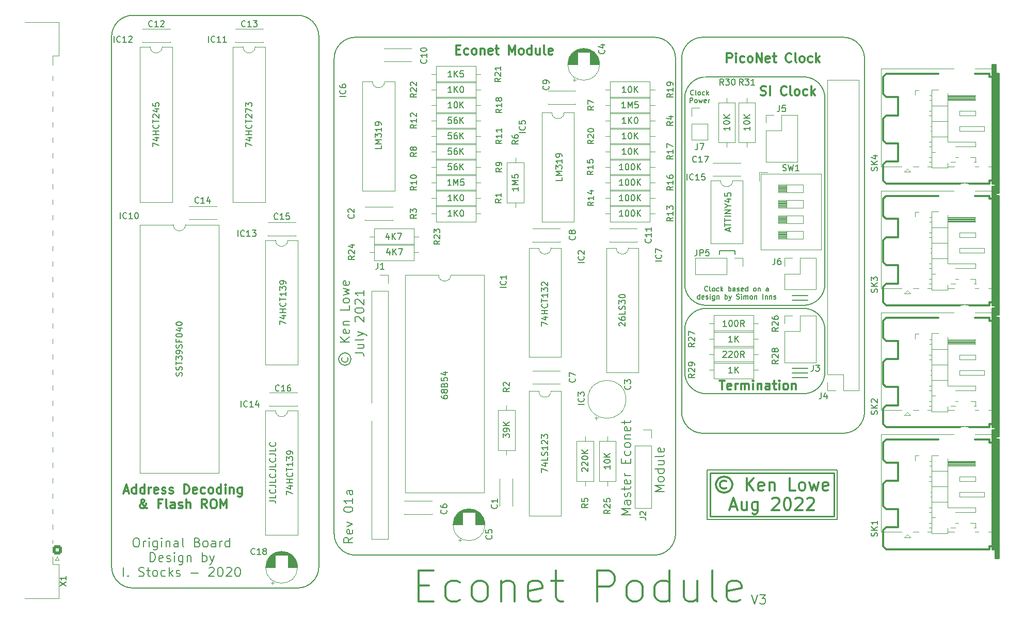
<source format=gbr>
G04 #@! TF.GenerationSoftware,KiCad,Pcbnew,7.0.7-146-g6b43bb8fe3*
G04 #@! TF.CreationDate,2023-10-07T12:16:15+01:00*
G04 #@! TF.ProjectId,podule_econet,706f6475-6c65-45f6-9563-6f6e65742e6b,03*
G04 #@! TF.SameCoordinates,Original*
G04 #@! TF.FileFunction,Legend,Top*
G04 #@! TF.FilePolarity,Positive*
%FSLAX46Y46*%
G04 Gerber Fmt 4.6, Leading zero omitted, Abs format (unit mm)*
G04 Created by KiCad (PCBNEW 7.0.7-146-g6b43bb8fe3) date 2023-10-07 12:16:15*
%MOMM*%
%LPD*%
G01*
G04 APERTURE LIST*
G04 Aperture macros list*
%AMRoundRect*
0 Rectangle with rounded corners*
0 $1 Rounding radius*
0 $2 $3 $4 $5 $6 $7 $8 $9 X,Y pos of 4 corners*
0 Add a 4 corners polygon primitive as box body*
4,1,4,$2,$3,$4,$5,$6,$7,$8,$9,$2,$3,0*
0 Add four circle primitives for the rounded corners*
1,1,$1+$1,$2,$3*
1,1,$1+$1,$4,$5*
1,1,$1+$1,$6,$7*
1,1,$1+$1,$8,$9*
0 Add four rect primitives between the rounded corners*
20,1,$1+$1,$2,$3,$4,$5,0*
20,1,$1+$1,$4,$5,$6,$7,0*
20,1,$1+$1,$6,$7,$8,$9,0*
20,1,$1+$1,$8,$9,$2,$3,0*%
G04 Aperture macros list end*
%ADD10C,0.200000*%
%ADD11C,0.150000*%
%ADD12C,0.250000*%
%ADD13C,0.300000*%
%ADD14C,0.120000*%
%ADD15C,0.304800*%
%ADD16R,1.600000X1.600000*%
%ADD17O,1.600000X1.600000*%
%ADD18C,1.600000*%
%ADD19R,1.700000X1.700000*%
%ADD20O,1.700000X1.700000*%
%ADD21C,2.850000*%
%ADD22RoundRect,0.249999X0.525001X-0.525001X0.525001X0.525001X-0.525001X0.525001X-0.525001X-0.525001X0*%
%ADD23C,1.550000*%
%ADD24C,6.000000*%
%ADD25C,3.250000*%
%ADD26C,2.500000*%
%ADD27C,3.000000*%
%ADD28R,1.500000X1.500000*%
%ADD29C,1.500000*%
%ADD30C,2.700000*%
%ADD31C,4.000000*%
G04 APERTURE END LIST*
D10*
X174103000Y-59025000D02*
G75*
G03*
X170603000Y-55525000I-3500000J0D01*
G01*
X198603000Y-103525000D02*
X198603000Y-110525000D01*
X193268500Y-98666000D02*
X195808500Y-98666000D01*
X175603000Y-110525000D02*
G75*
G03*
X179103000Y-114025000I3500000J0D01*
G01*
X179103000Y-100025000D02*
G75*
G03*
X175603000Y-103525000I0J-3500000D01*
G01*
X175603000Y-96025000D02*
G75*
G03*
X179103000Y-99525000I3500000J0D01*
G01*
D11*
X179298500Y-126538000D02*
X179298500Y-134666000D01*
D10*
X193273500Y-109891000D02*
X195813500Y-109891000D01*
D11*
X179298500Y-134666000D02*
X200634500Y-134666000D01*
D10*
X174103000Y-59025000D02*
X174103000Y-137025000D01*
D12*
X179806500Y-134158000D02*
X200126500Y-134158000D01*
D10*
X170603000Y-140525000D02*
G75*
G03*
X174103000Y-137025000I0J3500000D01*
G01*
X121603000Y-55525000D02*
X170603000Y-55525000D01*
X195103000Y-99525000D02*
G75*
G03*
X198603000Y-96025000I0J3500000D01*
G01*
X198603000Y-65525000D02*
G75*
G03*
X195103000Y-62025000I-3500000J0D01*
G01*
D12*
X200126500Y-127046000D02*
X179806500Y-127046000D01*
D10*
X195103000Y-114025000D02*
G75*
G03*
X198603000Y-110525000I0J3500000D01*
G01*
X195103000Y-114025000D02*
X179103000Y-114025000D01*
X198603000Y-103525000D02*
G75*
G03*
X195103000Y-100025000I-3500000J0D01*
G01*
D12*
X179806500Y-127046000D02*
X179806500Y-134158000D01*
D10*
X193273500Y-111415000D02*
X195813500Y-111415000D01*
X195103000Y-99525000D02*
X179103000Y-99525000D01*
D11*
X200634500Y-134666000D02*
X200634500Y-126538000D01*
D12*
X200126500Y-134158000D02*
X200126500Y-127046000D01*
D11*
X200634500Y-126538000D02*
X179298500Y-126538000D01*
D10*
X193273500Y-110653000D02*
X195813500Y-110653000D01*
X115590000Y-55420000D02*
X115590000Y-142420000D01*
X195103000Y-100025000D02*
X179103000Y-100025000D01*
X183875500Y-90543000D02*
X183875500Y-91178000D01*
X195103000Y-62025000D02*
X179103000Y-62025000D01*
X198603000Y-96025000D02*
X198603000Y-65525000D01*
X179103000Y-62025000D02*
G75*
G03*
X175603000Y-65525000I0J-3500000D01*
G01*
X181335500Y-91178000D02*
X181335500Y-90543000D01*
X118103000Y-59025000D02*
X118103000Y-137025000D01*
X175603000Y-103525000D02*
X175603000Y-110525000D01*
X181335500Y-90543000D02*
X183875500Y-90543000D01*
X112090000Y-145920000D02*
X85090000Y-145920000D01*
X193268500Y-97904000D02*
X195808500Y-97904000D01*
X81590000Y-142420000D02*
X81590000Y-55420000D01*
X81590000Y-142420000D02*
G75*
G03*
X85090000Y-145920000I3500000J0D01*
G01*
X118103000Y-137025000D02*
G75*
G03*
X121603000Y-140525000I3500000J0D01*
G01*
X85090000Y-51920000D02*
X112090000Y-51920000D01*
X112090000Y-145920000D02*
G75*
G03*
X115590000Y-142420000I0J3500000D01*
G01*
X115590000Y-55420000D02*
G75*
G03*
X112090000Y-51920000I-3500000J0D01*
G01*
X85090000Y-51920000D02*
G75*
G03*
X81590000Y-55420000I0J-3500000D01*
G01*
X175603000Y-65525000D02*
X175603000Y-96025000D01*
X170603000Y-140525000D02*
X121603000Y-140525000D01*
X121603000Y-55525000D02*
G75*
G03*
X118103000Y-59025000I0J-3500000D01*
G01*
D11*
X107511319Y-131619048D02*
X108225604Y-131619048D01*
X108225604Y-131619048D02*
X108368461Y-131666667D01*
X108368461Y-131666667D02*
X108463700Y-131761905D01*
X108463700Y-131761905D02*
X108511319Y-131904762D01*
X108511319Y-131904762D02*
X108511319Y-132000000D01*
X108511319Y-130666667D02*
X108511319Y-131142857D01*
X108511319Y-131142857D02*
X107511319Y-131142857D01*
X108416080Y-129761905D02*
X108463700Y-129809524D01*
X108463700Y-129809524D02*
X108511319Y-129952381D01*
X108511319Y-129952381D02*
X108511319Y-130047619D01*
X108511319Y-130047619D02*
X108463700Y-130190476D01*
X108463700Y-130190476D02*
X108368461Y-130285714D01*
X108368461Y-130285714D02*
X108273223Y-130333333D01*
X108273223Y-130333333D02*
X108082747Y-130380952D01*
X108082747Y-130380952D02*
X107939890Y-130380952D01*
X107939890Y-130380952D02*
X107749414Y-130333333D01*
X107749414Y-130333333D02*
X107654176Y-130285714D01*
X107654176Y-130285714D02*
X107558938Y-130190476D01*
X107558938Y-130190476D02*
X107511319Y-130047619D01*
X107511319Y-130047619D02*
X107511319Y-129952381D01*
X107511319Y-129952381D02*
X107558938Y-129809524D01*
X107558938Y-129809524D02*
X107606557Y-129761905D01*
X107511319Y-129047619D02*
X108225604Y-129047619D01*
X108225604Y-129047619D02*
X108368461Y-129095238D01*
X108368461Y-129095238D02*
X108463700Y-129190476D01*
X108463700Y-129190476D02*
X108511319Y-129333333D01*
X108511319Y-129333333D02*
X108511319Y-129428571D01*
X108511319Y-128095238D02*
X108511319Y-128571428D01*
X108511319Y-128571428D02*
X107511319Y-128571428D01*
X108416080Y-127190476D02*
X108463700Y-127238095D01*
X108463700Y-127238095D02*
X108511319Y-127380952D01*
X108511319Y-127380952D02*
X108511319Y-127476190D01*
X108511319Y-127476190D02*
X108463700Y-127619047D01*
X108463700Y-127619047D02*
X108368461Y-127714285D01*
X108368461Y-127714285D02*
X108273223Y-127761904D01*
X108273223Y-127761904D02*
X108082747Y-127809523D01*
X108082747Y-127809523D02*
X107939890Y-127809523D01*
X107939890Y-127809523D02*
X107749414Y-127761904D01*
X107749414Y-127761904D02*
X107654176Y-127714285D01*
X107654176Y-127714285D02*
X107558938Y-127619047D01*
X107558938Y-127619047D02*
X107511319Y-127476190D01*
X107511319Y-127476190D02*
X107511319Y-127380952D01*
X107511319Y-127380952D02*
X107558938Y-127238095D01*
X107558938Y-127238095D02*
X107606557Y-127190476D01*
X107511319Y-126476190D02*
X108225604Y-126476190D01*
X108225604Y-126476190D02*
X108368461Y-126523809D01*
X108368461Y-126523809D02*
X108463700Y-126619047D01*
X108463700Y-126619047D02*
X108511319Y-126761904D01*
X108511319Y-126761904D02*
X108511319Y-126857142D01*
X108511319Y-125523809D02*
X108511319Y-125999999D01*
X108511319Y-125999999D02*
X107511319Y-125999999D01*
X108416080Y-124619047D02*
X108463700Y-124666666D01*
X108463700Y-124666666D02*
X108511319Y-124809523D01*
X108511319Y-124809523D02*
X108511319Y-124904761D01*
X108511319Y-124904761D02*
X108463700Y-125047618D01*
X108463700Y-125047618D02*
X108368461Y-125142856D01*
X108368461Y-125142856D02*
X108273223Y-125190475D01*
X108273223Y-125190475D02*
X108082747Y-125238094D01*
X108082747Y-125238094D02*
X107939890Y-125238094D01*
X107939890Y-125238094D02*
X107749414Y-125190475D01*
X107749414Y-125190475D02*
X107654176Y-125142856D01*
X107654176Y-125142856D02*
X107558938Y-125047618D01*
X107558938Y-125047618D02*
X107511319Y-124904761D01*
X107511319Y-124904761D02*
X107511319Y-124809523D01*
X107511319Y-124809523D02*
X107558938Y-124666666D01*
X107558938Y-124666666D02*
X107606557Y-124619047D01*
X107511319Y-123904761D02*
X108225604Y-123904761D01*
X108225604Y-123904761D02*
X108368461Y-123952380D01*
X108368461Y-123952380D02*
X108463700Y-124047618D01*
X108463700Y-124047618D02*
X108511319Y-124190475D01*
X108511319Y-124190475D02*
X108511319Y-124285713D01*
X108511319Y-122952380D02*
X108511319Y-123428570D01*
X108511319Y-123428570D02*
X107511319Y-123428570D01*
X108416080Y-122047618D02*
X108463700Y-122095237D01*
X108463700Y-122095237D02*
X108511319Y-122238094D01*
X108511319Y-122238094D02*
X108511319Y-122333332D01*
X108511319Y-122333332D02*
X108463700Y-122476189D01*
X108463700Y-122476189D02*
X108368461Y-122571427D01*
X108368461Y-122571427D02*
X108273223Y-122619046D01*
X108273223Y-122619046D02*
X108082747Y-122666665D01*
X108082747Y-122666665D02*
X107939890Y-122666665D01*
X107939890Y-122666665D02*
X107749414Y-122619046D01*
X107749414Y-122619046D02*
X107654176Y-122571427D01*
X107654176Y-122571427D02*
X107558938Y-122476189D01*
X107558938Y-122476189D02*
X107511319Y-122333332D01*
X107511319Y-122333332D02*
X107511319Y-122238094D01*
X107511319Y-122238094D02*
X107558938Y-122095237D01*
X107558938Y-122095237D02*
X107606557Y-122047618D01*
D13*
X182527071Y-59642328D02*
X182527071Y-58142328D01*
X182527071Y-58142328D02*
X183098500Y-58142328D01*
X183098500Y-58142328D02*
X183241357Y-58213757D01*
X183241357Y-58213757D02*
X183312786Y-58285185D01*
X183312786Y-58285185D02*
X183384214Y-58428042D01*
X183384214Y-58428042D02*
X183384214Y-58642328D01*
X183384214Y-58642328D02*
X183312786Y-58785185D01*
X183312786Y-58785185D02*
X183241357Y-58856614D01*
X183241357Y-58856614D02*
X183098500Y-58928042D01*
X183098500Y-58928042D02*
X182527071Y-58928042D01*
X184027071Y-59642328D02*
X184027071Y-58642328D01*
X184027071Y-58142328D02*
X183955643Y-58213757D01*
X183955643Y-58213757D02*
X184027071Y-58285185D01*
X184027071Y-58285185D02*
X184098500Y-58213757D01*
X184098500Y-58213757D02*
X184027071Y-58142328D01*
X184027071Y-58142328D02*
X184027071Y-58285185D01*
X185384215Y-59570900D02*
X185241357Y-59642328D01*
X185241357Y-59642328D02*
X184955643Y-59642328D01*
X184955643Y-59642328D02*
X184812786Y-59570900D01*
X184812786Y-59570900D02*
X184741357Y-59499471D01*
X184741357Y-59499471D02*
X184669929Y-59356614D01*
X184669929Y-59356614D02*
X184669929Y-58928042D01*
X184669929Y-58928042D02*
X184741357Y-58785185D01*
X184741357Y-58785185D02*
X184812786Y-58713757D01*
X184812786Y-58713757D02*
X184955643Y-58642328D01*
X184955643Y-58642328D02*
X185241357Y-58642328D01*
X185241357Y-58642328D02*
X185384215Y-58713757D01*
X186241357Y-59642328D02*
X186098500Y-59570900D01*
X186098500Y-59570900D02*
X186027071Y-59499471D01*
X186027071Y-59499471D02*
X185955643Y-59356614D01*
X185955643Y-59356614D02*
X185955643Y-58928042D01*
X185955643Y-58928042D02*
X186027071Y-58785185D01*
X186027071Y-58785185D02*
X186098500Y-58713757D01*
X186098500Y-58713757D02*
X186241357Y-58642328D01*
X186241357Y-58642328D02*
X186455643Y-58642328D01*
X186455643Y-58642328D02*
X186598500Y-58713757D01*
X186598500Y-58713757D02*
X186669929Y-58785185D01*
X186669929Y-58785185D02*
X186741357Y-58928042D01*
X186741357Y-58928042D02*
X186741357Y-59356614D01*
X186741357Y-59356614D02*
X186669929Y-59499471D01*
X186669929Y-59499471D02*
X186598500Y-59570900D01*
X186598500Y-59570900D02*
X186455643Y-59642328D01*
X186455643Y-59642328D02*
X186241357Y-59642328D01*
X187384214Y-59642328D02*
X187384214Y-58142328D01*
X187384214Y-58142328D02*
X188241357Y-59642328D01*
X188241357Y-59642328D02*
X188241357Y-58142328D01*
X189527072Y-59570900D02*
X189384215Y-59642328D01*
X189384215Y-59642328D02*
X189098501Y-59642328D01*
X189098501Y-59642328D02*
X188955643Y-59570900D01*
X188955643Y-59570900D02*
X188884215Y-59428042D01*
X188884215Y-59428042D02*
X188884215Y-58856614D01*
X188884215Y-58856614D02*
X188955643Y-58713757D01*
X188955643Y-58713757D02*
X189098501Y-58642328D01*
X189098501Y-58642328D02*
X189384215Y-58642328D01*
X189384215Y-58642328D02*
X189527072Y-58713757D01*
X189527072Y-58713757D02*
X189598501Y-58856614D01*
X189598501Y-58856614D02*
X189598501Y-58999471D01*
X189598501Y-58999471D02*
X188884215Y-59142328D01*
X190027072Y-58642328D02*
X190598500Y-58642328D01*
X190241357Y-58142328D02*
X190241357Y-59428042D01*
X190241357Y-59428042D02*
X190312786Y-59570900D01*
X190312786Y-59570900D02*
X190455643Y-59642328D01*
X190455643Y-59642328D02*
X190598500Y-59642328D01*
X193098500Y-59499471D02*
X193027072Y-59570900D01*
X193027072Y-59570900D02*
X192812786Y-59642328D01*
X192812786Y-59642328D02*
X192669929Y-59642328D01*
X192669929Y-59642328D02*
X192455643Y-59570900D01*
X192455643Y-59570900D02*
X192312786Y-59428042D01*
X192312786Y-59428042D02*
X192241357Y-59285185D01*
X192241357Y-59285185D02*
X192169929Y-58999471D01*
X192169929Y-58999471D02*
X192169929Y-58785185D01*
X192169929Y-58785185D02*
X192241357Y-58499471D01*
X192241357Y-58499471D02*
X192312786Y-58356614D01*
X192312786Y-58356614D02*
X192455643Y-58213757D01*
X192455643Y-58213757D02*
X192669929Y-58142328D01*
X192669929Y-58142328D02*
X192812786Y-58142328D01*
X192812786Y-58142328D02*
X193027072Y-58213757D01*
X193027072Y-58213757D02*
X193098500Y-58285185D01*
X193955643Y-59642328D02*
X193812786Y-59570900D01*
X193812786Y-59570900D02*
X193741357Y-59428042D01*
X193741357Y-59428042D02*
X193741357Y-58142328D01*
X194741357Y-59642328D02*
X194598500Y-59570900D01*
X194598500Y-59570900D02*
X194527071Y-59499471D01*
X194527071Y-59499471D02*
X194455643Y-59356614D01*
X194455643Y-59356614D02*
X194455643Y-58928042D01*
X194455643Y-58928042D02*
X194527071Y-58785185D01*
X194527071Y-58785185D02*
X194598500Y-58713757D01*
X194598500Y-58713757D02*
X194741357Y-58642328D01*
X194741357Y-58642328D02*
X194955643Y-58642328D01*
X194955643Y-58642328D02*
X195098500Y-58713757D01*
X195098500Y-58713757D02*
X195169929Y-58785185D01*
X195169929Y-58785185D02*
X195241357Y-58928042D01*
X195241357Y-58928042D02*
X195241357Y-59356614D01*
X195241357Y-59356614D02*
X195169929Y-59499471D01*
X195169929Y-59499471D02*
X195098500Y-59570900D01*
X195098500Y-59570900D02*
X194955643Y-59642328D01*
X194955643Y-59642328D02*
X194741357Y-59642328D01*
X196527072Y-59570900D02*
X196384214Y-59642328D01*
X196384214Y-59642328D02*
X196098500Y-59642328D01*
X196098500Y-59642328D02*
X195955643Y-59570900D01*
X195955643Y-59570900D02*
X195884214Y-59499471D01*
X195884214Y-59499471D02*
X195812786Y-59356614D01*
X195812786Y-59356614D02*
X195812786Y-58928042D01*
X195812786Y-58928042D02*
X195884214Y-58785185D01*
X195884214Y-58785185D02*
X195955643Y-58713757D01*
X195955643Y-58713757D02*
X196098500Y-58642328D01*
X196098500Y-58642328D02*
X196384214Y-58642328D01*
X196384214Y-58642328D02*
X196527072Y-58713757D01*
X197169928Y-59642328D02*
X197169928Y-58142328D01*
X197312786Y-59070900D02*
X197741357Y-59642328D01*
X197741357Y-58642328D02*
X197169928Y-59213757D01*
X182442690Y-128377828D02*
X182252213Y-128282590D01*
X182252213Y-128282590D02*
X181871261Y-128282590D01*
X181871261Y-128282590D02*
X181680785Y-128377828D01*
X181680785Y-128377828D02*
X181490309Y-128568304D01*
X181490309Y-128568304D02*
X181395071Y-128758780D01*
X181395071Y-128758780D02*
X181395071Y-129139733D01*
X181395071Y-129139733D02*
X181490309Y-129330209D01*
X181490309Y-129330209D02*
X181680785Y-129520685D01*
X181680785Y-129520685D02*
X181871261Y-129615923D01*
X181871261Y-129615923D02*
X182252213Y-129615923D01*
X182252213Y-129615923D02*
X182442690Y-129520685D01*
X182061737Y-127615923D02*
X181585547Y-127711161D01*
X181585547Y-127711161D02*
X181109356Y-127996876D01*
X181109356Y-127996876D02*
X180823642Y-128473066D01*
X180823642Y-128473066D02*
X180728404Y-128949257D01*
X180728404Y-128949257D02*
X180823642Y-129425447D01*
X180823642Y-129425447D02*
X181109356Y-129901638D01*
X181109356Y-129901638D02*
X181585547Y-130187352D01*
X181585547Y-130187352D02*
X182061737Y-130282590D01*
X182061737Y-130282590D02*
X182537928Y-130187352D01*
X182537928Y-130187352D02*
X183014118Y-129901638D01*
X183014118Y-129901638D02*
X183299832Y-129425447D01*
X183299832Y-129425447D02*
X183395071Y-128949257D01*
X183395071Y-128949257D02*
X183299832Y-128473066D01*
X183299832Y-128473066D02*
X183014118Y-127996876D01*
X183014118Y-127996876D02*
X182537928Y-127711161D01*
X182537928Y-127711161D02*
X182061737Y-127615923D01*
X185776023Y-129901638D02*
X185776023Y-127901638D01*
X186918880Y-129901638D02*
X186061737Y-128758780D01*
X186918880Y-127901638D02*
X185776023Y-129044495D01*
X188537928Y-129806400D02*
X188347452Y-129901638D01*
X188347452Y-129901638D02*
X187966499Y-129901638D01*
X187966499Y-129901638D02*
X187776023Y-129806400D01*
X187776023Y-129806400D02*
X187680785Y-129615923D01*
X187680785Y-129615923D02*
X187680785Y-128854019D01*
X187680785Y-128854019D02*
X187776023Y-128663542D01*
X187776023Y-128663542D02*
X187966499Y-128568304D01*
X187966499Y-128568304D02*
X188347452Y-128568304D01*
X188347452Y-128568304D02*
X188537928Y-128663542D01*
X188537928Y-128663542D02*
X188633166Y-128854019D01*
X188633166Y-128854019D02*
X188633166Y-129044495D01*
X188633166Y-129044495D02*
X187680785Y-129234971D01*
X189490309Y-128568304D02*
X189490309Y-129901638D01*
X189490309Y-128758780D02*
X189585547Y-128663542D01*
X189585547Y-128663542D02*
X189776023Y-128568304D01*
X189776023Y-128568304D02*
X190061738Y-128568304D01*
X190061738Y-128568304D02*
X190252214Y-128663542D01*
X190252214Y-128663542D02*
X190347452Y-128854019D01*
X190347452Y-128854019D02*
X190347452Y-129901638D01*
X193776024Y-129901638D02*
X192823643Y-129901638D01*
X192823643Y-129901638D02*
X192823643Y-127901638D01*
X194728405Y-129901638D02*
X194537929Y-129806400D01*
X194537929Y-129806400D02*
X194442691Y-129711161D01*
X194442691Y-129711161D02*
X194347453Y-129520685D01*
X194347453Y-129520685D02*
X194347453Y-128949257D01*
X194347453Y-128949257D02*
X194442691Y-128758780D01*
X194442691Y-128758780D02*
X194537929Y-128663542D01*
X194537929Y-128663542D02*
X194728405Y-128568304D01*
X194728405Y-128568304D02*
X195014120Y-128568304D01*
X195014120Y-128568304D02*
X195204596Y-128663542D01*
X195204596Y-128663542D02*
X195299834Y-128758780D01*
X195299834Y-128758780D02*
X195395072Y-128949257D01*
X195395072Y-128949257D02*
X195395072Y-129520685D01*
X195395072Y-129520685D02*
X195299834Y-129711161D01*
X195299834Y-129711161D02*
X195204596Y-129806400D01*
X195204596Y-129806400D02*
X195014120Y-129901638D01*
X195014120Y-129901638D02*
X194728405Y-129901638D01*
X196061739Y-128568304D02*
X196442691Y-129901638D01*
X196442691Y-129901638D02*
X196823644Y-128949257D01*
X196823644Y-128949257D02*
X197204596Y-129901638D01*
X197204596Y-129901638D02*
X197585548Y-128568304D01*
X199109358Y-129806400D02*
X198918882Y-129901638D01*
X198918882Y-129901638D02*
X198537929Y-129901638D01*
X198537929Y-129901638D02*
X198347453Y-129806400D01*
X198347453Y-129806400D02*
X198252215Y-129615923D01*
X198252215Y-129615923D02*
X198252215Y-128854019D01*
X198252215Y-128854019D02*
X198347453Y-128663542D01*
X198347453Y-128663542D02*
X198537929Y-128568304D01*
X198537929Y-128568304D02*
X198918882Y-128568304D01*
X198918882Y-128568304D02*
X199109358Y-128663542D01*
X199109358Y-128663542D02*
X199204596Y-128854019D01*
X199204596Y-128854019D02*
X199204596Y-129044495D01*
X199204596Y-129044495D02*
X198252215Y-129234971D01*
X183109356Y-132550209D02*
X184061737Y-132550209D01*
X182918880Y-133121638D02*
X183585546Y-131121638D01*
X183585546Y-131121638D02*
X184252213Y-133121638D01*
X185776023Y-131788304D02*
X185776023Y-133121638D01*
X184918880Y-131788304D02*
X184918880Y-132835923D01*
X184918880Y-132835923D02*
X185014118Y-133026400D01*
X185014118Y-133026400D02*
X185204594Y-133121638D01*
X185204594Y-133121638D02*
X185490309Y-133121638D01*
X185490309Y-133121638D02*
X185680785Y-133026400D01*
X185680785Y-133026400D02*
X185776023Y-132931161D01*
X187585547Y-131788304D02*
X187585547Y-133407352D01*
X187585547Y-133407352D02*
X187490309Y-133597828D01*
X187490309Y-133597828D02*
X187395071Y-133693066D01*
X187395071Y-133693066D02*
X187204594Y-133788304D01*
X187204594Y-133788304D02*
X186918880Y-133788304D01*
X186918880Y-133788304D02*
X186728404Y-133693066D01*
X187585547Y-133026400D02*
X187395071Y-133121638D01*
X187395071Y-133121638D02*
X187014118Y-133121638D01*
X187014118Y-133121638D02*
X186823642Y-133026400D01*
X186823642Y-133026400D02*
X186728404Y-132931161D01*
X186728404Y-132931161D02*
X186633166Y-132740685D01*
X186633166Y-132740685D02*
X186633166Y-132169257D01*
X186633166Y-132169257D02*
X186728404Y-131978780D01*
X186728404Y-131978780D02*
X186823642Y-131883542D01*
X186823642Y-131883542D02*
X187014118Y-131788304D01*
X187014118Y-131788304D02*
X187395071Y-131788304D01*
X187395071Y-131788304D02*
X187585547Y-131883542D01*
X189966500Y-131312114D02*
X190061738Y-131216876D01*
X190061738Y-131216876D02*
X190252214Y-131121638D01*
X190252214Y-131121638D02*
X190728405Y-131121638D01*
X190728405Y-131121638D02*
X190918881Y-131216876D01*
X190918881Y-131216876D02*
X191014119Y-131312114D01*
X191014119Y-131312114D02*
X191109357Y-131502590D01*
X191109357Y-131502590D02*
X191109357Y-131693066D01*
X191109357Y-131693066D02*
X191014119Y-131978780D01*
X191014119Y-131978780D02*
X189871262Y-133121638D01*
X189871262Y-133121638D02*
X191109357Y-133121638D01*
X192347452Y-131121638D02*
X192537929Y-131121638D01*
X192537929Y-131121638D02*
X192728405Y-131216876D01*
X192728405Y-131216876D02*
X192823643Y-131312114D01*
X192823643Y-131312114D02*
X192918881Y-131502590D01*
X192918881Y-131502590D02*
X193014119Y-131883542D01*
X193014119Y-131883542D02*
X193014119Y-132359733D01*
X193014119Y-132359733D02*
X192918881Y-132740685D01*
X192918881Y-132740685D02*
X192823643Y-132931161D01*
X192823643Y-132931161D02*
X192728405Y-133026400D01*
X192728405Y-133026400D02*
X192537929Y-133121638D01*
X192537929Y-133121638D02*
X192347452Y-133121638D01*
X192347452Y-133121638D02*
X192156976Y-133026400D01*
X192156976Y-133026400D02*
X192061738Y-132931161D01*
X192061738Y-132931161D02*
X191966500Y-132740685D01*
X191966500Y-132740685D02*
X191871262Y-132359733D01*
X191871262Y-132359733D02*
X191871262Y-131883542D01*
X191871262Y-131883542D02*
X191966500Y-131502590D01*
X191966500Y-131502590D02*
X192061738Y-131312114D01*
X192061738Y-131312114D02*
X192156976Y-131216876D01*
X192156976Y-131216876D02*
X192347452Y-131121638D01*
X193776024Y-131312114D02*
X193871262Y-131216876D01*
X193871262Y-131216876D02*
X194061738Y-131121638D01*
X194061738Y-131121638D02*
X194537929Y-131121638D01*
X194537929Y-131121638D02*
X194728405Y-131216876D01*
X194728405Y-131216876D02*
X194823643Y-131312114D01*
X194823643Y-131312114D02*
X194918881Y-131502590D01*
X194918881Y-131502590D02*
X194918881Y-131693066D01*
X194918881Y-131693066D02*
X194823643Y-131978780D01*
X194823643Y-131978780D02*
X193680786Y-133121638D01*
X193680786Y-133121638D02*
X194918881Y-133121638D01*
X195680786Y-131312114D02*
X195776024Y-131216876D01*
X195776024Y-131216876D02*
X195966500Y-131121638D01*
X195966500Y-131121638D02*
X196442691Y-131121638D01*
X196442691Y-131121638D02*
X196633167Y-131216876D01*
X196633167Y-131216876D02*
X196728405Y-131312114D01*
X196728405Y-131312114D02*
X196823643Y-131502590D01*
X196823643Y-131502590D02*
X196823643Y-131693066D01*
X196823643Y-131693066D02*
X196728405Y-131978780D01*
X196728405Y-131978780D02*
X195585548Y-133121638D01*
X195585548Y-133121638D02*
X196823643Y-133121638D01*
D10*
X85518571Y-137688528D02*
X85804285Y-137688528D01*
X85804285Y-137688528D02*
X85947142Y-137759957D01*
X85947142Y-137759957D02*
X86089999Y-137902814D01*
X86089999Y-137902814D02*
X86161428Y-138188528D01*
X86161428Y-138188528D02*
X86161428Y-138688528D01*
X86161428Y-138688528D02*
X86089999Y-138974242D01*
X86089999Y-138974242D02*
X85947142Y-139117100D01*
X85947142Y-139117100D02*
X85804285Y-139188528D01*
X85804285Y-139188528D02*
X85518571Y-139188528D01*
X85518571Y-139188528D02*
X85375714Y-139117100D01*
X85375714Y-139117100D02*
X85232856Y-138974242D01*
X85232856Y-138974242D02*
X85161428Y-138688528D01*
X85161428Y-138688528D02*
X85161428Y-138188528D01*
X85161428Y-138188528D02*
X85232856Y-137902814D01*
X85232856Y-137902814D02*
X85375714Y-137759957D01*
X85375714Y-137759957D02*
X85518571Y-137688528D01*
X86804285Y-139188528D02*
X86804285Y-138188528D01*
X86804285Y-138474242D02*
X86875714Y-138331385D01*
X86875714Y-138331385D02*
X86947143Y-138259957D01*
X86947143Y-138259957D02*
X87090000Y-138188528D01*
X87090000Y-138188528D02*
X87232857Y-138188528D01*
X87732856Y-139188528D02*
X87732856Y-138188528D01*
X87732856Y-137688528D02*
X87661428Y-137759957D01*
X87661428Y-137759957D02*
X87732856Y-137831385D01*
X87732856Y-137831385D02*
X87804285Y-137759957D01*
X87804285Y-137759957D02*
X87732856Y-137688528D01*
X87732856Y-137688528D02*
X87732856Y-137831385D01*
X89090000Y-138188528D02*
X89090000Y-139402814D01*
X89090000Y-139402814D02*
X89018571Y-139545671D01*
X89018571Y-139545671D02*
X88947142Y-139617100D01*
X88947142Y-139617100D02*
X88804285Y-139688528D01*
X88804285Y-139688528D02*
X88590000Y-139688528D01*
X88590000Y-139688528D02*
X88447142Y-139617100D01*
X89090000Y-139117100D02*
X88947142Y-139188528D01*
X88947142Y-139188528D02*
X88661428Y-139188528D01*
X88661428Y-139188528D02*
X88518571Y-139117100D01*
X88518571Y-139117100D02*
X88447142Y-139045671D01*
X88447142Y-139045671D02*
X88375714Y-138902814D01*
X88375714Y-138902814D02*
X88375714Y-138474242D01*
X88375714Y-138474242D02*
X88447142Y-138331385D01*
X88447142Y-138331385D02*
X88518571Y-138259957D01*
X88518571Y-138259957D02*
X88661428Y-138188528D01*
X88661428Y-138188528D02*
X88947142Y-138188528D01*
X88947142Y-138188528D02*
X89090000Y-138259957D01*
X89804285Y-139188528D02*
X89804285Y-138188528D01*
X89804285Y-137688528D02*
X89732857Y-137759957D01*
X89732857Y-137759957D02*
X89804285Y-137831385D01*
X89804285Y-137831385D02*
X89875714Y-137759957D01*
X89875714Y-137759957D02*
X89804285Y-137688528D01*
X89804285Y-137688528D02*
X89804285Y-137831385D01*
X90518571Y-138188528D02*
X90518571Y-139188528D01*
X90518571Y-138331385D02*
X90590000Y-138259957D01*
X90590000Y-138259957D02*
X90732857Y-138188528D01*
X90732857Y-138188528D02*
X90947143Y-138188528D01*
X90947143Y-138188528D02*
X91090000Y-138259957D01*
X91090000Y-138259957D02*
X91161429Y-138402814D01*
X91161429Y-138402814D02*
X91161429Y-139188528D01*
X92518572Y-139188528D02*
X92518572Y-138402814D01*
X92518572Y-138402814D02*
X92447143Y-138259957D01*
X92447143Y-138259957D02*
X92304286Y-138188528D01*
X92304286Y-138188528D02*
X92018572Y-138188528D01*
X92018572Y-138188528D02*
X91875714Y-138259957D01*
X92518572Y-139117100D02*
X92375714Y-139188528D01*
X92375714Y-139188528D02*
X92018572Y-139188528D01*
X92018572Y-139188528D02*
X91875714Y-139117100D01*
X91875714Y-139117100D02*
X91804286Y-138974242D01*
X91804286Y-138974242D02*
X91804286Y-138831385D01*
X91804286Y-138831385D02*
X91875714Y-138688528D01*
X91875714Y-138688528D02*
X92018572Y-138617100D01*
X92018572Y-138617100D02*
X92375714Y-138617100D01*
X92375714Y-138617100D02*
X92518572Y-138545671D01*
X93447143Y-139188528D02*
X93304286Y-139117100D01*
X93304286Y-139117100D02*
X93232857Y-138974242D01*
X93232857Y-138974242D02*
X93232857Y-137688528D01*
X95661428Y-138402814D02*
X95875714Y-138474242D01*
X95875714Y-138474242D02*
X95947143Y-138545671D01*
X95947143Y-138545671D02*
X96018571Y-138688528D01*
X96018571Y-138688528D02*
X96018571Y-138902814D01*
X96018571Y-138902814D02*
X95947143Y-139045671D01*
X95947143Y-139045671D02*
X95875714Y-139117100D01*
X95875714Y-139117100D02*
X95732857Y-139188528D01*
X95732857Y-139188528D02*
X95161428Y-139188528D01*
X95161428Y-139188528D02*
X95161428Y-137688528D01*
X95161428Y-137688528D02*
X95661428Y-137688528D01*
X95661428Y-137688528D02*
X95804286Y-137759957D01*
X95804286Y-137759957D02*
X95875714Y-137831385D01*
X95875714Y-137831385D02*
X95947143Y-137974242D01*
X95947143Y-137974242D02*
X95947143Y-138117100D01*
X95947143Y-138117100D02*
X95875714Y-138259957D01*
X95875714Y-138259957D02*
X95804286Y-138331385D01*
X95804286Y-138331385D02*
X95661428Y-138402814D01*
X95661428Y-138402814D02*
X95161428Y-138402814D01*
X96875714Y-139188528D02*
X96732857Y-139117100D01*
X96732857Y-139117100D02*
X96661428Y-139045671D01*
X96661428Y-139045671D02*
X96590000Y-138902814D01*
X96590000Y-138902814D02*
X96590000Y-138474242D01*
X96590000Y-138474242D02*
X96661428Y-138331385D01*
X96661428Y-138331385D02*
X96732857Y-138259957D01*
X96732857Y-138259957D02*
X96875714Y-138188528D01*
X96875714Y-138188528D02*
X97090000Y-138188528D01*
X97090000Y-138188528D02*
X97232857Y-138259957D01*
X97232857Y-138259957D02*
X97304286Y-138331385D01*
X97304286Y-138331385D02*
X97375714Y-138474242D01*
X97375714Y-138474242D02*
X97375714Y-138902814D01*
X97375714Y-138902814D02*
X97304286Y-139045671D01*
X97304286Y-139045671D02*
X97232857Y-139117100D01*
X97232857Y-139117100D02*
X97090000Y-139188528D01*
X97090000Y-139188528D02*
X96875714Y-139188528D01*
X98661429Y-139188528D02*
X98661429Y-138402814D01*
X98661429Y-138402814D02*
X98590000Y-138259957D01*
X98590000Y-138259957D02*
X98447143Y-138188528D01*
X98447143Y-138188528D02*
X98161429Y-138188528D01*
X98161429Y-138188528D02*
X98018571Y-138259957D01*
X98661429Y-139117100D02*
X98518571Y-139188528D01*
X98518571Y-139188528D02*
X98161429Y-139188528D01*
X98161429Y-139188528D02*
X98018571Y-139117100D01*
X98018571Y-139117100D02*
X97947143Y-138974242D01*
X97947143Y-138974242D02*
X97947143Y-138831385D01*
X97947143Y-138831385D02*
X98018571Y-138688528D01*
X98018571Y-138688528D02*
X98161429Y-138617100D01*
X98161429Y-138617100D02*
X98518571Y-138617100D01*
X98518571Y-138617100D02*
X98661429Y-138545671D01*
X99375714Y-139188528D02*
X99375714Y-138188528D01*
X99375714Y-138474242D02*
X99447143Y-138331385D01*
X99447143Y-138331385D02*
X99518572Y-138259957D01*
X99518572Y-138259957D02*
X99661429Y-138188528D01*
X99661429Y-138188528D02*
X99804286Y-138188528D01*
X100947143Y-139188528D02*
X100947143Y-137688528D01*
X100947143Y-139117100D02*
X100804285Y-139188528D01*
X100804285Y-139188528D02*
X100518571Y-139188528D01*
X100518571Y-139188528D02*
X100375714Y-139117100D01*
X100375714Y-139117100D02*
X100304285Y-139045671D01*
X100304285Y-139045671D02*
X100232857Y-138902814D01*
X100232857Y-138902814D02*
X100232857Y-138474242D01*
X100232857Y-138474242D02*
X100304285Y-138331385D01*
X100304285Y-138331385D02*
X100375714Y-138259957D01*
X100375714Y-138259957D02*
X100518571Y-138188528D01*
X100518571Y-138188528D02*
X100804285Y-138188528D01*
X100804285Y-138188528D02*
X100947143Y-138259957D01*
X87911428Y-141603528D02*
X87911428Y-140103528D01*
X87911428Y-140103528D02*
X88268571Y-140103528D01*
X88268571Y-140103528D02*
X88482857Y-140174957D01*
X88482857Y-140174957D02*
X88625714Y-140317814D01*
X88625714Y-140317814D02*
X88697143Y-140460671D01*
X88697143Y-140460671D02*
X88768571Y-140746385D01*
X88768571Y-140746385D02*
X88768571Y-140960671D01*
X88768571Y-140960671D02*
X88697143Y-141246385D01*
X88697143Y-141246385D02*
X88625714Y-141389242D01*
X88625714Y-141389242D02*
X88482857Y-141532100D01*
X88482857Y-141532100D02*
X88268571Y-141603528D01*
X88268571Y-141603528D02*
X87911428Y-141603528D01*
X89982857Y-141532100D02*
X89840000Y-141603528D01*
X89840000Y-141603528D02*
X89554286Y-141603528D01*
X89554286Y-141603528D02*
X89411428Y-141532100D01*
X89411428Y-141532100D02*
X89340000Y-141389242D01*
X89340000Y-141389242D02*
X89340000Y-140817814D01*
X89340000Y-140817814D02*
X89411428Y-140674957D01*
X89411428Y-140674957D02*
X89554286Y-140603528D01*
X89554286Y-140603528D02*
X89840000Y-140603528D01*
X89840000Y-140603528D02*
X89982857Y-140674957D01*
X89982857Y-140674957D02*
X90054286Y-140817814D01*
X90054286Y-140817814D02*
X90054286Y-140960671D01*
X90054286Y-140960671D02*
X89340000Y-141103528D01*
X90625714Y-141532100D02*
X90768571Y-141603528D01*
X90768571Y-141603528D02*
X91054285Y-141603528D01*
X91054285Y-141603528D02*
X91197142Y-141532100D01*
X91197142Y-141532100D02*
X91268571Y-141389242D01*
X91268571Y-141389242D02*
X91268571Y-141317814D01*
X91268571Y-141317814D02*
X91197142Y-141174957D01*
X91197142Y-141174957D02*
X91054285Y-141103528D01*
X91054285Y-141103528D02*
X90840000Y-141103528D01*
X90840000Y-141103528D02*
X90697142Y-141032100D01*
X90697142Y-141032100D02*
X90625714Y-140889242D01*
X90625714Y-140889242D02*
X90625714Y-140817814D01*
X90625714Y-140817814D02*
X90697142Y-140674957D01*
X90697142Y-140674957D02*
X90840000Y-140603528D01*
X90840000Y-140603528D02*
X91054285Y-140603528D01*
X91054285Y-140603528D02*
X91197142Y-140674957D01*
X91911428Y-141603528D02*
X91911428Y-140603528D01*
X91911428Y-140103528D02*
X91840000Y-140174957D01*
X91840000Y-140174957D02*
X91911428Y-140246385D01*
X91911428Y-140246385D02*
X91982857Y-140174957D01*
X91982857Y-140174957D02*
X91911428Y-140103528D01*
X91911428Y-140103528D02*
X91911428Y-140246385D01*
X93268572Y-140603528D02*
X93268572Y-141817814D01*
X93268572Y-141817814D02*
X93197143Y-141960671D01*
X93197143Y-141960671D02*
X93125714Y-142032100D01*
X93125714Y-142032100D02*
X92982857Y-142103528D01*
X92982857Y-142103528D02*
X92768572Y-142103528D01*
X92768572Y-142103528D02*
X92625714Y-142032100D01*
X93268572Y-141532100D02*
X93125714Y-141603528D01*
X93125714Y-141603528D02*
X92840000Y-141603528D01*
X92840000Y-141603528D02*
X92697143Y-141532100D01*
X92697143Y-141532100D02*
X92625714Y-141460671D01*
X92625714Y-141460671D02*
X92554286Y-141317814D01*
X92554286Y-141317814D02*
X92554286Y-140889242D01*
X92554286Y-140889242D02*
X92625714Y-140746385D01*
X92625714Y-140746385D02*
X92697143Y-140674957D01*
X92697143Y-140674957D02*
X92840000Y-140603528D01*
X92840000Y-140603528D02*
X93125714Y-140603528D01*
X93125714Y-140603528D02*
X93268572Y-140674957D01*
X93982857Y-140603528D02*
X93982857Y-141603528D01*
X93982857Y-140746385D02*
X94054286Y-140674957D01*
X94054286Y-140674957D02*
X94197143Y-140603528D01*
X94197143Y-140603528D02*
X94411429Y-140603528D01*
X94411429Y-140603528D02*
X94554286Y-140674957D01*
X94554286Y-140674957D02*
X94625715Y-140817814D01*
X94625715Y-140817814D02*
X94625715Y-141603528D01*
X96482857Y-141603528D02*
X96482857Y-140103528D01*
X96482857Y-140674957D02*
X96625715Y-140603528D01*
X96625715Y-140603528D02*
X96911429Y-140603528D01*
X96911429Y-140603528D02*
X97054286Y-140674957D01*
X97054286Y-140674957D02*
X97125715Y-140746385D01*
X97125715Y-140746385D02*
X97197143Y-140889242D01*
X97197143Y-140889242D02*
X97197143Y-141317814D01*
X97197143Y-141317814D02*
X97125715Y-141460671D01*
X97125715Y-141460671D02*
X97054286Y-141532100D01*
X97054286Y-141532100D02*
X96911429Y-141603528D01*
X96911429Y-141603528D02*
X96625715Y-141603528D01*
X96625715Y-141603528D02*
X96482857Y-141532100D01*
X97697143Y-140603528D02*
X98054286Y-141603528D01*
X98411429Y-140603528D02*
X98054286Y-141603528D01*
X98054286Y-141603528D02*
X97911429Y-141960671D01*
X97911429Y-141960671D02*
X97840000Y-142032100D01*
X97840000Y-142032100D02*
X97697143Y-142103528D01*
X83554286Y-144018528D02*
X83554286Y-142518528D01*
X84268572Y-143875671D02*
X84340001Y-143947100D01*
X84340001Y-143947100D02*
X84268572Y-144018528D01*
X84268572Y-144018528D02*
X84197144Y-143947100D01*
X84197144Y-143947100D02*
X84268572Y-143875671D01*
X84268572Y-143875671D02*
X84268572Y-144018528D01*
X86054287Y-143947100D02*
X86268573Y-144018528D01*
X86268573Y-144018528D02*
X86625715Y-144018528D01*
X86625715Y-144018528D02*
X86768573Y-143947100D01*
X86768573Y-143947100D02*
X86840001Y-143875671D01*
X86840001Y-143875671D02*
X86911430Y-143732814D01*
X86911430Y-143732814D02*
X86911430Y-143589957D01*
X86911430Y-143589957D02*
X86840001Y-143447100D01*
X86840001Y-143447100D02*
X86768573Y-143375671D01*
X86768573Y-143375671D02*
X86625715Y-143304242D01*
X86625715Y-143304242D02*
X86340001Y-143232814D01*
X86340001Y-143232814D02*
X86197144Y-143161385D01*
X86197144Y-143161385D02*
X86125715Y-143089957D01*
X86125715Y-143089957D02*
X86054287Y-142947100D01*
X86054287Y-142947100D02*
X86054287Y-142804242D01*
X86054287Y-142804242D02*
X86125715Y-142661385D01*
X86125715Y-142661385D02*
X86197144Y-142589957D01*
X86197144Y-142589957D02*
X86340001Y-142518528D01*
X86340001Y-142518528D02*
X86697144Y-142518528D01*
X86697144Y-142518528D02*
X86911430Y-142589957D01*
X87340001Y-143018528D02*
X87911429Y-143018528D01*
X87554286Y-142518528D02*
X87554286Y-143804242D01*
X87554286Y-143804242D02*
X87625715Y-143947100D01*
X87625715Y-143947100D02*
X87768572Y-144018528D01*
X87768572Y-144018528D02*
X87911429Y-144018528D01*
X88625715Y-144018528D02*
X88482858Y-143947100D01*
X88482858Y-143947100D02*
X88411429Y-143875671D01*
X88411429Y-143875671D02*
X88340001Y-143732814D01*
X88340001Y-143732814D02*
X88340001Y-143304242D01*
X88340001Y-143304242D02*
X88411429Y-143161385D01*
X88411429Y-143161385D02*
X88482858Y-143089957D01*
X88482858Y-143089957D02*
X88625715Y-143018528D01*
X88625715Y-143018528D02*
X88840001Y-143018528D01*
X88840001Y-143018528D02*
X88982858Y-143089957D01*
X88982858Y-143089957D02*
X89054287Y-143161385D01*
X89054287Y-143161385D02*
X89125715Y-143304242D01*
X89125715Y-143304242D02*
X89125715Y-143732814D01*
X89125715Y-143732814D02*
X89054287Y-143875671D01*
X89054287Y-143875671D02*
X88982858Y-143947100D01*
X88982858Y-143947100D02*
X88840001Y-144018528D01*
X88840001Y-144018528D02*
X88625715Y-144018528D01*
X90411430Y-143947100D02*
X90268572Y-144018528D01*
X90268572Y-144018528D02*
X89982858Y-144018528D01*
X89982858Y-144018528D02*
X89840001Y-143947100D01*
X89840001Y-143947100D02*
X89768572Y-143875671D01*
X89768572Y-143875671D02*
X89697144Y-143732814D01*
X89697144Y-143732814D02*
X89697144Y-143304242D01*
X89697144Y-143304242D02*
X89768572Y-143161385D01*
X89768572Y-143161385D02*
X89840001Y-143089957D01*
X89840001Y-143089957D02*
X89982858Y-143018528D01*
X89982858Y-143018528D02*
X90268572Y-143018528D01*
X90268572Y-143018528D02*
X90411430Y-143089957D01*
X91054286Y-144018528D02*
X91054286Y-142518528D01*
X91197144Y-143447100D02*
X91625715Y-144018528D01*
X91625715Y-143018528D02*
X91054286Y-143589957D01*
X92197144Y-143947100D02*
X92340001Y-144018528D01*
X92340001Y-144018528D02*
X92625715Y-144018528D01*
X92625715Y-144018528D02*
X92768572Y-143947100D01*
X92768572Y-143947100D02*
X92840001Y-143804242D01*
X92840001Y-143804242D02*
X92840001Y-143732814D01*
X92840001Y-143732814D02*
X92768572Y-143589957D01*
X92768572Y-143589957D02*
X92625715Y-143518528D01*
X92625715Y-143518528D02*
X92411430Y-143518528D01*
X92411430Y-143518528D02*
X92268572Y-143447100D01*
X92268572Y-143447100D02*
X92197144Y-143304242D01*
X92197144Y-143304242D02*
X92197144Y-143232814D01*
X92197144Y-143232814D02*
X92268572Y-143089957D01*
X92268572Y-143089957D02*
X92411430Y-143018528D01*
X92411430Y-143018528D02*
X92625715Y-143018528D01*
X92625715Y-143018528D02*
X92768572Y-143089957D01*
X94625715Y-143447100D02*
X95768573Y-143447100D01*
X97554287Y-142661385D02*
X97625715Y-142589957D01*
X97625715Y-142589957D02*
X97768573Y-142518528D01*
X97768573Y-142518528D02*
X98125715Y-142518528D01*
X98125715Y-142518528D02*
X98268573Y-142589957D01*
X98268573Y-142589957D02*
X98340001Y-142661385D01*
X98340001Y-142661385D02*
X98411430Y-142804242D01*
X98411430Y-142804242D02*
X98411430Y-142947100D01*
X98411430Y-142947100D02*
X98340001Y-143161385D01*
X98340001Y-143161385D02*
X97482858Y-144018528D01*
X97482858Y-144018528D02*
X98411430Y-144018528D01*
X99340001Y-142518528D02*
X99482858Y-142518528D01*
X99482858Y-142518528D02*
X99625715Y-142589957D01*
X99625715Y-142589957D02*
X99697144Y-142661385D01*
X99697144Y-142661385D02*
X99768572Y-142804242D01*
X99768572Y-142804242D02*
X99840001Y-143089957D01*
X99840001Y-143089957D02*
X99840001Y-143447100D01*
X99840001Y-143447100D02*
X99768572Y-143732814D01*
X99768572Y-143732814D02*
X99697144Y-143875671D01*
X99697144Y-143875671D02*
X99625715Y-143947100D01*
X99625715Y-143947100D02*
X99482858Y-144018528D01*
X99482858Y-144018528D02*
X99340001Y-144018528D01*
X99340001Y-144018528D02*
X99197144Y-143947100D01*
X99197144Y-143947100D02*
X99125715Y-143875671D01*
X99125715Y-143875671D02*
X99054286Y-143732814D01*
X99054286Y-143732814D02*
X98982858Y-143447100D01*
X98982858Y-143447100D02*
X98982858Y-143089957D01*
X98982858Y-143089957D02*
X99054286Y-142804242D01*
X99054286Y-142804242D02*
X99125715Y-142661385D01*
X99125715Y-142661385D02*
X99197144Y-142589957D01*
X99197144Y-142589957D02*
X99340001Y-142518528D01*
X100411429Y-142661385D02*
X100482857Y-142589957D01*
X100482857Y-142589957D02*
X100625715Y-142518528D01*
X100625715Y-142518528D02*
X100982857Y-142518528D01*
X100982857Y-142518528D02*
X101125715Y-142589957D01*
X101125715Y-142589957D02*
X101197143Y-142661385D01*
X101197143Y-142661385D02*
X101268572Y-142804242D01*
X101268572Y-142804242D02*
X101268572Y-142947100D01*
X101268572Y-142947100D02*
X101197143Y-143161385D01*
X101197143Y-143161385D02*
X100340000Y-144018528D01*
X100340000Y-144018528D02*
X101268572Y-144018528D01*
X102197143Y-142518528D02*
X102340000Y-142518528D01*
X102340000Y-142518528D02*
X102482857Y-142589957D01*
X102482857Y-142589957D02*
X102554286Y-142661385D01*
X102554286Y-142661385D02*
X102625714Y-142804242D01*
X102625714Y-142804242D02*
X102697143Y-143089957D01*
X102697143Y-143089957D02*
X102697143Y-143447100D01*
X102697143Y-143447100D02*
X102625714Y-143732814D01*
X102625714Y-143732814D02*
X102554286Y-143875671D01*
X102554286Y-143875671D02*
X102482857Y-143947100D01*
X102482857Y-143947100D02*
X102340000Y-144018528D01*
X102340000Y-144018528D02*
X102197143Y-144018528D01*
X102197143Y-144018528D02*
X102054286Y-143947100D01*
X102054286Y-143947100D02*
X101982857Y-143875671D01*
X101982857Y-143875671D02*
X101911428Y-143732814D01*
X101911428Y-143732814D02*
X101840000Y-143447100D01*
X101840000Y-143447100D02*
X101840000Y-143089957D01*
X101840000Y-143089957D02*
X101911428Y-142804242D01*
X101911428Y-142804242D02*
X101982857Y-142661385D01*
X101982857Y-142661385D02*
X102054286Y-142589957D01*
X102054286Y-142589957D02*
X102197143Y-142518528D01*
D11*
X179381641Y-97119104D02*
X179343545Y-97157200D01*
X179343545Y-97157200D02*
X179229260Y-97195295D01*
X179229260Y-97195295D02*
X179153069Y-97195295D01*
X179153069Y-97195295D02*
X179038783Y-97157200D01*
X179038783Y-97157200D02*
X178962593Y-97081009D01*
X178962593Y-97081009D02*
X178924498Y-97004819D01*
X178924498Y-97004819D02*
X178886402Y-96852438D01*
X178886402Y-96852438D02*
X178886402Y-96738152D01*
X178886402Y-96738152D02*
X178924498Y-96585771D01*
X178924498Y-96585771D02*
X178962593Y-96509580D01*
X178962593Y-96509580D02*
X179038783Y-96433390D01*
X179038783Y-96433390D02*
X179153069Y-96395295D01*
X179153069Y-96395295D02*
X179229260Y-96395295D01*
X179229260Y-96395295D02*
X179343545Y-96433390D01*
X179343545Y-96433390D02*
X179381641Y-96471485D01*
X179838783Y-97195295D02*
X179762593Y-97157200D01*
X179762593Y-97157200D02*
X179724498Y-97081009D01*
X179724498Y-97081009D02*
X179724498Y-96395295D01*
X180257831Y-97195295D02*
X180181641Y-97157200D01*
X180181641Y-97157200D02*
X180143546Y-97119104D01*
X180143546Y-97119104D02*
X180105450Y-97042914D01*
X180105450Y-97042914D02*
X180105450Y-96814342D01*
X180105450Y-96814342D02*
X180143546Y-96738152D01*
X180143546Y-96738152D02*
X180181641Y-96700057D01*
X180181641Y-96700057D02*
X180257831Y-96661961D01*
X180257831Y-96661961D02*
X180372117Y-96661961D01*
X180372117Y-96661961D02*
X180448308Y-96700057D01*
X180448308Y-96700057D02*
X180486403Y-96738152D01*
X180486403Y-96738152D02*
X180524498Y-96814342D01*
X180524498Y-96814342D02*
X180524498Y-97042914D01*
X180524498Y-97042914D02*
X180486403Y-97119104D01*
X180486403Y-97119104D02*
X180448308Y-97157200D01*
X180448308Y-97157200D02*
X180372117Y-97195295D01*
X180372117Y-97195295D02*
X180257831Y-97195295D01*
X181210213Y-97157200D02*
X181134022Y-97195295D01*
X181134022Y-97195295D02*
X180981641Y-97195295D01*
X180981641Y-97195295D02*
X180905451Y-97157200D01*
X180905451Y-97157200D02*
X180867356Y-97119104D01*
X180867356Y-97119104D02*
X180829260Y-97042914D01*
X180829260Y-97042914D02*
X180829260Y-96814342D01*
X180829260Y-96814342D02*
X180867356Y-96738152D01*
X180867356Y-96738152D02*
X180905451Y-96700057D01*
X180905451Y-96700057D02*
X180981641Y-96661961D01*
X180981641Y-96661961D02*
X181134022Y-96661961D01*
X181134022Y-96661961D02*
X181210213Y-96700057D01*
X181553070Y-97195295D02*
X181553070Y-96395295D01*
X181629260Y-96890533D02*
X181857832Y-97195295D01*
X181857832Y-96661961D02*
X181553070Y-96966723D01*
X182810213Y-97195295D02*
X182810213Y-96395295D01*
X182810213Y-96700057D02*
X182886403Y-96661961D01*
X182886403Y-96661961D02*
X183038784Y-96661961D01*
X183038784Y-96661961D02*
X183114975Y-96700057D01*
X183114975Y-96700057D02*
X183153070Y-96738152D01*
X183153070Y-96738152D02*
X183191165Y-96814342D01*
X183191165Y-96814342D02*
X183191165Y-97042914D01*
X183191165Y-97042914D02*
X183153070Y-97119104D01*
X183153070Y-97119104D02*
X183114975Y-97157200D01*
X183114975Y-97157200D02*
X183038784Y-97195295D01*
X183038784Y-97195295D02*
X182886403Y-97195295D01*
X182886403Y-97195295D02*
X182810213Y-97157200D01*
X183876880Y-97195295D02*
X183876880Y-96776247D01*
X183876880Y-96776247D02*
X183838785Y-96700057D01*
X183838785Y-96700057D02*
X183762594Y-96661961D01*
X183762594Y-96661961D02*
X183610213Y-96661961D01*
X183610213Y-96661961D02*
X183534023Y-96700057D01*
X183876880Y-97157200D02*
X183800689Y-97195295D01*
X183800689Y-97195295D02*
X183610213Y-97195295D01*
X183610213Y-97195295D02*
X183534023Y-97157200D01*
X183534023Y-97157200D02*
X183495927Y-97081009D01*
X183495927Y-97081009D02*
X183495927Y-97004819D01*
X183495927Y-97004819D02*
X183534023Y-96928628D01*
X183534023Y-96928628D02*
X183610213Y-96890533D01*
X183610213Y-96890533D02*
X183800689Y-96890533D01*
X183800689Y-96890533D02*
X183876880Y-96852438D01*
X184219737Y-97157200D02*
X184295928Y-97195295D01*
X184295928Y-97195295D02*
X184448309Y-97195295D01*
X184448309Y-97195295D02*
X184524499Y-97157200D01*
X184524499Y-97157200D02*
X184562595Y-97081009D01*
X184562595Y-97081009D02*
X184562595Y-97042914D01*
X184562595Y-97042914D02*
X184524499Y-96966723D01*
X184524499Y-96966723D02*
X184448309Y-96928628D01*
X184448309Y-96928628D02*
X184334023Y-96928628D01*
X184334023Y-96928628D02*
X184257833Y-96890533D01*
X184257833Y-96890533D02*
X184219737Y-96814342D01*
X184219737Y-96814342D02*
X184219737Y-96776247D01*
X184219737Y-96776247D02*
X184257833Y-96700057D01*
X184257833Y-96700057D02*
X184334023Y-96661961D01*
X184334023Y-96661961D02*
X184448309Y-96661961D01*
X184448309Y-96661961D02*
X184524499Y-96700057D01*
X185210214Y-97157200D02*
X185134023Y-97195295D01*
X185134023Y-97195295D02*
X184981642Y-97195295D01*
X184981642Y-97195295D02*
X184905452Y-97157200D01*
X184905452Y-97157200D02*
X184867356Y-97081009D01*
X184867356Y-97081009D02*
X184867356Y-96776247D01*
X184867356Y-96776247D02*
X184905452Y-96700057D01*
X184905452Y-96700057D02*
X184981642Y-96661961D01*
X184981642Y-96661961D02*
X185134023Y-96661961D01*
X185134023Y-96661961D02*
X185210214Y-96700057D01*
X185210214Y-96700057D02*
X185248309Y-96776247D01*
X185248309Y-96776247D02*
X185248309Y-96852438D01*
X185248309Y-96852438D02*
X184867356Y-96928628D01*
X185934023Y-97195295D02*
X185934023Y-96395295D01*
X185934023Y-97157200D02*
X185857832Y-97195295D01*
X185857832Y-97195295D02*
X185705451Y-97195295D01*
X185705451Y-97195295D02*
X185629261Y-97157200D01*
X185629261Y-97157200D02*
X185591166Y-97119104D01*
X185591166Y-97119104D02*
X185553070Y-97042914D01*
X185553070Y-97042914D02*
X185553070Y-96814342D01*
X185553070Y-96814342D02*
X185591166Y-96738152D01*
X185591166Y-96738152D02*
X185629261Y-96700057D01*
X185629261Y-96700057D02*
X185705451Y-96661961D01*
X185705451Y-96661961D02*
X185857832Y-96661961D01*
X185857832Y-96661961D02*
X185934023Y-96700057D01*
X187038785Y-97195295D02*
X186962595Y-97157200D01*
X186962595Y-97157200D02*
X186924500Y-97119104D01*
X186924500Y-97119104D02*
X186886404Y-97042914D01*
X186886404Y-97042914D02*
X186886404Y-96814342D01*
X186886404Y-96814342D02*
X186924500Y-96738152D01*
X186924500Y-96738152D02*
X186962595Y-96700057D01*
X186962595Y-96700057D02*
X187038785Y-96661961D01*
X187038785Y-96661961D02*
X187153071Y-96661961D01*
X187153071Y-96661961D02*
X187229262Y-96700057D01*
X187229262Y-96700057D02*
X187267357Y-96738152D01*
X187267357Y-96738152D02*
X187305452Y-96814342D01*
X187305452Y-96814342D02*
X187305452Y-97042914D01*
X187305452Y-97042914D02*
X187267357Y-97119104D01*
X187267357Y-97119104D02*
X187229262Y-97157200D01*
X187229262Y-97157200D02*
X187153071Y-97195295D01*
X187153071Y-97195295D02*
X187038785Y-97195295D01*
X187648310Y-96661961D02*
X187648310Y-97195295D01*
X187648310Y-96738152D02*
X187686405Y-96700057D01*
X187686405Y-96700057D02*
X187762595Y-96661961D01*
X187762595Y-96661961D02*
X187876881Y-96661961D01*
X187876881Y-96661961D02*
X187953072Y-96700057D01*
X187953072Y-96700057D02*
X187991167Y-96776247D01*
X187991167Y-96776247D02*
X187991167Y-97195295D01*
X189324501Y-97195295D02*
X189324501Y-96776247D01*
X189324501Y-96776247D02*
X189286406Y-96700057D01*
X189286406Y-96700057D02*
X189210215Y-96661961D01*
X189210215Y-96661961D02*
X189057834Y-96661961D01*
X189057834Y-96661961D02*
X188981644Y-96700057D01*
X189324501Y-97157200D02*
X189248310Y-97195295D01*
X189248310Y-97195295D02*
X189057834Y-97195295D01*
X189057834Y-97195295D02*
X188981644Y-97157200D01*
X188981644Y-97157200D02*
X188943548Y-97081009D01*
X188943548Y-97081009D02*
X188943548Y-97004819D01*
X188943548Y-97004819D02*
X188981644Y-96928628D01*
X188981644Y-96928628D02*
X189057834Y-96890533D01*
X189057834Y-96890533D02*
X189248310Y-96890533D01*
X189248310Y-96890533D02*
X189324501Y-96852438D01*
X178067355Y-98483295D02*
X178067355Y-97683295D01*
X178067355Y-98445200D02*
X177991164Y-98483295D01*
X177991164Y-98483295D02*
X177838783Y-98483295D01*
X177838783Y-98483295D02*
X177762593Y-98445200D01*
X177762593Y-98445200D02*
X177724498Y-98407104D01*
X177724498Y-98407104D02*
X177686402Y-98330914D01*
X177686402Y-98330914D02*
X177686402Y-98102342D01*
X177686402Y-98102342D02*
X177724498Y-98026152D01*
X177724498Y-98026152D02*
X177762593Y-97988057D01*
X177762593Y-97988057D02*
X177838783Y-97949961D01*
X177838783Y-97949961D02*
X177991164Y-97949961D01*
X177991164Y-97949961D02*
X178067355Y-97988057D01*
X178753070Y-98445200D02*
X178676879Y-98483295D01*
X178676879Y-98483295D02*
X178524498Y-98483295D01*
X178524498Y-98483295D02*
X178448308Y-98445200D01*
X178448308Y-98445200D02*
X178410212Y-98369009D01*
X178410212Y-98369009D02*
X178410212Y-98064247D01*
X178410212Y-98064247D02*
X178448308Y-97988057D01*
X178448308Y-97988057D02*
X178524498Y-97949961D01*
X178524498Y-97949961D02*
X178676879Y-97949961D01*
X178676879Y-97949961D02*
X178753070Y-97988057D01*
X178753070Y-97988057D02*
X178791165Y-98064247D01*
X178791165Y-98064247D02*
X178791165Y-98140438D01*
X178791165Y-98140438D02*
X178410212Y-98216628D01*
X179095926Y-98445200D02*
X179172117Y-98483295D01*
X179172117Y-98483295D02*
X179324498Y-98483295D01*
X179324498Y-98483295D02*
X179400688Y-98445200D01*
X179400688Y-98445200D02*
X179438784Y-98369009D01*
X179438784Y-98369009D02*
X179438784Y-98330914D01*
X179438784Y-98330914D02*
X179400688Y-98254723D01*
X179400688Y-98254723D02*
X179324498Y-98216628D01*
X179324498Y-98216628D02*
X179210212Y-98216628D01*
X179210212Y-98216628D02*
X179134022Y-98178533D01*
X179134022Y-98178533D02*
X179095926Y-98102342D01*
X179095926Y-98102342D02*
X179095926Y-98064247D01*
X179095926Y-98064247D02*
X179134022Y-97988057D01*
X179134022Y-97988057D02*
X179210212Y-97949961D01*
X179210212Y-97949961D02*
X179324498Y-97949961D01*
X179324498Y-97949961D02*
X179400688Y-97988057D01*
X179781641Y-98483295D02*
X179781641Y-97949961D01*
X179781641Y-97683295D02*
X179743545Y-97721390D01*
X179743545Y-97721390D02*
X179781641Y-97759485D01*
X179781641Y-97759485D02*
X179819736Y-97721390D01*
X179819736Y-97721390D02*
X179781641Y-97683295D01*
X179781641Y-97683295D02*
X179781641Y-97759485D01*
X180505450Y-97949961D02*
X180505450Y-98597580D01*
X180505450Y-98597580D02*
X180467355Y-98673771D01*
X180467355Y-98673771D02*
X180429259Y-98711866D01*
X180429259Y-98711866D02*
X180353069Y-98749961D01*
X180353069Y-98749961D02*
X180238783Y-98749961D01*
X180238783Y-98749961D02*
X180162593Y-98711866D01*
X180505450Y-98445200D02*
X180429259Y-98483295D01*
X180429259Y-98483295D02*
X180276878Y-98483295D01*
X180276878Y-98483295D02*
X180200688Y-98445200D01*
X180200688Y-98445200D02*
X180162593Y-98407104D01*
X180162593Y-98407104D02*
X180124497Y-98330914D01*
X180124497Y-98330914D02*
X180124497Y-98102342D01*
X180124497Y-98102342D02*
X180162593Y-98026152D01*
X180162593Y-98026152D02*
X180200688Y-97988057D01*
X180200688Y-97988057D02*
X180276878Y-97949961D01*
X180276878Y-97949961D02*
X180429259Y-97949961D01*
X180429259Y-97949961D02*
X180505450Y-97988057D01*
X180886403Y-97949961D02*
X180886403Y-98483295D01*
X180886403Y-98026152D02*
X180924498Y-97988057D01*
X180924498Y-97988057D02*
X181000688Y-97949961D01*
X181000688Y-97949961D02*
X181114974Y-97949961D01*
X181114974Y-97949961D02*
X181191165Y-97988057D01*
X181191165Y-97988057D02*
X181229260Y-98064247D01*
X181229260Y-98064247D02*
X181229260Y-98483295D01*
X182219737Y-98483295D02*
X182219737Y-97683295D01*
X182219737Y-97988057D02*
X182295927Y-97949961D01*
X182295927Y-97949961D02*
X182448308Y-97949961D01*
X182448308Y-97949961D02*
X182524499Y-97988057D01*
X182524499Y-97988057D02*
X182562594Y-98026152D01*
X182562594Y-98026152D02*
X182600689Y-98102342D01*
X182600689Y-98102342D02*
X182600689Y-98330914D01*
X182600689Y-98330914D02*
X182562594Y-98407104D01*
X182562594Y-98407104D02*
X182524499Y-98445200D01*
X182524499Y-98445200D02*
X182448308Y-98483295D01*
X182448308Y-98483295D02*
X182295927Y-98483295D01*
X182295927Y-98483295D02*
X182219737Y-98445200D01*
X182867356Y-97949961D02*
X183057832Y-98483295D01*
X183248309Y-97949961D02*
X183057832Y-98483295D01*
X183057832Y-98483295D02*
X182981642Y-98673771D01*
X182981642Y-98673771D02*
X182943547Y-98711866D01*
X182943547Y-98711866D02*
X182867356Y-98749961D01*
X184124499Y-98445200D02*
X184238785Y-98483295D01*
X184238785Y-98483295D02*
X184429261Y-98483295D01*
X184429261Y-98483295D02*
X184505452Y-98445200D01*
X184505452Y-98445200D02*
X184543547Y-98407104D01*
X184543547Y-98407104D02*
X184581642Y-98330914D01*
X184581642Y-98330914D02*
X184581642Y-98254723D01*
X184581642Y-98254723D02*
X184543547Y-98178533D01*
X184543547Y-98178533D02*
X184505452Y-98140438D01*
X184505452Y-98140438D02*
X184429261Y-98102342D01*
X184429261Y-98102342D02*
X184276880Y-98064247D01*
X184276880Y-98064247D02*
X184200690Y-98026152D01*
X184200690Y-98026152D02*
X184162595Y-97988057D01*
X184162595Y-97988057D02*
X184124499Y-97911866D01*
X184124499Y-97911866D02*
X184124499Y-97835676D01*
X184124499Y-97835676D02*
X184162595Y-97759485D01*
X184162595Y-97759485D02*
X184200690Y-97721390D01*
X184200690Y-97721390D02*
X184276880Y-97683295D01*
X184276880Y-97683295D02*
X184467357Y-97683295D01*
X184467357Y-97683295D02*
X184581642Y-97721390D01*
X184924500Y-98483295D02*
X184924500Y-97949961D01*
X184924500Y-97683295D02*
X184886404Y-97721390D01*
X184886404Y-97721390D02*
X184924500Y-97759485D01*
X184924500Y-97759485D02*
X184962595Y-97721390D01*
X184962595Y-97721390D02*
X184924500Y-97683295D01*
X184924500Y-97683295D02*
X184924500Y-97759485D01*
X185305452Y-98483295D02*
X185305452Y-97949961D01*
X185305452Y-98026152D02*
X185343547Y-97988057D01*
X185343547Y-97988057D02*
X185419737Y-97949961D01*
X185419737Y-97949961D02*
X185534023Y-97949961D01*
X185534023Y-97949961D02*
X185610214Y-97988057D01*
X185610214Y-97988057D02*
X185648309Y-98064247D01*
X185648309Y-98064247D02*
X185648309Y-98483295D01*
X185648309Y-98064247D02*
X185686404Y-97988057D01*
X185686404Y-97988057D02*
X185762595Y-97949961D01*
X185762595Y-97949961D02*
X185876880Y-97949961D01*
X185876880Y-97949961D02*
X185953071Y-97988057D01*
X185953071Y-97988057D02*
X185991166Y-98064247D01*
X185991166Y-98064247D02*
X185991166Y-98483295D01*
X186486404Y-98483295D02*
X186410214Y-98445200D01*
X186410214Y-98445200D02*
X186372119Y-98407104D01*
X186372119Y-98407104D02*
X186334023Y-98330914D01*
X186334023Y-98330914D02*
X186334023Y-98102342D01*
X186334023Y-98102342D02*
X186372119Y-98026152D01*
X186372119Y-98026152D02*
X186410214Y-97988057D01*
X186410214Y-97988057D02*
X186486404Y-97949961D01*
X186486404Y-97949961D02*
X186600690Y-97949961D01*
X186600690Y-97949961D02*
X186676881Y-97988057D01*
X186676881Y-97988057D02*
X186714976Y-98026152D01*
X186714976Y-98026152D02*
X186753071Y-98102342D01*
X186753071Y-98102342D02*
X186753071Y-98330914D01*
X186753071Y-98330914D02*
X186714976Y-98407104D01*
X186714976Y-98407104D02*
X186676881Y-98445200D01*
X186676881Y-98445200D02*
X186600690Y-98483295D01*
X186600690Y-98483295D02*
X186486404Y-98483295D01*
X187095929Y-97949961D02*
X187095929Y-98483295D01*
X187095929Y-98026152D02*
X187134024Y-97988057D01*
X187134024Y-97988057D02*
X187210214Y-97949961D01*
X187210214Y-97949961D02*
X187324500Y-97949961D01*
X187324500Y-97949961D02*
X187400691Y-97988057D01*
X187400691Y-97988057D02*
X187438786Y-98064247D01*
X187438786Y-98064247D02*
X187438786Y-98483295D01*
X188429263Y-98483295D02*
X188429263Y-97683295D01*
X188810215Y-97949961D02*
X188810215Y-98483295D01*
X188810215Y-98026152D02*
X188848310Y-97988057D01*
X188848310Y-97988057D02*
X188924500Y-97949961D01*
X188924500Y-97949961D02*
X189038786Y-97949961D01*
X189038786Y-97949961D02*
X189114977Y-97988057D01*
X189114977Y-97988057D02*
X189153072Y-98064247D01*
X189153072Y-98064247D02*
X189153072Y-98483295D01*
X189534025Y-97949961D02*
X189534025Y-98483295D01*
X189534025Y-98026152D02*
X189572120Y-97988057D01*
X189572120Y-97988057D02*
X189648310Y-97949961D01*
X189648310Y-97949961D02*
X189762596Y-97949961D01*
X189762596Y-97949961D02*
X189838787Y-97988057D01*
X189838787Y-97988057D02*
X189876882Y-98064247D01*
X189876882Y-98064247D02*
X189876882Y-98483295D01*
X190219739Y-98445200D02*
X190295930Y-98483295D01*
X190295930Y-98483295D02*
X190448311Y-98483295D01*
X190448311Y-98483295D02*
X190524501Y-98445200D01*
X190524501Y-98445200D02*
X190562597Y-98369009D01*
X190562597Y-98369009D02*
X190562597Y-98330914D01*
X190562597Y-98330914D02*
X190524501Y-98254723D01*
X190524501Y-98254723D02*
X190448311Y-98216628D01*
X190448311Y-98216628D02*
X190334025Y-98216628D01*
X190334025Y-98216628D02*
X190257835Y-98178533D01*
X190257835Y-98178533D02*
X190219739Y-98102342D01*
X190219739Y-98102342D02*
X190219739Y-98064247D01*
X190219739Y-98064247D02*
X190257835Y-97988057D01*
X190257835Y-97988057D02*
X190334025Y-97949961D01*
X190334025Y-97949961D02*
X190448311Y-97949961D01*
X190448311Y-97949961D02*
X190524501Y-97988057D01*
D13*
X83629214Y-129997257D02*
X84343500Y-129997257D01*
X83486357Y-130425828D02*
X83986357Y-128925828D01*
X83986357Y-128925828D02*
X84486357Y-130425828D01*
X85629214Y-130425828D02*
X85629214Y-128925828D01*
X85629214Y-130354400D02*
X85486356Y-130425828D01*
X85486356Y-130425828D02*
X85200642Y-130425828D01*
X85200642Y-130425828D02*
X85057785Y-130354400D01*
X85057785Y-130354400D02*
X84986356Y-130282971D01*
X84986356Y-130282971D02*
X84914928Y-130140114D01*
X84914928Y-130140114D02*
X84914928Y-129711542D01*
X84914928Y-129711542D02*
X84986356Y-129568685D01*
X84986356Y-129568685D02*
X85057785Y-129497257D01*
X85057785Y-129497257D02*
X85200642Y-129425828D01*
X85200642Y-129425828D02*
X85486356Y-129425828D01*
X85486356Y-129425828D02*
X85629214Y-129497257D01*
X86986357Y-130425828D02*
X86986357Y-128925828D01*
X86986357Y-130354400D02*
X86843499Y-130425828D01*
X86843499Y-130425828D02*
X86557785Y-130425828D01*
X86557785Y-130425828D02*
X86414928Y-130354400D01*
X86414928Y-130354400D02*
X86343499Y-130282971D01*
X86343499Y-130282971D02*
X86272071Y-130140114D01*
X86272071Y-130140114D02*
X86272071Y-129711542D01*
X86272071Y-129711542D02*
X86343499Y-129568685D01*
X86343499Y-129568685D02*
X86414928Y-129497257D01*
X86414928Y-129497257D02*
X86557785Y-129425828D01*
X86557785Y-129425828D02*
X86843499Y-129425828D01*
X86843499Y-129425828D02*
X86986357Y-129497257D01*
X87700642Y-130425828D02*
X87700642Y-129425828D01*
X87700642Y-129711542D02*
X87772071Y-129568685D01*
X87772071Y-129568685D02*
X87843500Y-129497257D01*
X87843500Y-129497257D02*
X87986357Y-129425828D01*
X87986357Y-129425828D02*
X88129214Y-129425828D01*
X89200642Y-130354400D02*
X89057785Y-130425828D01*
X89057785Y-130425828D02*
X88772071Y-130425828D01*
X88772071Y-130425828D02*
X88629213Y-130354400D01*
X88629213Y-130354400D02*
X88557785Y-130211542D01*
X88557785Y-130211542D02*
X88557785Y-129640114D01*
X88557785Y-129640114D02*
X88629213Y-129497257D01*
X88629213Y-129497257D02*
X88772071Y-129425828D01*
X88772071Y-129425828D02*
X89057785Y-129425828D01*
X89057785Y-129425828D02*
X89200642Y-129497257D01*
X89200642Y-129497257D02*
X89272071Y-129640114D01*
X89272071Y-129640114D02*
X89272071Y-129782971D01*
X89272071Y-129782971D02*
X88557785Y-129925828D01*
X89843499Y-130354400D02*
X89986356Y-130425828D01*
X89986356Y-130425828D02*
X90272070Y-130425828D01*
X90272070Y-130425828D02*
X90414927Y-130354400D01*
X90414927Y-130354400D02*
X90486356Y-130211542D01*
X90486356Y-130211542D02*
X90486356Y-130140114D01*
X90486356Y-130140114D02*
X90414927Y-129997257D01*
X90414927Y-129997257D02*
X90272070Y-129925828D01*
X90272070Y-129925828D02*
X90057785Y-129925828D01*
X90057785Y-129925828D02*
X89914927Y-129854400D01*
X89914927Y-129854400D02*
X89843499Y-129711542D01*
X89843499Y-129711542D02*
X89843499Y-129640114D01*
X89843499Y-129640114D02*
X89914927Y-129497257D01*
X89914927Y-129497257D02*
X90057785Y-129425828D01*
X90057785Y-129425828D02*
X90272070Y-129425828D01*
X90272070Y-129425828D02*
X90414927Y-129497257D01*
X91057785Y-130354400D02*
X91200642Y-130425828D01*
X91200642Y-130425828D02*
X91486356Y-130425828D01*
X91486356Y-130425828D02*
X91629213Y-130354400D01*
X91629213Y-130354400D02*
X91700642Y-130211542D01*
X91700642Y-130211542D02*
X91700642Y-130140114D01*
X91700642Y-130140114D02*
X91629213Y-129997257D01*
X91629213Y-129997257D02*
X91486356Y-129925828D01*
X91486356Y-129925828D02*
X91272071Y-129925828D01*
X91272071Y-129925828D02*
X91129213Y-129854400D01*
X91129213Y-129854400D02*
X91057785Y-129711542D01*
X91057785Y-129711542D02*
X91057785Y-129640114D01*
X91057785Y-129640114D02*
X91129213Y-129497257D01*
X91129213Y-129497257D02*
X91272071Y-129425828D01*
X91272071Y-129425828D02*
X91486356Y-129425828D01*
X91486356Y-129425828D02*
X91629213Y-129497257D01*
X93486356Y-130425828D02*
X93486356Y-128925828D01*
X93486356Y-128925828D02*
X93843499Y-128925828D01*
X93843499Y-128925828D02*
X94057785Y-128997257D01*
X94057785Y-128997257D02*
X94200642Y-129140114D01*
X94200642Y-129140114D02*
X94272071Y-129282971D01*
X94272071Y-129282971D02*
X94343499Y-129568685D01*
X94343499Y-129568685D02*
X94343499Y-129782971D01*
X94343499Y-129782971D02*
X94272071Y-130068685D01*
X94272071Y-130068685D02*
X94200642Y-130211542D01*
X94200642Y-130211542D02*
X94057785Y-130354400D01*
X94057785Y-130354400D02*
X93843499Y-130425828D01*
X93843499Y-130425828D02*
X93486356Y-130425828D01*
X95557785Y-130354400D02*
X95414928Y-130425828D01*
X95414928Y-130425828D02*
X95129214Y-130425828D01*
X95129214Y-130425828D02*
X94986356Y-130354400D01*
X94986356Y-130354400D02*
X94914928Y-130211542D01*
X94914928Y-130211542D02*
X94914928Y-129640114D01*
X94914928Y-129640114D02*
X94986356Y-129497257D01*
X94986356Y-129497257D02*
X95129214Y-129425828D01*
X95129214Y-129425828D02*
X95414928Y-129425828D01*
X95414928Y-129425828D02*
X95557785Y-129497257D01*
X95557785Y-129497257D02*
X95629214Y-129640114D01*
X95629214Y-129640114D02*
X95629214Y-129782971D01*
X95629214Y-129782971D02*
X94914928Y-129925828D01*
X96914928Y-130354400D02*
X96772070Y-130425828D01*
X96772070Y-130425828D02*
X96486356Y-130425828D01*
X96486356Y-130425828D02*
X96343499Y-130354400D01*
X96343499Y-130354400D02*
X96272070Y-130282971D01*
X96272070Y-130282971D02*
X96200642Y-130140114D01*
X96200642Y-130140114D02*
X96200642Y-129711542D01*
X96200642Y-129711542D02*
X96272070Y-129568685D01*
X96272070Y-129568685D02*
X96343499Y-129497257D01*
X96343499Y-129497257D02*
X96486356Y-129425828D01*
X96486356Y-129425828D02*
X96772070Y-129425828D01*
X96772070Y-129425828D02*
X96914928Y-129497257D01*
X97772070Y-130425828D02*
X97629213Y-130354400D01*
X97629213Y-130354400D02*
X97557784Y-130282971D01*
X97557784Y-130282971D02*
X97486356Y-130140114D01*
X97486356Y-130140114D02*
X97486356Y-129711542D01*
X97486356Y-129711542D02*
X97557784Y-129568685D01*
X97557784Y-129568685D02*
X97629213Y-129497257D01*
X97629213Y-129497257D02*
X97772070Y-129425828D01*
X97772070Y-129425828D02*
X97986356Y-129425828D01*
X97986356Y-129425828D02*
X98129213Y-129497257D01*
X98129213Y-129497257D02*
X98200642Y-129568685D01*
X98200642Y-129568685D02*
X98272070Y-129711542D01*
X98272070Y-129711542D02*
X98272070Y-130140114D01*
X98272070Y-130140114D02*
X98200642Y-130282971D01*
X98200642Y-130282971D02*
X98129213Y-130354400D01*
X98129213Y-130354400D02*
X97986356Y-130425828D01*
X97986356Y-130425828D02*
X97772070Y-130425828D01*
X99557785Y-130425828D02*
X99557785Y-128925828D01*
X99557785Y-130354400D02*
X99414927Y-130425828D01*
X99414927Y-130425828D02*
X99129213Y-130425828D01*
X99129213Y-130425828D02*
X98986356Y-130354400D01*
X98986356Y-130354400D02*
X98914927Y-130282971D01*
X98914927Y-130282971D02*
X98843499Y-130140114D01*
X98843499Y-130140114D02*
X98843499Y-129711542D01*
X98843499Y-129711542D02*
X98914927Y-129568685D01*
X98914927Y-129568685D02*
X98986356Y-129497257D01*
X98986356Y-129497257D02*
X99129213Y-129425828D01*
X99129213Y-129425828D02*
X99414927Y-129425828D01*
X99414927Y-129425828D02*
X99557785Y-129497257D01*
X100272070Y-130425828D02*
X100272070Y-129425828D01*
X100272070Y-128925828D02*
X100200642Y-128997257D01*
X100200642Y-128997257D02*
X100272070Y-129068685D01*
X100272070Y-129068685D02*
X100343499Y-128997257D01*
X100343499Y-128997257D02*
X100272070Y-128925828D01*
X100272070Y-128925828D02*
X100272070Y-129068685D01*
X100986356Y-129425828D02*
X100986356Y-130425828D01*
X100986356Y-129568685D02*
X101057785Y-129497257D01*
X101057785Y-129497257D02*
X101200642Y-129425828D01*
X101200642Y-129425828D02*
X101414928Y-129425828D01*
X101414928Y-129425828D02*
X101557785Y-129497257D01*
X101557785Y-129497257D02*
X101629214Y-129640114D01*
X101629214Y-129640114D02*
X101629214Y-130425828D01*
X102986357Y-129425828D02*
X102986357Y-130640114D01*
X102986357Y-130640114D02*
X102914928Y-130782971D01*
X102914928Y-130782971D02*
X102843499Y-130854400D01*
X102843499Y-130854400D02*
X102700642Y-130925828D01*
X102700642Y-130925828D02*
X102486357Y-130925828D01*
X102486357Y-130925828D02*
X102343499Y-130854400D01*
X102986357Y-130354400D02*
X102843499Y-130425828D01*
X102843499Y-130425828D02*
X102557785Y-130425828D01*
X102557785Y-130425828D02*
X102414928Y-130354400D01*
X102414928Y-130354400D02*
X102343499Y-130282971D01*
X102343499Y-130282971D02*
X102272071Y-130140114D01*
X102272071Y-130140114D02*
X102272071Y-129711542D01*
X102272071Y-129711542D02*
X102343499Y-129568685D01*
X102343499Y-129568685D02*
X102414928Y-129497257D01*
X102414928Y-129497257D02*
X102557785Y-129425828D01*
X102557785Y-129425828D02*
X102843499Y-129425828D01*
X102843499Y-129425828D02*
X102986357Y-129497257D01*
X87450642Y-132840828D02*
X87379214Y-132840828D01*
X87379214Y-132840828D02*
X87236356Y-132769400D01*
X87236356Y-132769400D02*
X87022071Y-132555114D01*
X87022071Y-132555114D02*
X86664928Y-132126542D01*
X86664928Y-132126542D02*
X86522071Y-131912257D01*
X86522071Y-131912257D02*
X86450642Y-131697971D01*
X86450642Y-131697971D02*
X86450642Y-131555114D01*
X86450642Y-131555114D02*
X86522071Y-131412257D01*
X86522071Y-131412257D02*
X86664928Y-131340828D01*
X86664928Y-131340828D02*
X86736356Y-131340828D01*
X86736356Y-131340828D02*
X86879214Y-131412257D01*
X86879214Y-131412257D02*
X86950642Y-131555114D01*
X86950642Y-131555114D02*
X86950642Y-131626542D01*
X86950642Y-131626542D02*
X86879214Y-131769400D01*
X86879214Y-131769400D02*
X86807785Y-131840828D01*
X86807785Y-131840828D02*
X86379214Y-132126542D01*
X86379214Y-132126542D02*
X86307785Y-132197971D01*
X86307785Y-132197971D02*
X86236356Y-132340828D01*
X86236356Y-132340828D02*
X86236356Y-132555114D01*
X86236356Y-132555114D02*
X86307785Y-132697971D01*
X86307785Y-132697971D02*
X86379214Y-132769400D01*
X86379214Y-132769400D02*
X86522071Y-132840828D01*
X86522071Y-132840828D02*
X86736356Y-132840828D01*
X86736356Y-132840828D02*
X86879214Y-132769400D01*
X86879214Y-132769400D02*
X86950642Y-132697971D01*
X86950642Y-132697971D02*
X87164928Y-132412257D01*
X87164928Y-132412257D02*
X87236356Y-132197971D01*
X87236356Y-132197971D02*
X87236356Y-132055114D01*
X89736356Y-132055114D02*
X89236356Y-132055114D01*
X89236356Y-132840828D02*
X89236356Y-131340828D01*
X89236356Y-131340828D02*
X89950642Y-131340828D01*
X90736356Y-132840828D02*
X90593499Y-132769400D01*
X90593499Y-132769400D02*
X90522070Y-132626542D01*
X90522070Y-132626542D02*
X90522070Y-131340828D01*
X91950642Y-132840828D02*
X91950642Y-132055114D01*
X91950642Y-132055114D02*
X91879213Y-131912257D01*
X91879213Y-131912257D02*
X91736356Y-131840828D01*
X91736356Y-131840828D02*
X91450642Y-131840828D01*
X91450642Y-131840828D02*
X91307784Y-131912257D01*
X91950642Y-132769400D02*
X91807784Y-132840828D01*
X91807784Y-132840828D02*
X91450642Y-132840828D01*
X91450642Y-132840828D02*
X91307784Y-132769400D01*
X91307784Y-132769400D02*
X91236356Y-132626542D01*
X91236356Y-132626542D02*
X91236356Y-132483685D01*
X91236356Y-132483685D02*
X91307784Y-132340828D01*
X91307784Y-132340828D02*
X91450642Y-132269400D01*
X91450642Y-132269400D02*
X91807784Y-132269400D01*
X91807784Y-132269400D02*
X91950642Y-132197971D01*
X92593499Y-132769400D02*
X92736356Y-132840828D01*
X92736356Y-132840828D02*
X93022070Y-132840828D01*
X93022070Y-132840828D02*
X93164927Y-132769400D01*
X93164927Y-132769400D02*
X93236356Y-132626542D01*
X93236356Y-132626542D02*
X93236356Y-132555114D01*
X93236356Y-132555114D02*
X93164927Y-132412257D01*
X93164927Y-132412257D02*
X93022070Y-132340828D01*
X93022070Y-132340828D02*
X92807785Y-132340828D01*
X92807785Y-132340828D02*
X92664927Y-132269400D01*
X92664927Y-132269400D02*
X92593499Y-132126542D01*
X92593499Y-132126542D02*
X92593499Y-132055114D01*
X92593499Y-132055114D02*
X92664927Y-131912257D01*
X92664927Y-131912257D02*
X92807785Y-131840828D01*
X92807785Y-131840828D02*
X93022070Y-131840828D01*
X93022070Y-131840828D02*
X93164927Y-131912257D01*
X93879213Y-132840828D02*
X93879213Y-131340828D01*
X94522071Y-132840828D02*
X94522071Y-132055114D01*
X94522071Y-132055114D02*
X94450642Y-131912257D01*
X94450642Y-131912257D02*
X94307785Y-131840828D01*
X94307785Y-131840828D02*
X94093499Y-131840828D01*
X94093499Y-131840828D02*
X93950642Y-131912257D01*
X93950642Y-131912257D02*
X93879213Y-131983685D01*
X97236356Y-132840828D02*
X96736356Y-132126542D01*
X96379213Y-132840828D02*
X96379213Y-131340828D01*
X96379213Y-131340828D02*
X96950642Y-131340828D01*
X96950642Y-131340828D02*
X97093499Y-131412257D01*
X97093499Y-131412257D02*
X97164928Y-131483685D01*
X97164928Y-131483685D02*
X97236356Y-131626542D01*
X97236356Y-131626542D02*
X97236356Y-131840828D01*
X97236356Y-131840828D02*
X97164928Y-131983685D01*
X97164928Y-131983685D02*
X97093499Y-132055114D01*
X97093499Y-132055114D02*
X96950642Y-132126542D01*
X96950642Y-132126542D02*
X96379213Y-132126542D01*
X98164928Y-131340828D02*
X98450642Y-131340828D01*
X98450642Y-131340828D02*
X98593499Y-131412257D01*
X98593499Y-131412257D02*
X98736356Y-131555114D01*
X98736356Y-131555114D02*
X98807785Y-131840828D01*
X98807785Y-131840828D02*
X98807785Y-132340828D01*
X98807785Y-132340828D02*
X98736356Y-132626542D01*
X98736356Y-132626542D02*
X98593499Y-132769400D01*
X98593499Y-132769400D02*
X98450642Y-132840828D01*
X98450642Y-132840828D02*
X98164928Y-132840828D01*
X98164928Y-132840828D02*
X98022071Y-132769400D01*
X98022071Y-132769400D02*
X97879213Y-132626542D01*
X97879213Y-132626542D02*
X97807785Y-132340828D01*
X97807785Y-132340828D02*
X97807785Y-131840828D01*
X97807785Y-131840828D02*
X97879213Y-131555114D01*
X97879213Y-131555114D02*
X98022071Y-131412257D01*
X98022071Y-131412257D02*
X98164928Y-131340828D01*
X99450642Y-132840828D02*
X99450642Y-131340828D01*
X99450642Y-131340828D02*
X99950642Y-132412257D01*
X99950642Y-132412257D02*
X100450642Y-131340828D01*
X100450642Y-131340828D02*
X100450642Y-132840828D01*
D10*
X121151528Y-137603570D02*
X120437242Y-138103570D01*
X121151528Y-138460713D02*
X119651528Y-138460713D01*
X119651528Y-138460713D02*
X119651528Y-137889284D01*
X119651528Y-137889284D02*
X119722957Y-137746427D01*
X119722957Y-137746427D02*
X119794385Y-137674998D01*
X119794385Y-137674998D02*
X119937242Y-137603570D01*
X119937242Y-137603570D02*
X120151528Y-137603570D01*
X120151528Y-137603570D02*
X120294385Y-137674998D01*
X120294385Y-137674998D02*
X120365814Y-137746427D01*
X120365814Y-137746427D02*
X120437242Y-137889284D01*
X120437242Y-137889284D02*
X120437242Y-138460713D01*
X121080100Y-136389284D02*
X121151528Y-136532141D01*
X121151528Y-136532141D02*
X121151528Y-136817856D01*
X121151528Y-136817856D02*
X121080100Y-136960713D01*
X121080100Y-136960713D02*
X120937242Y-137032141D01*
X120937242Y-137032141D02*
X120365814Y-137032141D01*
X120365814Y-137032141D02*
X120222957Y-136960713D01*
X120222957Y-136960713D02*
X120151528Y-136817856D01*
X120151528Y-136817856D02*
X120151528Y-136532141D01*
X120151528Y-136532141D02*
X120222957Y-136389284D01*
X120222957Y-136389284D02*
X120365814Y-136317856D01*
X120365814Y-136317856D02*
X120508671Y-136317856D01*
X120508671Y-136317856D02*
X120651528Y-137032141D01*
X120151528Y-135817856D02*
X121151528Y-135460713D01*
X121151528Y-135460713D02*
X120151528Y-135103570D01*
X119651528Y-133103570D02*
X119651528Y-132960713D01*
X119651528Y-132960713D02*
X119722957Y-132817856D01*
X119722957Y-132817856D02*
X119794385Y-132746428D01*
X119794385Y-132746428D02*
X119937242Y-132674999D01*
X119937242Y-132674999D02*
X120222957Y-132603570D01*
X120222957Y-132603570D02*
X120580100Y-132603570D01*
X120580100Y-132603570D02*
X120865814Y-132674999D01*
X120865814Y-132674999D02*
X121008671Y-132746428D01*
X121008671Y-132746428D02*
X121080100Y-132817856D01*
X121080100Y-132817856D02*
X121151528Y-132960713D01*
X121151528Y-132960713D02*
X121151528Y-133103570D01*
X121151528Y-133103570D02*
X121080100Y-133246428D01*
X121080100Y-133246428D02*
X121008671Y-133317856D01*
X121008671Y-133317856D02*
X120865814Y-133389285D01*
X120865814Y-133389285D02*
X120580100Y-133460713D01*
X120580100Y-133460713D02*
X120222957Y-133460713D01*
X120222957Y-133460713D02*
X119937242Y-133389285D01*
X119937242Y-133389285D02*
X119794385Y-133317856D01*
X119794385Y-133317856D02*
X119722957Y-133246428D01*
X119722957Y-133246428D02*
X119651528Y-133103570D01*
X121151528Y-131174999D02*
X121151528Y-132032142D01*
X121151528Y-131603571D02*
X119651528Y-131603571D01*
X119651528Y-131603571D02*
X119865814Y-131746428D01*
X119865814Y-131746428D02*
X120008671Y-131889285D01*
X120008671Y-131889285D02*
X120080100Y-132032142D01*
X121151528Y-129889286D02*
X120365814Y-129889286D01*
X120365814Y-129889286D02*
X120222957Y-129960714D01*
X120222957Y-129960714D02*
X120151528Y-130103571D01*
X120151528Y-130103571D02*
X120151528Y-130389286D01*
X120151528Y-130389286D02*
X120222957Y-130532143D01*
X121080100Y-129889286D02*
X121151528Y-130032143D01*
X121151528Y-130032143D02*
X121151528Y-130389286D01*
X121151528Y-130389286D02*
X121080100Y-130532143D01*
X121080100Y-130532143D02*
X120937242Y-130603571D01*
X120937242Y-130603571D02*
X120794385Y-130603571D01*
X120794385Y-130603571D02*
X120651528Y-130532143D01*
X120651528Y-130532143D02*
X120580100Y-130389286D01*
X120580100Y-130389286D02*
X120580100Y-130032143D01*
X120580100Y-130032143D02*
X120508671Y-129889286D01*
D13*
X188077929Y-64982900D02*
X188292215Y-65054328D01*
X188292215Y-65054328D02*
X188649357Y-65054328D01*
X188649357Y-65054328D02*
X188792215Y-64982900D01*
X188792215Y-64982900D02*
X188863643Y-64911471D01*
X188863643Y-64911471D02*
X188935072Y-64768614D01*
X188935072Y-64768614D02*
X188935072Y-64625757D01*
X188935072Y-64625757D02*
X188863643Y-64482900D01*
X188863643Y-64482900D02*
X188792215Y-64411471D01*
X188792215Y-64411471D02*
X188649357Y-64340042D01*
X188649357Y-64340042D02*
X188363643Y-64268614D01*
X188363643Y-64268614D02*
X188220786Y-64197185D01*
X188220786Y-64197185D02*
X188149357Y-64125757D01*
X188149357Y-64125757D02*
X188077929Y-63982900D01*
X188077929Y-63982900D02*
X188077929Y-63840042D01*
X188077929Y-63840042D02*
X188149357Y-63697185D01*
X188149357Y-63697185D02*
X188220786Y-63625757D01*
X188220786Y-63625757D02*
X188363643Y-63554328D01*
X188363643Y-63554328D02*
X188720786Y-63554328D01*
X188720786Y-63554328D02*
X188935072Y-63625757D01*
X189577928Y-65054328D02*
X189577928Y-63554328D01*
X192292214Y-64911471D02*
X192220786Y-64982900D01*
X192220786Y-64982900D02*
X192006500Y-65054328D01*
X192006500Y-65054328D02*
X191863643Y-65054328D01*
X191863643Y-65054328D02*
X191649357Y-64982900D01*
X191649357Y-64982900D02*
X191506500Y-64840042D01*
X191506500Y-64840042D02*
X191435071Y-64697185D01*
X191435071Y-64697185D02*
X191363643Y-64411471D01*
X191363643Y-64411471D02*
X191363643Y-64197185D01*
X191363643Y-64197185D02*
X191435071Y-63911471D01*
X191435071Y-63911471D02*
X191506500Y-63768614D01*
X191506500Y-63768614D02*
X191649357Y-63625757D01*
X191649357Y-63625757D02*
X191863643Y-63554328D01*
X191863643Y-63554328D02*
X192006500Y-63554328D01*
X192006500Y-63554328D02*
X192220786Y-63625757D01*
X192220786Y-63625757D02*
X192292214Y-63697185D01*
X193149357Y-65054328D02*
X193006500Y-64982900D01*
X193006500Y-64982900D02*
X192935071Y-64840042D01*
X192935071Y-64840042D02*
X192935071Y-63554328D01*
X193935071Y-65054328D02*
X193792214Y-64982900D01*
X193792214Y-64982900D02*
X193720785Y-64911471D01*
X193720785Y-64911471D02*
X193649357Y-64768614D01*
X193649357Y-64768614D02*
X193649357Y-64340042D01*
X193649357Y-64340042D02*
X193720785Y-64197185D01*
X193720785Y-64197185D02*
X193792214Y-64125757D01*
X193792214Y-64125757D02*
X193935071Y-64054328D01*
X193935071Y-64054328D02*
X194149357Y-64054328D01*
X194149357Y-64054328D02*
X194292214Y-64125757D01*
X194292214Y-64125757D02*
X194363643Y-64197185D01*
X194363643Y-64197185D02*
X194435071Y-64340042D01*
X194435071Y-64340042D02*
X194435071Y-64768614D01*
X194435071Y-64768614D02*
X194363643Y-64911471D01*
X194363643Y-64911471D02*
X194292214Y-64982900D01*
X194292214Y-64982900D02*
X194149357Y-65054328D01*
X194149357Y-65054328D02*
X193935071Y-65054328D01*
X195720786Y-64982900D02*
X195577928Y-65054328D01*
X195577928Y-65054328D02*
X195292214Y-65054328D01*
X195292214Y-65054328D02*
X195149357Y-64982900D01*
X195149357Y-64982900D02*
X195077928Y-64911471D01*
X195077928Y-64911471D02*
X195006500Y-64768614D01*
X195006500Y-64768614D02*
X195006500Y-64340042D01*
X195006500Y-64340042D02*
X195077928Y-64197185D01*
X195077928Y-64197185D02*
X195149357Y-64125757D01*
X195149357Y-64125757D02*
X195292214Y-64054328D01*
X195292214Y-64054328D02*
X195577928Y-64054328D01*
X195577928Y-64054328D02*
X195720786Y-64125757D01*
X196363642Y-65054328D02*
X196363642Y-63554328D01*
X196506500Y-64482900D02*
X196935071Y-65054328D01*
X196935071Y-64054328D02*
X196363642Y-64625757D01*
D10*
X172216528Y-130106428D02*
X170716528Y-130106428D01*
X170716528Y-130106428D02*
X171787957Y-129606428D01*
X171787957Y-129606428D02*
X170716528Y-129106428D01*
X170716528Y-129106428D02*
X172216528Y-129106428D01*
X172216528Y-128177856D02*
X172145100Y-128320713D01*
X172145100Y-128320713D02*
X172073671Y-128392142D01*
X172073671Y-128392142D02*
X171930814Y-128463570D01*
X171930814Y-128463570D02*
X171502242Y-128463570D01*
X171502242Y-128463570D02*
X171359385Y-128392142D01*
X171359385Y-128392142D02*
X171287957Y-128320713D01*
X171287957Y-128320713D02*
X171216528Y-128177856D01*
X171216528Y-128177856D02*
X171216528Y-127963570D01*
X171216528Y-127963570D02*
X171287957Y-127820713D01*
X171287957Y-127820713D02*
X171359385Y-127749285D01*
X171359385Y-127749285D02*
X171502242Y-127677856D01*
X171502242Y-127677856D02*
X171930814Y-127677856D01*
X171930814Y-127677856D02*
X172073671Y-127749285D01*
X172073671Y-127749285D02*
X172145100Y-127820713D01*
X172145100Y-127820713D02*
X172216528Y-127963570D01*
X172216528Y-127963570D02*
X172216528Y-128177856D01*
X172216528Y-126392142D02*
X170716528Y-126392142D01*
X172145100Y-126392142D02*
X172216528Y-126534999D01*
X172216528Y-126534999D02*
X172216528Y-126820713D01*
X172216528Y-126820713D02*
X172145100Y-126963570D01*
X172145100Y-126963570D02*
X172073671Y-127034999D01*
X172073671Y-127034999D02*
X171930814Y-127106427D01*
X171930814Y-127106427D02*
X171502242Y-127106427D01*
X171502242Y-127106427D02*
X171359385Y-127034999D01*
X171359385Y-127034999D02*
X171287957Y-126963570D01*
X171287957Y-126963570D02*
X171216528Y-126820713D01*
X171216528Y-126820713D02*
X171216528Y-126534999D01*
X171216528Y-126534999D02*
X171287957Y-126392142D01*
X171216528Y-125034999D02*
X172216528Y-125034999D01*
X171216528Y-125677856D02*
X172002242Y-125677856D01*
X172002242Y-125677856D02*
X172145100Y-125606427D01*
X172145100Y-125606427D02*
X172216528Y-125463570D01*
X172216528Y-125463570D02*
X172216528Y-125249284D01*
X172216528Y-125249284D02*
X172145100Y-125106427D01*
X172145100Y-125106427D02*
X172073671Y-125034999D01*
X172216528Y-124106427D02*
X172145100Y-124249284D01*
X172145100Y-124249284D02*
X172002242Y-124320713D01*
X172002242Y-124320713D02*
X170716528Y-124320713D01*
X172145100Y-122963570D02*
X172216528Y-123106427D01*
X172216528Y-123106427D02*
X172216528Y-123392142D01*
X172216528Y-123392142D02*
X172145100Y-123534999D01*
X172145100Y-123534999D02*
X172002242Y-123606427D01*
X172002242Y-123606427D02*
X171430814Y-123606427D01*
X171430814Y-123606427D02*
X171287957Y-123534999D01*
X171287957Y-123534999D02*
X171216528Y-123392142D01*
X171216528Y-123392142D02*
X171216528Y-123106427D01*
X171216528Y-123106427D02*
X171287957Y-122963570D01*
X171287957Y-122963570D02*
X171430814Y-122892142D01*
X171430814Y-122892142D02*
X171573671Y-122892142D01*
X171573671Y-122892142D02*
X171716528Y-123606427D01*
X166716528Y-133927857D02*
X165216528Y-133927857D01*
X165216528Y-133927857D02*
X166287957Y-133427857D01*
X166287957Y-133427857D02*
X165216528Y-132927857D01*
X165216528Y-132927857D02*
X166716528Y-132927857D01*
X166716528Y-131570714D02*
X165930814Y-131570714D01*
X165930814Y-131570714D02*
X165787957Y-131642142D01*
X165787957Y-131642142D02*
X165716528Y-131784999D01*
X165716528Y-131784999D02*
X165716528Y-132070714D01*
X165716528Y-132070714D02*
X165787957Y-132213571D01*
X166645100Y-131570714D02*
X166716528Y-131713571D01*
X166716528Y-131713571D02*
X166716528Y-132070714D01*
X166716528Y-132070714D02*
X166645100Y-132213571D01*
X166645100Y-132213571D02*
X166502242Y-132284999D01*
X166502242Y-132284999D02*
X166359385Y-132284999D01*
X166359385Y-132284999D02*
X166216528Y-132213571D01*
X166216528Y-132213571D02*
X166145100Y-132070714D01*
X166145100Y-132070714D02*
X166145100Y-131713571D01*
X166145100Y-131713571D02*
X166073671Y-131570714D01*
X166645100Y-130927856D02*
X166716528Y-130784999D01*
X166716528Y-130784999D02*
X166716528Y-130499285D01*
X166716528Y-130499285D02*
X166645100Y-130356428D01*
X166645100Y-130356428D02*
X166502242Y-130284999D01*
X166502242Y-130284999D02*
X166430814Y-130284999D01*
X166430814Y-130284999D02*
X166287957Y-130356428D01*
X166287957Y-130356428D02*
X166216528Y-130499285D01*
X166216528Y-130499285D02*
X166216528Y-130713571D01*
X166216528Y-130713571D02*
X166145100Y-130856428D01*
X166145100Y-130856428D02*
X166002242Y-130927856D01*
X166002242Y-130927856D02*
X165930814Y-130927856D01*
X165930814Y-130927856D02*
X165787957Y-130856428D01*
X165787957Y-130856428D02*
X165716528Y-130713571D01*
X165716528Y-130713571D02*
X165716528Y-130499285D01*
X165716528Y-130499285D02*
X165787957Y-130356428D01*
X165716528Y-129856427D02*
X165716528Y-129284999D01*
X165216528Y-129642142D02*
X166502242Y-129642142D01*
X166502242Y-129642142D02*
X166645100Y-129570713D01*
X166645100Y-129570713D02*
X166716528Y-129427856D01*
X166716528Y-129427856D02*
X166716528Y-129284999D01*
X166645100Y-128213570D02*
X166716528Y-128356427D01*
X166716528Y-128356427D02*
X166716528Y-128642142D01*
X166716528Y-128642142D02*
X166645100Y-128784999D01*
X166645100Y-128784999D02*
X166502242Y-128856427D01*
X166502242Y-128856427D02*
X165930814Y-128856427D01*
X165930814Y-128856427D02*
X165787957Y-128784999D01*
X165787957Y-128784999D02*
X165716528Y-128642142D01*
X165716528Y-128642142D02*
X165716528Y-128356427D01*
X165716528Y-128356427D02*
X165787957Y-128213570D01*
X165787957Y-128213570D02*
X165930814Y-128142142D01*
X165930814Y-128142142D02*
X166073671Y-128142142D01*
X166073671Y-128142142D02*
X166216528Y-128856427D01*
X166716528Y-127499285D02*
X165716528Y-127499285D01*
X166002242Y-127499285D02*
X165859385Y-127427856D01*
X165859385Y-127427856D02*
X165787957Y-127356428D01*
X165787957Y-127356428D02*
X165716528Y-127213570D01*
X165716528Y-127213570D02*
X165716528Y-127070713D01*
X165930814Y-125427857D02*
X165930814Y-124927857D01*
X166716528Y-124713571D02*
X166716528Y-125427857D01*
X166716528Y-125427857D02*
X165216528Y-125427857D01*
X165216528Y-125427857D02*
X165216528Y-124713571D01*
X166645100Y-123427857D02*
X166716528Y-123570714D01*
X166716528Y-123570714D02*
X166716528Y-123856428D01*
X166716528Y-123856428D02*
X166645100Y-123999285D01*
X166645100Y-123999285D02*
X166573671Y-124070714D01*
X166573671Y-124070714D02*
X166430814Y-124142142D01*
X166430814Y-124142142D02*
X166002242Y-124142142D01*
X166002242Y-124142142D02*
X165859385Y-124070714D01*
X165859385Y-124070714D02*
X165787957Y-123999285D01*
X165787957Y-123999285D02*
X165716528Y-123856428D01*
X165716528Y-123856428D02*
X165716528Y-123570714D01*
X165716528Y-123570714D02*
X165787957Y-123427857D01*
X166716528Y-122570714D02*
X166645100Y-122713571D01*
X166645100Y-122713571D02*
X166573671Y-122785000D01*
X166573671Y-122785000D02*
X166430814Y-122856428D01*
X166430814Y-122856428D02*
X166002242Y-122856428D01*
X166002242Y-122856428D02*
X165859385Y-122785000D01*
X165859385Y-122785000D02*
X165787957Y-122713571D01*
X165787957Y-122713571D02*
X165716528Y-122570714D01*
X165716528Y-122570714D02*
X165716528Y-122356428D01*
X165716528Y-122356428D02*
X165787957Y-122213571D01*
X165787957Y-122213571D02*
X165859385Y-122142143D01*
X165859385Y-122142143D02*
X166002242Y-122070714D01*
X166002242Y-122070714D02*
X166430814Y-122070714D01*
X166430814Y-122070714D02*
X166573671Y-122142143D01*
X166573671Y-122142143D02*
X166645100Y-122213571D01*
X166645100Y-122213571D02*
X166716528Y-122356428D01*
X166716528Y-122356428D02*
X166716528Y-122570714D01*
X165716528Y-121427857D02*
X166716528Y-121427857D01*
X165859385Y-121427857D02*
X165787957Y-121356428D01*
X165787957Y-121356428D02*
X165716528Y-121213571D01*
X165716528Y-121213571D02*
X165716528Y-120999285D01*
X165716528Y-120999285D02*
X165787957Y-120856428D01*
X165787957Y-120856428D02*
X165930814Y-120785000D01*
X165930814Y-120785000D02*
X166716528Y-120785000D01*
X166645100Y-119499285D02*
X166716528Y-119642142D01*
X166716528Y-119642142D02*
X166716528Y-119927857D01*
X166716528Y-119927857D02*
X166645100Y-120070714D01*
X166645100Y-120070714D02*
X166502242Y-120142142D01*
X166502242Y-120142142D02*
X165930814Y-120142142D01*
X165930814Y-120142142D02*
X165787957Y-120070714D01*
X165787957Y-120070714D02*
X165716528Y-119927857D01*
X165716528Y-119927857D02*
X165716528Y-119642142D01*
X165716528Y-119642142D02*
X165787957Y-119499285D01*
X165787957Y-119499285D02*
X165930814Y-119427857D01*
X165930814Y-119427857D02*
X166073671Y-119427857D01*
X166073671Y-119427857D02*
X166216528Y-120142142D01*
X165716528Y-118999285D02*
X165716528Y-118427857D01*
X165216528Y-118785000D02*
X166502242Y-118785000D01*
X166502242Y-118785000D02*
X166645100Y-118713571D01*
X166645100Y-118713571D02*
X166716528Y-118570714D01*
X166716528Y-118570714D02*
X166716528Y-118427857D01*
D13*
X181268643Y-111863328D02*
X182125786Y-111863328D01*
X181697214Y-113363328D02*
X181697214Y-111863328D01*
X183197214Y-113291900D02*
X183054357Y-113363328D01*
X183054357Y-113363328D02*
X182768643Y-113363328D01*
X182768643Y-113363328D02*
X182625785Y-113291900D01*
X182625785Y-113291900D02*
X182554357Y-113149042D01*
X182554357Y-113149042D02*
X182554357Y-112577614D01*
X182554357Y-112577614D02*
X182625785Y-112434757D01*
X182625785Y-112434757D02*
X182768643Y-112363328D01*
X182768643Y-112363328D02*
X183054357Y-112363328D01*
X183054357Y-112363328D02*
X183197214Y-112434757D01*
X183197214Y-112434757D02*
X183268643Y-112577614D01*
X183268643Y-112577614D02*
X183268643Y-112720471D01*
X183268643Y-112720471D02*
X182554357Y-112863328D01*
X183911499Y-113363328D02*
X183911499Y-112363328D01*
X183911499Y-112649042D02*
X183982928Y-112506185D01*
X183982928Y-112506185D02*
X184054357Y-112434757D01*
X184054357Y-112434757D02*
X184197214Y-112363328D01*
X184197214Y-112363328D02*
X184340071Y-112363328D01*
X184840070Y-113363328D02*
X184840070Y-112363328D01*
X184840070Y-112506185D02*
X184911499Y-112434757D01*
X184911499Y-112434757D02*
X185054356Y-112363328D01*
X185054356Y-112363328D02*
X185268642Y-112363328D01*
X185268642Y-112363328D02*
X185411499Y-112434757D01*
X185411499Y-112434757D02*
X185482928Y-112577614D01*
X185482928Y-112577614D02*
X185482928Y-113363328D01*
X185482928Y-112577614D02*
X185554356Y-112434757D01*
X185554356Y-112434757D02*
X185697213Y-112363328D01*
X185697213Y-112363328D02*
X185911499Y-112363328D01*
X185911499Y-112363328D02*
X186054356Y-112434757D01*
X186054356Y-112434757D02*
X186125785Y-112577614D01*
X186125785Y-112577614D02*
X186125785Y-113363328D01*
X186840070Y-113363328D02*
X186840070Y-112363328D01*
X186840070Y-111863328D02*
X186768642Y-111934757D01*
X186768642Y-111934757D02*
X186840070Y-112006185D01*
X186840070Y-112006185D02*
X186911499Y-111934757D01*
X186911499Y-111934757D02*
X186840070Y-111863328D01*
X186840070Y-111863328D02*
X186840070Y-112006185D01*
X187554356Y-112363328D02*
X187554356Y-113363328D01*
X187554356Y-112506185D02*
X187625785Y-112434757D01*
X187625785Y-112434757D02*
X187768642Y-112363328D01*
X187768642Y-112363328D02*
X187982928Y-112363328D01*
X187982928Y-112363328D02*
X188125785Y-112434757D01*
X188125785Y-112434757D02*
X188197214Y-112577614D01*
X188197214Y-112577614D02*
X188197214Y-113363328D01*
X189554357Y-113363328D02*
X189554357Y-112577614D01*
X189554357Y-112577614D02*
X189482928Y-112434757D01*
X189482928Y-112434757D02*
X189340071Y-112363328D01*
X189340071Y-112363328D02*
X189054357Y-112363328D01*
X189054357Y-112363328D02*
X188911499Y-112434757D01*
X189554357Y-113291900D02*
X189411499Y-113363328D01*
X189411499Y-113363328D02*
X189054357Y-113363328D01*
X189054357Y-113363328D02*
X188911499Y-113291900D01*
X188911499Y-113291900D02*
X188840071Y-113149042D01*
X188840071Y-113149042D02*
X188840071Y-113006185D01*
X188840071Y-113006185D02*
X188911499Y-112863328D01*
X188911499Y-112863328D02*
X189054357Y-112791900D01*
X189054357Y-112791900D02*
X189411499Y-112791900D01*
X189411499Y-112791900D02*
X189554357Y-112720471D01*
X190054357Y-112363328D02*
X190625785Y-112363328D01*
X190268642Y-111863328D02*
X190268642Y-113149042D01*
X190268642Y-113149042D02*
X190340071Y-113291900D01*
X190340071Y-113291900D02*
X190482928Y-113363328D01*
X190482928Y-113363328D02*
X190625785Y-113363328D01*
X191125785Y-113363328D02*
X191125785Y-112363328D01*
X191125785Y-111863328D02*
X191054357Y-111934757D01*
X191054357Y-111934757D02*
X191125785Y-112006185D01*
X191125785Y-112006185D02*
X191197214Y-111934757D01*
X191197214Y-111934757D02*
X191125785Y-111863328D01*
X191125785Y-111863328D02*
X191125785Y-112006185D01*
X192054357Y-113363328D02*
X191911500Y-113291900D01*
X191911500Y-113291900D02*
X191840071Y-113220471D01*
X191840071Y-113220471D02*
X191768643Y-113077614D01*
X191768643Y-113077614D02*
X191768643Y-112649042D01*
X191768643Y-112649042D02*
X191840071Y-112506185D01*
X191840071Y-112506185D02*
X191911500Y-112434757D01*
X191911500Y-112434757D02*
X192054357Y-112363328D01*
X192054357Y-112363328D02*
X192268643Y-112363328D01*
X192268643Y-112363328D02*
X192411500Y-112434757D01*
X192411500Y-112434757D02*
X192482929Y-112506185D01*
X192482929Y-112506185D02*
X192554357Y-112649042D01*
X192554357Y-112649042D02*
X192554357Y-113077614D01*
X192554357Y-113077614D02*
X192482929Y-113220471D01*
X192482929Y-113220471D02*
X192411500Y-113291900D01*
X192411500Y-113291900D02*
X192268643Y-113363328D01*
X192268643Y-113363328D02*
X192054357Y-113363328D01*
X193197214Y-112363328D02*
X193197214Y-113363328D01*
X193197214Y-112506185D02*
X193268643Y-112434757D01*
X193268643Y-112434757D02*
X193411500Y-112363328D01*
X193411500Y-112363328D02*
X193625786Y-112363328D01*
X193625786Y-112363328D02*
X193768643Y-112434757D01*
X193768643Y-112434757D02*
X193840072Y-112577614D01*
X193840072Y-112577614D02*
X193840072Y-113363328D01*
D11*
X186573715Y-147014128D02*
X187073715Y-148514128D01*
X187073715Y-148514128D02*
X187573715Y-147014128D01*
X187930857Y-147014128D02*
X188859429Y-147014128D01*
X188859429Y-147014128D02*
X188359429Y-147585557D01*
X188359429Y-147585557D02*
X188573714Y-147585557D01*
X188573714Y-147585557D02*
X188716572Y-147656985D01*
X188716572Y-147656985D02*
X188788000Y-147728414D01*
X188788000Y-147728414D02*
X188859429Y-147871271D01*
X188859429Y-147871271D02*
X188859429Y-148228414D01*
X188859429Y-148228414D02*
X188788000Y-148371271D01*
X188788000Y-148371271D02*
X188716572Y-148442700D01*
X188716572Y-148442700D02*
X188573714Y-148514128D01*
X188573714Y-148514128D02*
X188145143Y-148514128D01*
X188145143Y-148514128D02*
X188002286Y-148442700D01*
X188002286Y-148442700D02*
X187930857Y-148371271D01*
D13*
X138108642Y-57577614D02*
X138608642Y-57577614D01*
X138822928Y-58363328D02*
X138108642Y-58363328D01*
X138108642Y-58363328D02*
X138108642Y-56863328D01*
X138108642Y-56863328D02*
X138822928Y-56863328D01*
X140108643Y-58291900D02*
X139965785Y-58363328D01*
X139965785Y-58363328D02*
X139680071Y-58363328D01*
X139680071Y-58363328D02*
X139537214Y-58291900D01*
X139537214Y-58291900D02*
X139465785Y-58220471D01*
X139465785Y-58220471D02*
X139394357Y-58077614D01*
X139394357Y-58077614D02*
X139394357Y-57649042D01*
X139394357Y-57649042D02*
X139465785Y-57506185D01*
X139465785Y-57506185D02*
X139537214Y-57434757D01*
X139537214Y-57434757D02*
X139680071Y-57363328D01*
X139680071Y-57363328D02*
X139965785Y-57363328D01*
X139965785Y-57363328D02*
X140108643Y-57434757D01*
X140965785Y-58363328D02*
X140822928Y-58291900D01*
X140822928Y-58291900D02*
X140751499Y-58220471D01*
X140751499Y-58220471D02*
X140680071Y-58077614D01*
X140680071Y-58077614D02*
X140680071Y-57649042D01*
X140680071Y-57649042D02*
X140751499Y-57506185D01*
X140751499Y-57506185D02*
X140822928Y-57434757D01*
X140822928Y-57434757D02*
X140965785Y-57363328D01*
X140965785Y-57363328D02*
X141180071Y-57363328D01*
X141180071Y-57363328D02*
X141322928Y-57434757D01*
X141322928Y-57434757D02*
X141394357Y-57506185D01*
X141394357Y-57506185D02*
X141465785Y-57649042D01*
X141465785Y-57649042D02*
X141465785Y-58077614D01*
X141465785Y-58077614D02*
X141394357Y-58220471D01*
X141394357Y-58220471D02*
X141322928Y-58291900D01*
X141322928Y-58291900D02*
X141180071Y-58363328D01*
X141180071Y-58363328D02*
X140965785Y-58363328D01*
X142108642Y-57363328D02*
X142108642Y-58363328D01*
X142108642Y-57506185D02*
X142180071Y-57434757D01*
X142180071Y-57434757D02*
X142322928Y-57363328D01*
X142322928Y-57363328D02*
X142537214Y-57363328D01*
X142537214Y-57363328D02*
X142680071Y-57434757D01*
X142680071Y-57434757D02*
X142751500Y-57577614D01*
X142751500Y-57577614D02*
X142751500Y-58363328D01*
X144037214Y-58291900D02*
X143894357Y-58363328D01*
X143894357Y-58363328D02*
X143608643Y-58363328D01*
X143608643Y-58363328D02*
X143465785Y-58291900D01*
X143465785Y-58291900D02*
X143394357Y-58149042D01*
X143394357Y-58149042D02*
X143394357Y-57577614D01*
X143394357Y-57577614D02*
X143465785Y-57434757D01*
X143465785Y-57434757D02*
X143608643Y-57363328D01*
X143608643Y-57363328D02*
X143894357Y-57363328D01*
X143894357Y-57363328D02*
X144037214Y-57434757D01*
X144037214Y-57434757D02*
X144108643Y-57577614D01*
X144108643Y-57577614D02*
X144108643Y-57720471D01*
X144108643Y-57720471D02*
X143394357Y-57863328D01*
X144537214Y-57363328D02*
X145108642Y-57363328D01*
X144751499Y-56863328D02*
X144751499Y-58149042D01*
X144751499Y-58149042D02*
X144822928Y-58291900D01*
X144822928Y-58291900D02*
X144965785Y-58363328D01*
X144965785Y-58363328D02*
X145108642Y-58363328D01*
X146751499Y-58363328D02*
X146751499Y-56863328D01*
X146751499Y-56863328D02*
X147251499Y-57934757D01*
X147251499Y-57934757D02*
X147751499Y-56863328D01*
X147751499Y-56863328D02*
X147751499Y-58363328D01*
X148680071Y-58363328D02*
X148537214Y-58291900D01*
X148537214Y-58291900D02*
X148465785Y-58220471D01*
X148465785Y-58220471D02*
X148394357Y-58077614D01*
X148394357Y-58077614D02*
X148394357Y-57649042D01*
X148394357Y-57649042D02*
X148465785Y-57506185D01*
X148465785Y-57506185D02*
X148537214Y-57434757D01*
X148537214Y-57434757D02*
X148680071Y-57363328D01*
X148680071Y-57363328D02*
X148894357Y-57363328D01*
X148894357Y-57363328D02*
X149037214Y-57434757D01*
X149037214Y-57434757D02*
X149108643Y-57506185D01*
X149108643Y-57506185D02*
X149180071Y-57649042D01*
X149180071Y-57649042D02*
X149180071Y-58077614D01*
X149180071Y-58077614D02*
X149108643Y-58220471D01*
X149108643Y-58220471D02*
X149037214Y-58291900D01*
X149037214Y-58291900D02*
X148894357Y-58363328D01*
X148894357Y-58363328D02*
X148680071Y-58363328D01*
X150465786Y-58363328D02*
X150465786Y-56863328D01*
X150465786Y-58291900D02*
X150322928Y-58363328D01*
X150322928Y-58363328D02*
X150037214Y-58363328D01*
X150037214Y-58363328D02*
X149894357Y-58291900D01*
X149894357Y-58291900D02*
X149822928Y-58220471D01*
X149822928Y-58220471D02*
X149751500Y-58077614D01*
X149751500Y-58077614D02*
X149751500Y-57649042D01*
X149751500Y-57649042D02*
X149822928Y-57506185D01*
X149822928Y-57506185D02*
X149894357Y-57434757D01*
X149894357Y-57434757D02*
X150037214Y-57363328D01*
X150037214Y-57363328D02*
X150322928Y-57363328D01*
X150322928Y-57363328D02*
X150465786Y-57434757D01*
X151822929Y-57363328D02*
X151822929Y-58363328D01*
X151180071Y-57363328D02*
X151180071Y-58149042D01*
X151180071Y-58149042D02*
X151251500Y-58291900D01*
X151251500Y-58291900D02*
X151394357Y-58363328D01*
X151394357Y-58363328D02*
X151608643Y-58363328D01*
X151608643Y-58363328D02*
X151751500Y-58291900D01*
X151751500Y-58291900D02*
X151822929Y-58220471D01*
X152751500Y-58363328D02*
X152608643Y-58291900D01*
X152608643Y-58291900D02*
X152537214Y-58149042D01*
X152537214Y-58149042D02*
X152537214Y-56863328D01*
X153894357Y-58291900D02*
X153751500Y-58363328D01*
X153751500Y-58363328D02*
X153465786Y-58363328D01*
X153465786Y-58363328D02*
X153322928Y-58291900D01*
X153322928Y-58291900D02*
X153251500Y-58149042D01*
X153251500Y-58149042D02*
X153251500Y-57577614D01*
X153251500Y-57577614D02*
X153322928Y-57434757D01*
X153322928Y-57434757D02*
X153465786Y-57363328D01*
X153465786Y-57363328D02*
X153751500Y-57363328D01*
X153751500Y-57363328D02*
X153894357Y-57434757D01*
X153894357Y-57434757D02*
X153965786Y-57577614D01*
X153965786Y-57577614D02*
X153965786Y-57720471D01*
X153965786Y-57720471D02*
X153251500Y-57863328D01*
D10*
X119436171Y-108067857D02*
X119364742Y-108210714D01*
X119364742Y-108210714D02*
X119364742Y-108496428D01*
X119364742Y-108496428D02*
X119436171Y-108639286D01*
X119436171Y-108639286D02*
X119579028Y-108782143D01*
X119579028Y-108782143D02*
X119721885Y-108853571D01*
X119721885Y-108853571D02*
X120007600Y-108853571D01*
X120007600Y-108853571D02*
X120150457Y-108782143D01*
X120150457Y-108782143D02*
X120293314Y-108639286D01*
X120293314Y-108639286D02*
X120364742Y-108496428D01*
X120364742Y-108496428D02*
X120364742Y-108210714D01*
X120364742Y-108210714D02*
X120293314Y-108067857D01*
X118864742Y-108353571D02*
X118936171Y-108710714D01*
X118936171Y-108710714D02*
X119150457Y-109067857D01*
X119150457Y-109067857D02*
X119507600Y-109282143D01*
X119507600Y-109282143D02*
X119864742Y-109353571D01*
X119864742Y-109353571D02*
X120221885Y-109282143D01*
X120221885Y-109282143D02*
X120579028Y-109067857D01*
X120579028Y-109067857D02*
X120793314Y-108710714D01*
X120793314Y-108710714D02*
X120864742Y-108353571D01*
X120864742Y-108353571D02*
X120793314Y-107996428D01*
X120793314Y-107996428D02*
X120579028Y-107639286D01*
X120579028Y-107639286D02*
X120221885Y-107425000D01*
X120221885Y-107425000D02*
X119864742Y-107353571D01*
X119864742Y-107353571D02*
X119507600Y-107425000D01*
X119507600Y-107425000D02*
X119150457Y-107639286D01*
X119150457Y-107639286D02*
X118936171Y-107996428D01*
X118936171Y-107996428D02*
X118864742Y-108353571D01*
X120579028Y-105567857D02*
X119079028Y-105567857D01*
X120579028Y-104710714D02*
X119721885Y-105353571D01*
X119079028Y-104710714D02*
X119936171Y-105567857D01*
X120507600Y-103496428D02*
X120579028Y-103639285D01*
X120579028Y-103639285D02*
X120579028Y-103925000D01*
X120579028Y-103925000D02*
X120507600Y-104067857D01*
X120507600Y-104067857D02*
X120364742Y-104139285D01*
X120364742Y-104139285D02*
X119793314Y-104139285D01*
X119793314Y-104139285D02*
X119650457Y-104067857D01*
X119650457Y-104067857D02*
X119579028Y-103925000D01*
X119579028Y-103925000D02*
X119579028Y-103639285D01*
X119579028Y-103639285D02*
X119650457Y-103496428D01*
X119650457Y-103496428D02*
X119793314Y-103425000D01*
X119793314Y-103425000D02*
X119936171Y-103425000D01*
X119936171Y-103425000D02*
X120079028Y-104139285D01*
X119579028Y-102782143D02*
X120579028Y-102782143D01*
X119721885Y-102782143D02*
X119650457Y-102710714D01*
X119650457Y-102710714D02*
X119579028Y-102567857D01*
X119579028Y-102567857D02*
X119579028Y-102353571D01*
X119579028Y-102353571D02*
X119650457Y-102210714D01*
X119650457Y-102210714D02*
X119793314Y-102139286D01*
X119793314Y-102139286D02*
X120579028Y-102139286D01*
X120579028Y-99567857D02*
X120579028Y-100282143D01*
X120579028Y-100282143D02*
X119079028Y-100282143D01*
X120579028Y-98853571D02*
X120507600Y-98996428D01*
X120507600Y-98996428D02*
X120436171Y-99067857D01*
X120436171Y-99067857D02*
X120293314Y-99139285D01*
X120293314Y-99139285D02*
X119864742Y-99139285D01*
X119864742Y-99139285D02*
X119721885Y-99067857D01*
X119721885Y-99067857D02*
X119650457Y-98996428D01*
X119650457Y-98996428D02*
X119579028Y-98853571D01*
X119579028Y-98853571D02*
X119579028Y-98639285D01*
X119579028Y-98639285D02*
X119650457Y-98496428D01*
X119650457Y-98496428D02*
X119721885Y-98425000D01*
X119721885Y-98425000D02*
X119864742Y-98353571D01*
X119864742Y-98353571D02*
X120293314Y-98353571D01*
X120293314Y-98353571D02*
X120436171Y-98425000D01*
X120436171Y-98425000D02*
X120507600Y-98496428D01*
X120507600Y-98496428D02*
X120579028Y-98639285D01*
X120579028Y-98639285D02*
X120579028Y-98853571D01*
X119579028Y-97853571D02*
X120579028Y-97567857D01*
X120579028Y-97567857D02*
X119864742Y-97282142D01*
X119864742Y-97282142D02*
X120579028Y-96996428D01*
X120579028Y-96996428D02*
X119579028Y-96710714D01*
X120507600Y-95567856D02*
X120579028Y-95710713D01*
X120579028Y-95710713D02*
X120579028Y-95996428D01*
X120579028Y-95996428D02*
X120507600Y-96139285D01*
X120507600Y-96139285D02*
X120364742Y-96210713D01*
X120364742Y-96210713D02*
X119793314Y-96210713D01*
X119793314Y-96210713D02*
X119650457Y-96139285D01*
X119650457Y-96139285D02*
X119579028Y-95996428D01*
X119579028Y-95996428D02*
X119579028Y-95710713D01*
X119579028Y-95710713D02*
X119650457Y-95567856D01*
X119650457Y-95567856D02*
X119793314Y-95496428D01*
X119793314Y-95496428D02*
X119936171Y-95496428D01*
X119936171Y-95496428D02*
X120079028Y-96210713D01*
X121494028Y-107282141D02*
X122565457Y-107282141D01*
X122565457Y-107282141D02*
X122779742Y-107353570D01*
X122779742Y-107353570D02*
X122922600Y-107496427D01*
X122922600Y-107496427D02*
X122994028Y-107710713D01*
X122994028Y-107710713D02*
X122994028Y-107853570D01*
X121994028Y-105924999D02*
X122994028Y-105924999D01*
X121994028Y-106567856D02*
X122779742Y-106567856D01*
X122779742Y-106567856D02*
X122922600Y-106496427D01*
X122922600Y-106496427D02*
X122994028Y-106353570D01*
X122994028Y-106353570D02*
X122994028Y-106139284D01*
X122994028Y-106139284D02*
X122922600Y-105996427D01*
X122922600Y-105996427D02*
X122851171Y-105924999D01*
X122994028Y-104996427D02*
X122922600Y-105139284D01*
X122922600Y-105139284D02*
X122779742Y-105210713D01*
X122779742Y-105210713D02*
X121494028Y-105210713D01*
X121994028Y-104567856D02*
X122994028Y-104210713D01*
X121994028Y-103853570D02*
X122994028Y-104210713D01*
X122994028Y-104210713D02*
X123351171Y-104353570D01*
X123351171Y-104353570D02*
X123422600Y-104424999D01*
X123422600Y-104424999D02*
X123494028Y-104567856D01*
X121636885Y-102210713D02*
X121565457Y-102139285D01*
X121565457Y-102139285D02*
X121494028Y-101996428D01*
X121494028Y-101996428D02*
X121494028Y-101639285D01*
X121494028Y-101639285D02*
X121565457Y-101496428D01*
X121565457Y-101496428D02*
X121636885Y-101424999D01*
X121636885Y-101424999D02*
X121779742Y-101353570D01*
X121779742Y-101353570D02*
X121922600Y-101353570D01*
X121922600Y-101353570D02*
X122136885Y-101424999D01*
X122136885Y-101424999D02*
X122994028Y-102282142D01*
X122994028Y-102282142D02*
X122994028Y-101353570D01*
X121494028Y-100424999D02*
X121494028Y-100282142D01*
X121494028Y-100282142D02*
X121565457Y-100139285D01*
X121565457Y-100139285D02*
X121636885Y-100067857D01*
X121636885Y-100067857D02*
X121779742Y-99996428D01*
X121779742Y-99996428D02*
X122065457Y-99924999D01*
X122065457Y-99924999D02*
X122422600Y-99924999D01*
X122422600Y-99924999D02*
X122708314Y-99996428D01*
X122708314Y-99996428D02*
X122851171Y-100067857D01*
X122851171Y-100067857D02*
X122922600Y-100139285D01*
X122922600Y-100139285D02*
X122994028Y-100282142D01*
X122994028Y-100282142D02*
X122994028Y-100424999D01*
X122994028Y-100424999D02*
X122922600Y-100567857D01*
X122922600Y-100567857D02*
X122851171Y-100639285D01*
X122851171Y-100639285D02*
X122708314Y-100710714D01*
X122708314Y-100710714D02*
X122422600Y-100782142D01*
X122422600Y-100782142D02*
X122065457Y-100782142D01*
X122065457Y-100782142D02*
X121779742Y-100710714D01*
X121779742Y-100710714D02*
X121636885Y-100639285D01*
X121636885Y-100639285D02*
X121565457Y-100567857D01*
X121565457Y-100567857D02*
X121494028Y-100424999D01*
X121636885Y-99353571D02*
X121565457Y-99282143D01*
X121565457Y-99282143D02*
X121494028Y-99139286D01*
X121494028Y-99139286D02*
X121494028Y-98782143D01*
X121494028Y-98782143D02*
X121565457Y-98639286D01*
X121565457Y-98639286D02*
X121636885Y-98567857D01*
X121636885Y-98567857D02*
X121779742Y-98496428D01*
X121779742Y-98496428D02*
X121922600Y-98496428D01*
X121922600Y-98496428D02*
X122136885Y-98567857D01*
X122136885Y-98567857D02*
X122994028Y-99425000D01*
X122994028Y-99425000D02*
X122994028Y-98496428D01*
X122994028Y-97067857D02*
X122994028Y-97925000D01*
X122994028Y-97496429D02*
X121494028Y-97496429D01*
X121494028Y-97496429D02*
X121708314Y-97639286D01*
X121708314Y-97639286D02*
X121851171Y-97782143D01*
X121851171Y-97782143D02*
X121922600Y-97925000D01*
D11*
X177043024Y-64912104D02*
X177004928Y-64950200D01*
X177004928Y-64950200D02*
X176890643Y-64988295D01*
X176890643Y-64988295D02*
X176814452Y-64988295D01*
X176814452Y-64988295D02*
X176700166Y-64950200D01*
X176700166Y-64950200D02*
X176623976Y-64874009D01*
X176623976Y-64874009D02*
X176585881Y-64797819D01*
X176585881Y-64797819D02*
X176547785Y-64645438D01*
X176547785Y-64645438D02*
X176547785Y-64531152D01*
X176547785Y-64531152D02*
X176585881Y-64378771D01*
X176585881Y-64378771D02*
X176623976Y-64302580D01*
X176623976Y-64302580D02*
X176700166Y-64226390D01*
X176700166Y-64226390D02*
X176814452Y-64188295D01*
X176814452Y-64188295D02*
X176890643Y-64188295D01*
X176890643Y-64188295D02*
X177004928Y-64226390D01*
X177004928Y-64226390D02*
X177043024Y-64264485D01*
X177500166Y-64988295D02*
X177423976Y-64950200D01*
X177423976Y-64950200D02*
X177385881Y-64874009D01*
X177385881Y-64874009D02*
X177385881Y-64188295D01*
X177919214Y-64988295D02*
X177843024Y-64950200D01*
X177843024Y-64950200D02*
X177804929Y-64912104D01*
X177804929Y-64912104D02*
X177766833Y-64835914D01*
X177766833Y-64835914D02*
X177766833Y-64607342D01*
X177766833Y-64607342D02*
X177804929Y-64531152D01*
X177804929Y-64531152D02*
X177843024Y-64493057D01*
X177843024Y-64493057D02*
X177919214Y-64454961D01*
X177919214Y-64454961D02*
X178033500Y-64454961D01*
X178033500Y-64454961D02*
X178109691Y-64493057D01*
X178109691Y-64493057D02*
X178147786Y-64531152D01*
X178147786Y-64531152D02*
X178185881Y-64607342D01*
X178185881Y-64607342D02*
X178185881Y-64835914D01*
X178185881Y-64835914D02*
X178147786Y-64912104D01*
X178147786Y-64912104D02*
X178109691Y-64950200D01*
X178109691Y-64950200D02*
X178033500Y-64988295D01*
X178033500Y-64988295D02*
X177919214Y-64988295D01*
X178871596Y-64950200D02*
X178795405Y-64988295D01*
X178795405Y-64988295D02*
X178643024Y-64988295D01*
X178643024Y-64988295D02*
X178566834Y-64950200D01*
X178566834Y-64950200D02*
X178528739Y-64912104D01*
X178528739Y-64912104D02*
X178490643Y-64835914D01*
X178490643Y-64835914D02*
X178490643Y-64607342D01*
X178490643Y-64607342D02*
X178528739Y-64531152D01*
X178528739Y-64531152D02*
X178566834Y-64493057D01*
X178566834Y-64493057D02*
X178643024Y-64454961D01*
X178643024Y-64454961D02*
X178795405Y-64454961D01*
X178795405Y-64454961D02*
X178871596Y-64493057D01*
X179214453Y-64988295D02*
X179214453Y-64188295D01*
X179290643Y-64683533D02*
X179519215Y-64988295D01*
X179519215Y-64454961D02*
X179214453Y-64759723D01*
X176452548Y-66276295D02*
X176452548Y-65476295D01*
X176452548Y-65476295D02*
X176757310Y-65476295D01*
X176757310Y-65476295D02*
X176833500Y-65514390D01*
X176833500Y-65514390D02*
X176871595Y-65552485D01*
X176871595Y-65552485D02*
X176909691Y-65628676D01*
X176909691Y-65628676D02*
X176909691Y-65742961D01*
X176909691Y-65742961D02*
X176871595Y-65819152D01*
X176871595Y-65819152D02*
X176833500Y-65857247D01*
X176833500Y-65857247D02*
X176757310Y-65895342D01*
X176757310Y-65895342D02*
X176452548Y-65895342D01*
X177366833Y-66276295D02*
X177290643Y-66238200D01*
X177290643Y-66238200D02*
X177252548Y-66200104D01*
X177252548Y-66200104D02*
X177214452Y-66123914D01*
X177214452Y-66123914D02*
X177214452Y-65895342D01*
X177214452Y-65895342D02*
X177252548Y-65819152D01*
X177252548Y-65819152D02*
X177290643Y-65781057D01*
X177290643Y-65781057D02*
X177366833Y-65742961D01*
X177366833Y-65742961D02*
X177481119Y-65742961D01*
X177481119Y-65742961D02*
X177557310Y-65781057D01*
X177557310Y-65781057D02*
X177595405Y-65819152D01*
X177595405Y-65819152D02*
X177633500Y-65895342D01*
X177633500Y-65895342D02*
X177633500Y-66123914D01*
X177633500Y-66123914D02*
X177595405Y-66200104D01*
X177595405Y-66200104D02*
X177557310Y-66238200D01*
X177557310Y-66238200D02*
X177481119Y-66276295D01*
X177481119Y-66276295D02*
X177366833Y-66276295D01*
X177900167Y-65742961D02*
X178052548Y-66276295D01*
X178052548Y-66276295D02*
X178204929Y-65895342D01*
X178204929Y-65895342D02*
X178357310Y-66276295D01*
X178357310Y-66276295D02*
X178509691Y-65742961D01*
X179119215Y-66238200D02*
X179043024Y-66276295D01*
X179043024Y-66276295D02*
X178890643Y-66276295D01*
X178890643Y-66276295D02*
X178814453Y-66238200D01*
X178814453Y-66238200D02*
X178776357Y-66162009D01*
X178776357Y-66162009D02*
X178776357Y-65857247D01*
X178776357Y-65857247D02*
X178814453Y-65781057D01*
X178814453Y-65781057D02*
X178890643Y-65742961D01*
X178890643Y-65742961D02*
X179043024Y-65742961D01*
X179043024Y-65742961D02*
X179119215Y-65781057D01*
X179119215Y-65781057D02*
X179157310Y-65857247D01*
X179157310Y-65857247D02*
X179157310Y-65933438D01*
X179157310Y-65933438D02*
X178776357Y-66009628D01*
X179500167Y-66276295D02*
X179500167Y-65742961D01*
X179500167Y-65895342D02*
X179538262Y-65819152D01*
X179538262Y-65819152D02*
X179576357Y-65781057D01*
X179576357Y-65781057D02*
X179652548Y-65742961D01*
X179652548Y-65742961D02*
X179728738Y-65742961D01*
D13*
X131956382Y-145469552D02*
X133649716Y-145469552D01*
X134375430Y-148130504D02*
X131956382Y-148130504D01*
X131956382Y-148130504D02*
X131956382Y-143050504D01*
X131956382Y-143050504D02*
X134375430Y-143050504D01*
X138729715Y-147888600D02*
X138245906Y-148130504D01*
X138245906Y-148130504D02*
X137278287Y-148130504D01*
X137278287Y-148130504D02*
X136794477Y-147888600D01*
X136794477Y-147888600D02*
X136552572Y-147646695D01*
X136552572Y-147646695D02*
X136310668Y-147162885D01*
X136310668Y-147162885D02*
X136310668Y-145711457D01*
X136310668Y-145711457D02*
X136552572Y-145227647D01*
X136552572Y-145227647D02*
X136794477Y-144985742D01*
X136794477Y-144985742D02*
X137278287Y-144743838D01*
X137278287Y-144743838D02*
X138245906Y-144743838D01*
X138245906Y-144743838D02*
X138729715Y-144985742D01*
X141632573Y-148130504D02*
X141148763Y-147888600D01*
X141148763Y-147888600D02*
X140906858Y-147646695D01*
X140906858Y-147646695D02*
X140664954Y-147162885D01*
X140664954Y-147162885D02*
X140664954Y-145711457D01*
X140664954Y-145711457D02*
X140906858Y-145227647D01*
X140906858Y-145227647D02*
X141148763Y-144985742D01*
X141148763Y-144985742D02*
X141632573Y-144743838D01*
X141632573Y-144743838D02*
X142358287Y-144743838D01*
X142358287Y-144743838D02*
X142842096Y-144985742D01*
X142842096Y-144985742D02*
X143084001Y-145227647D01*
X143084001Y-145227647D02*
X143325906Y-145711457D01*
X143325906Y-145711457D02*
X143325906Y-147162885D01*
X143325906Y-147162885D02*
X143084001Y-147646695D01*
X143084001Y-147646695D02*
X142842096Y-147888600D01*
X142842096Y-147888600D02*
X142358287Y-148130504D01*
X142358287Y-148130504D02*
X141632573Y-148130504D01*
X145503048Y-144743838D02*
X145503048Y-148130504D01*
X145503048Y-145227647D02*
X145744953Y-144985742D01*
X145744953Y-144985742D02*
X146228763Y-144743838D01*
X146228763Y-144743838D02*
X146954477Y-144743838D01*
X146954477Y-144743838D02*
X147438286Y-144985742D01*
X147438286Y-144985742D02*
X147680191Y-145469552D01*
X147680191Y-145469552D02*
X147680191Y-148130504D01*
X152034476Y-147888600D02*
X151550667Y-148130504D01*
X151550667Y-148130504D02*
X150583048Y-148130504D01*
X150583048Y-148130504D02*
X150099238Y-147888600D01*
X150099238Y-147888600D02*
X149857334Y-147404790D01*
X149857334Y-147404790D02*
X149857334Y-145469552D01*
X149857334Y-145469552D02*
X150099238Y-144985742D01*
X150099238Y-144985742D02*
X150583048Y-144743838D01*
X150583048Y-144743838D02*
X151550667Y-144743838D01*
X151550667Y-144743838D02*
X152034476Y-144985742D01*
X152034476Y-144985742D02*
X152276381Y-145469552D01*
X152276381Y-145469552D02*
X152276381Y-145953361D01*
X152276381Y-145953361D02*
X149857334Y-146437171D01*
X153727810Y-144743838D02*
X155663048Y-144743838D01*
X154453524Y-143050504D02*
X154453524Y-147404790D01*
X154453524Y-147404790D02*
X154695429Y-147888600D01*
X154695429Y-147888600D02*
X155179239Y-148130504D01*
X155179239Y-148130504D02*
X155663048Y-148130504D01*
X161226857Y-148130504D02*
X161226857Y-143050504D01*
X161226857Y-143050504D02*
X163162095Y-143050504D01*
X163162095Y-143050504D02*
X163645905Y-143292409D01*
X163645905Y-143292409D02*
X163887810Y-143534314D01*
X163887810Y-143534314D02*
X164129714Y-144018123D01*
X164129714Y-144018123D02*
X164129714Y-144743838D01*
X164129714Y-144743838D02*
X163887810Y-145227647D01*
X163887810Y-145227647D02*
X163645905Y-145469552D01*
X163645905Y-145469552D02*
X163162095Y-145711457D01*
X163162095Y-145711457D02*
X161226857Y-145711457D01*
X167032572Y-148130504D02*
X166548762Y-147888600D01*
X166548762Y-147888600D02*
X166306857Y-147646695D01*
X166306857Y-147646695D02*
X166064953Y-147162885D01*
X166064953Y-147162885D02*
X166064953Y-145711457D01*
X166064953Y-145711457D02*
X166306857Y-145227647D01*
X166306857Y-145227647D02*
X166548762Y-144985742D01*
X166548762Y-144985742D02*
X167032572Y-144743838D01*
X167032572Y-144743838D02*
X167758286Y-144743838D01*
X167758286Y-144743838D02*
X168242095Y-144985742D01*
X168242095Y-144985742D02*
X168484000Y-145227647D01*
X168484000Y-145227647D02*
X168725905Y-145711457D01*
X168725905Y-145711457D02*
X168725905Y-147162885D01*
X168725905Y-147162885D02*
X168484000Y-147646695D01*
X168484000Y-147646695D02*
X168242095Y-147888600D01*
X168242095Y-147888600D02*
X167758286Y-148130504D01*
X167758286Y-148130504D02*
X167032572Y-148130504D01*
X173080190Y-148130504D02*
X173080190Y-143050504D01*
X173080190Y-147888600D02*
X172596381Y-148130504D01*
X172596381Y-148130504D02*
X171628762Y-148130504D01*
X171628762Y-148130504D02*
X171144952Y-147888600D01*
X171144952Y-147888600D02*
X170903047Y-147646695D01*
X170903047Y-147646695D02*
X170661143Y-147162885D01*
X170661143Y-147162885D02*
X170661143Y-145711457D01*
X170661143Y-145711457D02*
X170903047Y-145227647D01*
X170903047Y-145227647D02*
X171144952Y-144985742D01*
X171144952Y-144985742D02*
X171628762Y-144743838D01*
X171628762Y-144743838D02*
X172596381Y-144743838D01*
X172596381Y-144743838D02*
X173080190Y-144985742D01*
X177676380Y-144743838D02*
X177676380Y-148130504D01*
X175499237Y-144743838D02*
X175499237Y-147404790D01*
X175499237Y-147404790D02*
X175741142Y-147888600D01*
X175741142Y-147888600D02*
X176224952Y-148130504D01*
X176224952Y-148130504D02*
X176950666Y-148130504D01*
X176950666Y-148130504D02*
X177434475Y-147888600D01*
X177434475Y-147888600D02*
X177676380Y-147646695D01*
X180821142Y-148130504D02*
X180337332Y-147888600D01*
X180337332Y-147888600D02*
X180095427Y-147404790D01*
X180095427Y-147404790D02*
X180095427Y-143050504D01*
X184691617Y-147888600D02*
X184207808Y-148130504D01*
X184207808Y-148130504D02*
X183240189Y-148130504D01*
X183240189Y-148130504D02*
X182756379Y-147888600D01*
X182756379Y-147888600D02*
X182514475Y-147404790D01*
X182514475Y-147404790D02*
X182514475Y-145469552D01*
X182514475Y-145469552D02*
X182756379Y-144985742D01*
X182756379Y-144985742D02*
X183240189Y-144743838D01*
X183240189Y-144743838D02*
X184207808Y-144743838D01*
X184207808Y-144743838D02*
X184691617Y-144985742D01*
X184691617Y-144985742D02*
X184933522Y-145469552D01*
X184933522Y-145469552D02*
X184933522Y-145953361D01*
X184933522Y-145953361D02*
X182514475Y-146437171D01*
D11*
X97487119Y-56334819D02*
X97487119Y-55334819D01*
X98534737Y-56239580D02*
X98487118Y-56287200D01*
X98487118Y-56287200D02*
X98344261Y-56334819D01*
X98344261Y-56334819D02*
X98249023Y-56334819D01*
X98249023Y-56334819D02*
X98106166Y-56287200D01*
X98106166Y-56287200D02*
X98010928Y-56191961D01*
X98010928Y-56191961D02*
X97963309Y-56096723D01*
X97963309Y-56096723D02*
X97915690Y-55906247D01*
X97915690Y-55906247D02*
X97915690Y-55763390D01*
X97915690Y-55763390D02*
X97963309Y-55572914D01*
X97963309Y-55572914D02*
X98010928Y-55477676D01*
X98010928Y-55477676D02*
X98106166Y-55382438D01*
X98106166Y-55382438D02*
X98249023Y-55334819D01*
X98249023Y-55334819D02*
X98344261Y-55334819D01*
X98344261Y-55334819D02*
X98487118Y-55382438D01*
X98487118Y-55382438D02*
X98534737Y-55430057D01*
X99487118Y-56334819D02*
X98915690Y-56334819D01*
X99201404Y-56334819D02*
X99201404Y-55334819D01*
X99201404Y-55334819D02*
X99106166Y-55477676D01*
X99106166Y-55477676D02*
X99010928Y-55572914D01*
X99010928Y-55572914D02*
X98915690Y-55620533D01*
X100439499Y-56334819D02*
X99868071Y-56334819D01*
X100153785Y-56334819D02*
X100153785Y-55334819D01*
X100153785Y-55334819D02*
X100058547Y-55477676D01*
X100058547Y-55477676D02*
X99963309Y-55572914D01*
X99963309Y-55572914D02*
X99868071Y-55620533D01*
X103594819Y-73492856D02*
X103594819Y-72826190D01*
X103594819Y-72826190D02*
X104594819Y-73254761D01*
X103928152Y-72016666D02*
X104594819Y-72016666D01*
X103547200Y-72254761D02*
X104261485Y-72492856D01*
X104261485Y-72492856D02*
X104261485Y-71873809D01*
X104594819Y-71492856D02*
X103594819Y-71492856D01*
X104071009Y-71492856D02*
X104071009Y-70921428D01*
X104594819Y-70921428D02*
X103594819Y-70921428D01*
X104499580Y-69873809D02*
X104547200Y-69921428D01*
X104547200Y-69921428D02*
X104594819Y-70064285D01*
X104594819Y-70064285D02*
X104594819Y-70159523D01*
X104594819Y-70159523D02*
X104547200Y-70302380D01*
X104547200Y-70302380D02*
X104451961Y-70397618D01*
X104451961Y-70397618D02*
X104356723Y-70445237D01*
X104356723Y-70445237D02*
X104166247Y-70492856D01*
X104166247Y-70492856D02*
X104023390Y-70492856D01*
X104023390Y-70492856D02*
X103832914Y-70445237D01*
X103832914Y-70445237D02*
X103737676Y-70397618D01*
X103737676Y-70397618D02*
X103642438Y-70302380D01*
X103642438Y-70302380D02*
X103594819Y-70159523D01*
X103594819Y-70159523D02*
X103594819Y-70064285D01*
X103594819Y-70064285D02*
X103642438Y-69921428D01*
X103642438Y-69921428D02*
X103690057Y-69873809D01*
X103594819Y-69588094D02*
X103594819Y-69016666D01*
X104594819Y-69302380D02*
X103594819Y-69302380D01*
X103690057Y-68730951D02*
X103642438Y-68683332D01*
X103642438Y-68683332D02*
X103594819Y-68588094D01*
X103594819Y-68588094D02*
X103594819Y-68349999D01*
X103594819Y-68349999D02*
X103642438Y-68254761D01*
X103642438Y-68254761D02*
X103690057Y-68207142D01*
X103690057Y-68207142D02*
X103785295Y-68159523D01*
X103785295Y-68159523D02*
X103880533Y-68159523D01*
X103880533Y-68159523D02*
X104023390Y-68207142D01*
X104023390Y-68207142D02*
X104594819Y-68778570D01*
X104594819Y-68778570D02*
X104594819Y-68159523D01*
X103594819Y-67826189D02*
X103594819Y-67159523D01*
X103594819Y-67159523D02*
X104594819Y-67588094D01*
X103594819Y-66873808D02*
X103594819Y-66254761D01*
X103594819Y-66254761D02*
X103975771Y-66588094D01*
X103975771Y-66588094D02*
X103975771Y-66445237D01*
X103975771Y-66445237D02*
X104023390Y-66349999D01*
X104023390Y-66349999D02*
X104071009Y-66302380D01*
X104071009Y-66302380D02*
X104166247Y-66254761D01*
X104166247Y-66254761D02*
X104404342Y-66254761D01*
X104404342Y-66254761D02*
X104499580Y-66302380D01*
X104499580Y-66302380D02*
X104547200Y-66349999D01*
X104547200Y-66349999D02*
X104594819Y-66445237D01*
X104594819Y-66445237D02*
X104594819Y-66730951D01*
X104594819Y-66730951D02*
X104547200Y-66826189D01*
X104547200Y-66826189D02*
X104499580Y-66873808D01*
X81993119Y-56334819D02*
X81993119Y-55334819D01*
X83040737Y-56239580D02*
X82993118Y-56287200D01*
X82993118Y-56287200D02*
X82850261Y-56334819D01*
X82850261Y-56334819D02*
X82755023Y-56334819D01*
X82755023Y-56334819D02*
X82612166Y-56287200D01*
X82612166Y-56287200D02*
X82516928Y-56191961D01*
X82516928Y-56191961D02*
X82469309Y-56096723D01*
X82469309Y-56096723D02*
X82421690Y-55906247D01*
X82421690Y-55906247D02*
X82421690Y-55763390D01*
X82421690Y-55763390D02*
X82469309Y-55572914D01*
X82469309Y-55572914D02*
X82516928Y-55477676D01*
X82516928Y-55477676D02*
X82612166Y-55382438D01*
X82612166Y-55382438D02*
X82755023Y-55334819D01*
X82755023Y-55334819D02*
X82850261Y-55334819D01*
X82850261Y-55334819D02*
X82993118Y-55382438D01*
X82993118Y-55382438D02*
X83040737Y-55430057D01*
X83993118Y-56334819D02*
X83421690Y-56334819D01*
X83707404Y-56334819D02*
X83707404Y-55334819D01*
X83707404Y-55334819D02*
X83612166Y-55477676D01*
X83612166Y-55477676D02*
X83516928Y-55572914D01*
X83516928Y-55572914D02*
X83421690Y-55620533D01*
X84374071Y-55430057D02*
X84421690Y-55382438D01*
X84421690Y-55382438D02*
X84516928Y-55334819D01*
X84516928Y-55334819D02*
X84755023Y-55334819D01*
X84755023Y-55334819D02*
X84850261Y-55382438D01*
X84850261Y-55382438D02*
X84897880Y-55430057D01*
X84897880Y-55430057D02*
X84945499Y-55525295D01*
X84945499Y-55525295D02*
X84945499Y-55620533D01*
X84945499Y-55620533D02*
X84897880Y-55763390D01*
X84897880Y-55763390D02*
X84326452Y-56334819D01*
X84326452Y-56334819D02*
X84945499Y-56334819D01*
X88354819Y-73492856D02*
X88354819Y-72826190D01*
X88354819Y-72826190D02*
X89354819Y-73254761D01*
X88688152Y-72016666D02*
X89354819Y-72016666D01*
X88307200Y-72254761D02*
X89021485Y-72492856D01*
X89021485Y-72492856D02*
X89021485Y-71873809D01*
X89354819Y-71492856D02*
X88354819Y-71492856D01*
X88831009Y-71492856D02*
X88831009Y-70921428D01*
X89354819Y-70921428D02*
X88354819Y-70921428D01*
X89259580Y-69873809D02*
X89307200Y-69921428D01*
X89307200Y-69921428D02*
X89354819Y-70064285D01*
X89354819Y-70064285D02*
X89354819Y-70159523D01*
X89354819Y-70159523D02*
X89307200Y-70302380D01*
X89307200Y-70302380D02*
X89211961Y-70397618D01*
X89211961Y-70397618D02*
X89116723Y-70445237D01*
X89116723Y-70445237D02*
X88926247Y-70492856D01*
X88926247Y-70492856D02*
X88783390Y-70492856D01*
X88783390Y-70492856D02*
X88592914Y-70445237D01*
X88592914Y-70445237D02*
X88497676Y-70397618D01*
X88497676Y-70397618D02*
X88402438Y-70302380D01*
X88402438Y-70302380D02*
X88354819Y-70159523D01*
X88354819Y-70159523D02*
X88354819Y-70064285D01*
X88354819Y-70064285D02*
X88402438Y-69921428D01*
X88402438Y-69921428D02*
X88450057Y-69873809D01*
X88354819Y-69588094D02*
X88354819Y-69016666D01*
X89354819Y-69302380D02*
X88354819Y-69302380D01*
X88450057Y-68730951D02*
X88402438Y-68683332D01*
X88402438Y-68683332D02*
X88354819Y-68588094D01*
X88354819Y-68588094D02*
X88354819Y-68349999D01*
X88354819Y-68349999D02*
X88402438Y-68254761D01*
X88402438Y-68254761D02*
X88450057Y-68207142D01*
X88450057Y-68207142D02*
X88545295Y-68159523D01*
X88545295Y-68159523D02*
X88640533Y-68159523D01*
X88640533Y-68159523D02*
X88783390Y-68207142D01*
X88783390Y-68207142D02*
X89354819Y-68778570D01*
X89354819Y-68778570D02*
X89354819Y-68159523D01*
X88688152Y-67302380D02*
X89354819Y-67302380D01*
X88307200Y-67540475D02*
X89021485Y-67778570D01*
X89021485Y-67778570D02*
X89021485Y-67159523D01*
X88354819Y-66302380D02*
X88354819Y-66778570D01*
X88354819Y-66778570D02*
X88831009Y-66826189D01*
X88831009Y-66826189D02*
X88783390Y-66778570D01*
X88783390Y-66778570D02*
X88735771Y-66683332D01*
X88735771Y-66683332D02*
X88735771Y-66445237D01*
X88735771Y-66445237D02*
X88783390Y-66349999D01*
X88783390Y-66349999D02*
X88831009Y-66302380D01*
X88831009Y-66302380D02*
X88926247Y-66254761D01*
X88926247Y-66254761D02*
X89164342Y-66254761D01*
X89164342Y-66254761D02*
X89259580Y-66302380D01*
X89259580Y-66302380D02*
X89307200Y-66349999D01*
X89307200Y-66349999D02*
X89354819Y-66445237D01*
X89354819Y-66445237D02*
X89354819Y-66683332D01*
X89354819Y-66683332D02*
X89307200Y-66778570D01*
X89307200Y-66778570D02*
X89259580Y-66826189D01*
X177218319Y-105707857D02*
X176742128Y-106041190D01*
X177218319Y-106279285D02*
X176218319Y-106279285D01*
X176218319Y-106279285D02*
X176218319Y-105898333D01*
X176218319Y-105898333D02*
X176265938Y-105803095D01*
X176265938Y-105803095D02*
X176313557Y-105755476D01*
X176313557Y-105755476D02*
X176408795Y-105707857D01*
X176408795Y-105707857D02*
X176551652Y-105707857D01*
X176551652Y-105707857D02*
X176646890Y-105755476D01*
X176646890Y-105755476D02*
X176694509Y-105803095D01*
X176694509Y-105803095D02*
X176742128Y-105898333D01*
X176742128Y-105898333D02*
X176742128Y-106279285D01*
X176313557Y-105326904D02*
X176265938Y-105279285D01*
X176265938Y-105279285D02*
X176218319Y-105184047D01*
X176218319Y-105184047D02*
X176218319Y-104945952D01*
X176218319Y-104945952D02*
X176265938Y-104850714D01*
X176265938Y-104850714D02*
X176313557Y-104803095D01*
X176313557Y-104803095D02*
X176408795Y-104755476D01*
X176408795Y-104755476D02*
X176504033Y-104755476D01*
X176504033Y-104755476D02*
X176646890Y-104803095D01*
X176646890Y-104803095D02*
X177218319Y-105374523D01*
X177218319Y-105374523D02*
X177218319Y-104755476D01*
X176218319Y-104422142D02*
X176218319Y-103755476D01*
X176218319Y-103755476D02*
X177218319Y-104184047D01*
X183407214Y-105519819D02*
X182835786Y-105519819D01*
X183121500Y-105519819D02*
X183121500Y-104519819D01*
X183121500Y-104519819D02*
X183026262Y-104662676D01*
X183026262Y-104662676D02*
X182931024Y-104757914D01*
X182931024Y-104757914D02*
X182835786Y-104805533D01*
X183835786Y-105519819D02*
X183835786Y-104519819D01*
X184407214Y-105519819D02*
X183978643Y-104948390D01*
X184407214Y-104519819D02*
X183835786Y-105091247D01*
X190934319Y-108501857D02*
X190458128Y-108835190D01*
X190934319Y-109073285D02*
X189934319Y-109073285D01*
X189934319Y-109073285D02*
X189934319Y-108692333D01*
X189934319Y-108692333D02*
X189981938Y-108597095D01*
X189981938Y-108597095D02*
X190029557Y-108549476D01*
X190029557Y-108549476D02*
X190124795Y-108501857D01*
X190124795Y-108501857D02*
X190267652Y-108501857D01*
X190267652Y-108501857D02*
X190362890Y-108549476D01*
X190362890Y-108549476D02*
X190410509Y-108597095D01*
X190410509Y-108597095D02*
X190458128Y-108692333D01*
X190458128Y-108692333D02*
X190458128Y-109073285D01*
X190029557Y-108120904D02*
X189981938Y-108073285D01*
X189981938Y-108073285D02*
X189934319Y-107978047D01*
X189934319Y-107978047D02*
X189934319Y-107739952D01*
X189934319Y-107739952D02*
X189981938Y-107644714D01*
X189981938Y-107644714D02*
X190029557Y-107597095D01*
X190029557Y-107597095D02*
X190124795Y-107549476D01*
X190124795Y-107549476D02*
X190220033Y-107549476D01*
X190220033Y-107549476D02*
X190362890Y-107597095D01*
X190362890Y-107597095D02*
X190934319Y-108168523D01*
X190934319Y-108168523D02*
X190934319Y-107549476D01*
X190362890Y-106978047D02*
X190315271Y-107073285D01*
X190315271Y-107073285D02*
X190267652Y-107120904D01*
X190267652Y-107120904D02*
X190172414Y-107168523D01*
X190172414Y-107168523D02*
X190124795Y-107168523D01*
X190124795Y-107168523D02*
X190029557Y-107120904D01*
X190029557Y-107120904D02*
X189981938Y-107073285D01*
X189981938Y-107073285D02*
X189934319Y-106978047D01*
X189934319Y-106978047D02*
X189934319Y-106787571D01*
X189934319Y-106787571D02*
X189981938Y-106692333D01*
X189981938Y-106692333D02*
X190029557Y-106644714D01*
X190029557Y-106644714D02*
X190124795Y-106597095D01*
X190124795Y-106597095D02*
X190172414Y-106597095D01*
X190172414Y-106597095D02*
X190267652Y-106644714D01*
X190267652Y-106644714D02*
X190315271Y-106692333D01*
X190315271Y-106692333D02*
X190362890Y-106787571D01*
X190362890Y-106787571D02*
X190362890Y-106978047D01*
X190362890Y-106978047D02*
X190410509Y-107073285D01*
X190410509Y-107073285D02*
X190458128Y-107120904D01*
X190458128Y-107120904D02*
X190553366Y-107168523D01*
X190553366Y-107168523D02*
X190743842Y-107168523D01*
X190743842Y-107168523D02*
X190839080Y-107120904D01*
X190839080Y-107120904D02*
X190886700Y-107073285D01*
X190886700Y-107073285D02*
X190934319Y-106978047D01*
X190934319Y-106978047D02*
X190934319Y-106787571D01*
X190934319Y-106787571D02*
X190886700Y-106692333D01*
X190886700Y-106692333D02*
X190839080Y-106644714D01*
X190839080Y-106644714D02*
X190743842Y-106597095D01*
X190743842Y-106597095D02*
X190553366Y-106597095D01*
X190553366Y-106597095D02*
X190458128Y-106644714D01*
X190458128Y-106644714D02*
X190410509Y-106692333D01*
X190410509Y-106692333D02*
X190362890Y-106787571D01*
X181883405Y-107155057D02*
X181931024Y-107107438D01*
X181931024Y-107107438D02*
X182026262Y-107059819D01*
X182026262Y-107059819D02*
X182264357Y-107059819D01*
X182264357Y-107059819D02*
X182359595Y-107107438D01*
X182359595Y-107107438D02*
X182407214Y-107155057D01*
X182407214Y-107155057D02*
X182454833Y-107250295D01*
X182454833Y-107250295D02*
X182454833Y-107345533D01*
X182454833Y-107345533D02*
X182407214Y-107488390D01*
X182407214Y-107488390D02*
X181835786Y-108059819D01*
X181835786Y-108059819D02*
X182454833Y-108059819D01*
X182835786Y-107155057D02*
X182883405Y-107107438D01*
X182883405Y-107107438D02*
X182978643Y-107059819D01*
X182978643Y-107059819D02*
X183216738Y-107059819D01*
X183216738Y-107059819D02*
X183311976Y-107107438D01*
X183311976Y-107107438D02*
X183359595Y-107155057D01*
X183359595Y-107155057D02*
X183407214Y-107250295D01*
X183407214Y-107250295D02*
X183407214Y-107345533D01*
X183407214Y-107345533D02*
X183359595Y-107488390D01*
X183359595Y-107488390D02*
X182788167Y-108059819D01*
X182788167Y-108059819D02*
X183407214Y-108059819D01*
X184026262Y-107059819D02*
X184121500Y-107059819D01*
X184121500Y-107059819D02*
X184216738Y-107107438D01*
X184216738Y-107107438D02*
X184264357Y-107155057D01*
X184264357Y-107155057D02*
X184311976Y-107250295D01*
X184311976Y-107250295D02*
X184359595Y-107440771D01*
X184359595Y-107440771D02*
X184359595Y-107678866D01*
X184359595Y-107678866D02*
X184311976Y-107869342D01*
X184311976Y-107869342D02*
X184264357Y-107964580D01*
X184264357Y-107964580D02*
X184216738Y-108012200D01*
X184216738Y-108012200D02*
X184121500Y-108059819D01*
X184121500Y-108059819D02*
X184026262Y-108059819D01*
X184026262Y-108059819D02*
X183931024Y-108012200D01*
X183931024Y-108012200D02*
X183883405Y-107964580D01*
X183883405Y-107964580D02*
X183835786Y-107869342D01*
X183835786Y-107869342D02*
X183788167Y-107678866D01*
X183788167Y-107678866D02*
X183788167Y-107440771D01*
X183788167Y-107440771D02*
X183835786Y-107250295D01*
X183835786Y-107250295D02*
X183883405Y-107155057D01*
X183883405Y-107155057D02*
X183931024Y-107107438D01*
X183931024Y-107107438D02*
X184026262Y-107059819D01*
X185359595Y-108059819D02*
X185026262Y-107583628D01*
X184788167Y-108059819D02*
X184788167Y-107059819D01*
X184788167Y-107059819D02*
X185169119Y-107059819D01*
X185169119Y-107059819D02*
X185264357Y-107107438D01*
X185264357Y-107107438D02*
X185311976Y-107155057D01*
X185311976Y-107155057D02*
X185359595Y-107250295D01*
X185359595Y-107250295D02*
X185359595Y-107393152D01*
X185359595Y-107393152D02*
X185311976Y-107488390D01*
X185311976Y-107488390D02*
X185264357Y-107536009D01*
X185264357Y-107536009D02*
X185169119Y-107583628D01*
X185169119Y-107583628D02*
X184788167Y-107583628D01*
X177218319Y-110787857D02*
X176742128Y-111121190D01*
X177218319Y-111359285D02*
X176218319Y-111359285D01*
X176218319Y-111359285D02*
X176218319Y-110978333D01*
X176218319Y-110978333D02*
X176265938Y-110883095D01*
X176265938Y-110883095D02*
X176313557Y-110835476D01*
X176313557Y-110835476D02*
X176408795Y-110787857D01*
X176408795Y-110787857D02*
X176551652Y-110787857D01*
X176551652Y-110787857D02*
X176646890Y-110835476D01*
X176646890Y-110835476D02*
X176694509Y-110883095D01*
X176694509Y-110883095D02*
X176742128Y-110978333D01*
X176742128Y-110978333D02*
X176742128Y-111359285D01*
X176313557Y-110406904D02*
X176265938Y-110359285D01*
X176265938Y-110359285D02*
X176218319Y-110264047D01*
X176218319Y-110264047D02*
X176218319Y-110025952D01*
X176218319Y-110025952D02*
X176265938Y-109930714D01*
X176265938Y-109930714D02*
X176313557Y-109883095D01*
X176313557Y-109883095D02*
X176408795Y-109835476D01*
X176408795Y-109835476D02*
X176504033Y-109835476D01*
X176504033Y-109835476D02*
X176646890Y-109883095D01*
X176646890Y-109883095D02*
X177218319Y-110454523D01*
X177218319Y-110454523D02*
X177218319Y-109835476D01*
X177218319Y-109359285D02*
X177218319Y-109168809D01*
X177218319Y-109168809D02*
X177170700Y-109073571D01*
X177170700Y-109073571D02*
X177123080Y-109025952D01*
X177123080Y-109025952D02*
X176980223Y-108930714D01*
X176980223Y-108930714D02*
X176789747Y-108883095D01*
X176789747Y-108883095D02*
X176408795Y-108883095D01*
X176408795Y-108883095D02*
X176313557Y-108930714D01*
X176313557Y-108930714D02*
X176265938Y-108978333D01*
X176265938Y-108978333D02*
X176218319Y-109073571D01*
X176218319Y-109073571D02*
X176218319Y-109264047D01*
X176218319Y-109264047D02*
X176265938Y-109359285D01*
X176265938Y-109359285D02*
X176313557Y-109406904D01*
X176313557Y-109406904D02*
X176408795Y-109454523D01*
X176408795Y-109454523D02*
X176646890Y-109454523D01*
X176646890Y-109454523D02*
X176742128Y-109406904D01*
X176742128Y-109406904D02*
X176789747Y-109359285D01*
X176789747Y-109359285D02*
X176837366Y-109264047D01*
X176837366Y-109264047D02*
X176837366Y-109073571D01*
X176837366Y-109073571D02*
X176789747Y-108978333D01*
X176789747Y-108978333D02*
X176742128Y-108930714D01*
X176742128Y-108930714D02*
X176646890Y-108883095D01*
X183407214Y-110599819D02*
X182835786Y-110599819D01*
X183121500Y-110599819D02*
X183121500Y-109599819D01*
X183121500Y-109599819D02*
X183026262Y-109742676D01*
X183026262Y-109742676D02*
X182931024Y-109837914D01*
X182931024Y-109837914D02*
X182835786Y-109885533D01*
X183835786Y-110599819D02*
X183835786Y-109599819D01*
X184407214Y-110599819D02*
X183978643Y-110028390D01*
X184407214Y-109599819D02*
X183835786Y-110171247D01*
X190934319Y-103167857D02*
X190458128Y-103501190D01*
X190934319Y-103739285D02*
X189934319Y-103739285D01*
X189934319Y-103739285D02*
X189934319Y-103358333D01*
X189934319Y-103358333D02*
X189981938Y-103263095D01*
X189981938Y-103263095D02*
X190029557Y-103215476D01*
X190029557Y-103215476D02*
X190124795Y-103167857D01*
X190124795Y-103167857D02*
X190267652Y-103167857D01*
X190267652Y-103167857D02*
X190362890Y-103215476D01*
X190362890Y-103215476D02*
X190410509Y-103263095D01*
X190410509Y-103263095D02*
X190458128Y-103358333D01*
X190458128Y-103358333D02*
X190458128Y-103739285D01*
X190029557Y-102786904D02*
X189981938Y-102739285D01*
X189981938Y-102739285D02*
X189934319Y-102644047D01*
X189934319Y-102644047D02*
X189934319Y-102405952D01*
X189934319Y-102405952D02*
X189981938Y-102310714D01*
X189981938Y-102310714D02*
X190029557Y-102263095D01*
X190029557Y-102263095D02*
X190124795Y-102215476D01*
X190124795Y-102215476D02*
X190220033Y-102215476D01*
X190220033Y-102215476D02*
X190362890Y-102263095D01*
X190362890Y-102263095D02*
X190934319Y-102834523D01*
X190934319Y-102834523D02*
X190934319Y-102215476D01*
X189934319Y-101358333D02*
X189934319Y-101548809D01*
X189934319Y-101548809D02*
X189981938Y-101644047D01*
X189981938Y-101644047D02*
X190029557Y-101691666D01*
X190029557Y-101691666D02*
X190172414Y-101786904D01*
X190172414Y-101786904D02*
X190362890Y-101834523D01*
X190362890Y-101834523D02*
X190743842Y-101834523D01*
X190743842Y-101834523D02*
X190839080Y-101786904D01*
X190839080Y-101786904D02*
X190886700Y-101739285D01*
X190886700Y-101739285D02*
X190934319Y-101644047D01*
X190934319Y-101644047D02*
X190934319Y-101453571D01*
X190934319Y-101453571D02*
X190886700Y-101358333D01*
X190886700Y-101358333D02*
X190839080Y-101310714D01*
X190839080Y-101310714D02*
X190743842Y-101263095D01*
X190743842Y-101263095D02*
X190505747Y-101263095D01*
X190505747Y-101263095D02*
X190410509Y-101310714D01*
X190410509Y-101310714D02*
X190362890Y-101358333D01*
X190362890Y-101358333D02*
X190315271Y-101453571D01*
X190315271Y-101453571D02*
X190315271Y-101644047D01*
X190315271Y-101644047D02*
X190362890Y-101739285D01*
X190362890Y-101739285D02*
X190410509Y-101786904D01*
X190410509Y-101786904D02*
X190505747Y-101834523D01*
X182454833Y-102979819D02*
X181883405Y-102979819D01*
X182169119Y-102979819D02*
X182169119Y-101979819D01*
X182169119Y-101979819D02*
X182073881Y-102122676D01*
X182073881Y-102122676D02*
X181978643Y-102217914D01*
X181978643Y-102217914D02*
X181883405Y-102265533D01*
X183073881Y-101979819D02*
X183169119Y-101979819D01*
X183169119Y-101979819D02*
X183264357Y-102027438D01*
X183264357Y-102027438D02*
X183311976Y-102075057D01*
X183311976Y-102075057D02*
X183359595Y-102170295D01*
X183359595Y-102170295D02*
X183407214Y-102360771D01*
X183407214Y-102360771D02*
X183407214Y-102598866D01*
X183407214Y-102598866D02*
X183359595Y-102789342D01*
X183359595Y-102789342D02*
X183311976Y-102884580D01*
X183311976Y-102884580D02*
X183264357Y-102932200D01*
X183264357Y-102932200D02*
X183169119Y-102979819D01*
X183169119Y-102979819D02*
X183073881Y-102979819D01*
X183073881Y-102979819D02*
X182978643Y-102932200D01*
X182978643Y-102932200D02*
X182931024Y-102884580D01*
X182931024Y-102884580D02*
X182883405Y-102789342D01*
X182883405Y-102789342D02*
X182835786Y-102598866D01*
X182835786Y-102598866D02*
X182835786Y-102360771D01*
X182835786Y-102360771D02*
X182883405Y-102170295D01*
X182883405Y-102170295D02*
X182931024Y-102075057D01*
X182931024Y-102075057D02*
X182978643Y-102027438D01*
X182978643Y-102027438D02*
X183073881Y-101979819D01*
X184026262Y-101979819D02*
X184121500Y-101979819D01*
X184121500Y-101979819D02*
X184216738Y-102027438D01*
X184216738Y-102027438D02*
X184264357Y-102075057D01*
X184264357Y-102075057D02*
X184311976Y-102170295D01*
X184311976Y-102170295D02*
X184359595Y-102360771D01*
X184359595Y-102360771D02*
X184359595Y-102598866D01*
X184359595Y-102598866D02*
X184311976Y-102789342D01*
X184311976Y-102789342D02*
X184264357Y-102884580D01*
X184264357Y-102884580D02*
X184216738Y-102932200D01*
X184216738Y-102932200D02*
X184121500Y-102979819D01*
X184121500Y-102979819D02*
X184026262Y-102979819D01*
X184026262Y-102979819D02*
X183931024Y-102932200D01*
X183931024Y-102932200D02*
X183883405Y-102884580D01*
X183883405Y-102884580D02*
X183835786Y-102789342D01*
X183835786Y-102789342D02*
X183788167Y-102598866D01*
X183788167Y-102598866D02*
X183788167Y-102360771D01*
X183788167Y-102360771D02*
X183835786Y-102170295D01*
X183835786Y-102170295D02*
X183883405Y-102075057D01*
X183883405Y-102075057D02*
X183931024Y-102027438D01*
X183931024Y-102027438D02*
X184026262Y-101979819D01*
X185359595Y-102979819D02*
X185026262Y-102503628D01*
X184788167Y-102979819D02*
X184788167Y-101979819D01*
X184788167Y-101979819D02*
X185169119Y-101979819D01*
X185169119Y-101979819D02*
X185264357Y-102027438D01*
X185264357Y-102027438D02*
X185311976Y-102075057D01*
X185311976Y-102075057D02*
X185359595Y-102170295D01*
X185359595Y-102170295D02*
X185359595Y-102313152D01*
X185359595Y-102313152D02*
X185311976Y-102408390D01*
X185311976Y-102408390D02*
X185264357Y-102456009D01*
X185264357Y-102456009D02*
X185169119Y-102503628D01*
X185169119Y-102503628D02*
X184788167Y-102503628D01*
X181962642Y-63357819D02*
X181629309Y-62881628D01*
X181391214Y-63357819D02*
X181391214Y-62357819D01*
X181391214Y-62357819D02*
X181772166Y-62357819D01*
X181772166Y-62357819D02*
X181867404Y-62405438D01*
X181867404Y-62405438D02*
X181915023Y-62453057D01*
X181915023Y-62453057D02*
X181962642Y-62548295D01*
X181962642Y-62548295D02*
X181962642Y-62691152D01*
X181962642Y-62691152D02*
X181915023Y-62786390D01*
X181915023Y-62786390D02*
X181867404Y-62834009D01*
X181867404Y-62834009D02*
X181772166Y-62881628D01*
X181772166Y-62881628D02*
X181391214Y-62881628D01*
X182295976Y-62357819D02*
X182915023Y-62357819D01*
X182915023Y-62357819D02*
X182581690Y-62738771D01*
X182581690Y-62738771D02*
X182724547Y-62738771D01*
X182724547Y-62738771D02*
X182819785Y-62786390D01*
X182819785Y-62786390D02*
X182867404Y-62834009D01*
X182867404Y-62834009D02*
X182915023Y-62929247D01*
X182915023Y-62929247D02*
X182915023Y-63167342D01*
X182915023Y-63167342D02*
X182867404Y-63262580D01*
X182867404Y-63262580D02*
X182819785Y-63310200D01*
X182819785Y-63310200D02*
X182724547Y-63357819D01*
X182724547Y-63357819D02*
X182438833Y-63357819D01*
X182438833Y-63357819D02*
X182343595Y-63310200D01*
X182343595Y-63310200D02*
X182295976Y-63262580D01*
X183534071Y-62357819D02*
X183629309Y-62357819D01*
X183629309Y-62357819D02*
X183724547Y-62405438D01*
X183724547Y-62405438D02*
X183772166Y-62453057D01*
X183772166Y-62453057D02*
X183819785Y-62548295D01*
X183819785Y-62548295D02*
X183867404Y-62738771D01*
X183867404Y-62738771D02*
X183867404Y-62976866D01*
X183867404Y-62976866D02*
X183819785Y-63167342D01*
X183819785Y-63167342D02*
X183772166Y-63262580D01*
X183772166Y-63262580D02*
X183724547Y-63310200D01*
X183724547Y-63310200D02*
X183629309Y-63357819D01*
X183629309Y-63357819D02*
X183534071Y-63357819D01*
X183534071Y-63357819D02*
X183438833Y-63310200D01*
X183438833Y-63310200D02*
X183391214Y-63262580D01*
X183391214Y-63262580D02*
X183343595Y-63167342D01*
X183343595Y-63167342D02*
X183295976Y-62976866D01*
X183295976Y-62976866D02*
X183295976Y-62738771D01*
X183295976Y-62738771D02*
X183343595Y-62548295D01*
X183343595Y-62548295D02*
X183391214Y-62453057D01*
X183391214Y-62453057D02*
X183438833Y-62405438D01*
X183438833Y-62405438D02*
X183534071Y-62357819D01*
X182960319Y-70197476D02*
X182960319Y-70768904D01*
X182960319Y-70483190D02*
X181960319Y-70483190D01*
X181960319Y-70483190D02*
X182103176Y-70578428D01*
X182103176Y-70578428D02*
X182198414Y-70673666D01*
X182198414Y-70673666D02*
X182246033Y-70768904D01*
X181960319Y-69578428D02*
X181960319Y-69483190D01*
X181960319Y-69483190D02*
X182007938Y-69387952D01*
X182007938Y-69387952D02*
X182055557Y-69340333D01*
X182055557Y-69340333D02*
X182150795Y-69292714D01*
X182150795Y-69292714D02*
X182341271Y-69245095D01*
X182341271Y-69245095D02*
X182579366Y-69245095D01*
X182579366Y-69245095D02*
X182769842Y-69292714D01*
X182769842Y-69292714D02*
X182865080Y-69340333D01*
X182865080Y-69340333D02*
X182912700Y-69387952D01*
X182912700Y-69387952D02*
X182960319Y-69483190D01*
X182960319Y-69483190D02*
X182960319Y-69578428D01*
X182960319Y-69578428D02*
X182912700Y-69673666D01*
X182912700Y-69673666D02*
X182865080Y-69721285D01*
X182865080Y-69721285D02*
X182769842Y-69768904D01*
X182769842Y-69768904D02*
X182579366Y-69816523D01*
X182579366Y-69816523D02*
X182341271Y-69816523D01*
X182341271Y-69816523D02*
X182150795Y-69768904D01*
X182150795Y-69768904D02*
X182055557Y-69721285D01*
X182055557Y-69721285D02*
X182007938Y-69673666D01*
X182007938Y-69673666D02*
X181960319Y-69578428D01*
X182960319Y-68816523D02*
X181960319Y-68816523D01*
X182960319Y-68245095D02*
X182388890Y-68673666D01*
X181960319Y-68245095D02*
X182531747Y-68816523D01*
X173682819Y-64777857D02*
X173206628Y-65111190D01*
X173682819Y-65349285D02*
X172682819Y-65349285D01*
X172682819Y-65349285D02*
X172682819Y-64968333D01*
X172682819Y-64968333D02*
X172730438Y-64873095D01*
X172730438Y-64873095D02*
X172778057Y-64825476D01*
X172778057Y-64825476D02*
X172873295Y-64777857D01*
X172873295Y-64777857D02*
X173016152Y-64777857D01*
X173016152Y-64777857D02*
X173111390Y-64825476D01*
X173111390Y-64825476D02*
X173159009Y-64873095D01*
X173159009Y-64873095D02*
X173206628Y-64968333D01*
X173206628Y-64968333D02*
X173206628Y-65349285D01*
X173682819Y-63825476D02*
X173682819Y-64396904D01*
X173682819Y-64111190D02*
X172682819Y-64111190D01*
X172682819Y-64111190D02*
X172825676Y-64206428D01*
X172825676Y-64206428D02*
X172920914Y-64301666D01*
X172920914Y-64301666D02*
X172968533Y-64396904D01*
X173682819Y-63349285D02*
X173682819Y-63158809D01*
X173682819Y-63158809D02*
X173635200Y-63063571D01*
X173635200Y-63063571D02*
X173587580Y-63015952D01*
X173587580Y-63015952D02*
X173444723Y-62920714D01*
X173444723Y-62920714D02*
X173254247Y-62873095D01*
X173254247Y-62873095D02*
X172873295Y-62873095D01*
X172873295Y-62873095D02*
X172778057Y-62920714D01*
X172778057Y-62920714D02*
X172730438Y-62968333D01*
X172730438Y-62968333D02*
X172682819Y-63063571D01*
X172682819Y-63063571D02*
X172682819Y-63254047D01*
X172682819Y-63254047D02*
X172730438Y-63349285D01*
X172730438Y-63349285D02*
X172778057Y-63396904D01*
X172778057Y-63396904D02*
X172873295Y-63444523D01*
X172873295Y-63444523D02*
X173111390Y-63444523D01*
X173111390Y-63444523D02*
X173206628Y-63396904D01*
X173206628Y-63396904D02*
X173254247Y-63349285D01*
X173254247Y-63349285D02*
X173301866Y-63254047D01*
X173301866Y-63254047D02*
X173301866Y-63063571D01*
X173301866Y-63063571D02*
X173254247Y-62968333D01*
X173254247Y-62968333D02*
X173206628Y-62920714D01*
X173206628Y-62920714D02*
X173111390Y-62873095D01*
X165957523Y-64589819D02*
X165386095Y-64589819D01*
X165671809Y-64589819D02*
X165671809Y-63589819D01*
X165671809Y-63589819D02*
X165576571Y-63732676D01*
X165576571Y-63732676D02*
X165481333Y-63827914D01*
X165481333Y-63827914D02*
X165386095Y-63875533D01*
X166576571Y-63589819D02*
X166671809Y-63589819D01*
X166671809Y-63589819D02*
X166767047Y-63637438D01*
X166767047Y-63637438D02*
X166814666Y-63685057D01*
X166814666Y-63685057D02*
X166862285Y-63780295D01*
X166862285Y-63780295D02*
X166909904Y-63970771D01*
X166909904Y-63970771D02*
X166909904Y-64208866D01*
X166909904Y-64208866D02*
X166862285Y-64399342D01*
X166862285Y-64399342D02*
X166814666Y-64494580D01*
X166814666Y-64494580D02*
X166767047Y-64542200D01*
X166767047Y-64542200D02*
X166671809Y-64589819D01*
X166671809Y-64589819D02*
X166576571Y-64589819D01*
X166576571Y-64589819D02*
X166481333Y-64542200D01*
X166481333Y-64542200D02*
X166433714Y-64494580D01*
X166433714Y-64494580D02*
X166386095Y-64399342D01*
X166386095Y-64399342D02*
X166338476Y-64208866D01*
X166338476Y-64208866D02*
X166338476Y-63970771D01*
X166338476Y-63970771D02*
X166386095Y-63780295D01*
X166386095Y-63780295D02*
X166433714Y-63685057D01*
X166433714Y-63685057D02*
X166481333Y-63637438D01*
X166481333Y-63637438D02*
X166576571Y-63589819D01*
X167338476Y-64589819D02*
X167338476Y-63589819D01*
X167909904Y-64589819D02*
X167481333Y-64018390D01*
X167909904Y-63589819D02*
X167338476Y-64161247D01*
X163375319Y-133103857D02*
X162899128Y-133437190D01*
X163375319Y-133675285D02*
X162375319Y-133675285D01*
X162375319Y-133675285D02*
X162375319Y-133294333D01*
X162375319Y-133294333D02*
X162422938Y-133199095D01*
X162422938Y-133199095D02*
X162470557Y-133151476D01*
X162470557Y-133151476D02*
X162565795Y-133103857D01*
X162565795Y-133103857D02*
X162708652Y-133103857D01*
X162708652Y-133103857D02*
X162803890Y-133151476D01*
X162803890Y-133151476D02*
X162851509Y-133199095D01*
X162851509Y-133199095D02*
X162899128Y-133294333D01*
X162899128Y-133294333D02*
X162899128Y-133675285D01*
X162470557Y-132722904D02*
X162422938Y-132675285D01*
X162422938Y-132675285D02*
X162375319Y-132580047D01*
X162375319Y-132580047D02*
X162375319Y-132341952D01*
X162375319Y-132341952D02*
X162422938Y-132246714D01*
X162422938Y-132246714D02*
X162470557Y-132199095D01*
X162470557Y-132199095D02*
X162565795Y-132151476D01*
X162565795Y-132151476D02*
X162661033Y-132151476D01*
X162661033Y-132151476D02*
X162803890Y-132199095D01*
X162803890Y-132199095D02*
X163375319Y-132770523D01*
X163375319Y-132770523D02*
X163375319Y-132151476D01*
X162375319Y-131246714D02*
X162375319Y-131722904D01*
X162375319Y-131722904D02*
X162851509Y-131770523D01*
X162851509Y-131770523D02*
X162803890Y-131722904D01*
X162803890Y-131722904D02*
X162756271Y-131627666D01*
X162756271Y-131627666D02*
X162756271Y-131389571D01*
X162756271Y-131389571D02*
X162803890Y-131294333D01*
X162803890Y-131294333D02*
X162851509Y-131246714D01*
X162851509Y-131246714D02*
X162946747Y-131199095D01*
X162946747Y-131199095D02*
X163184842Y-131199095D01*
X163184842Y-131199095D02*
X163280080Y-131246714D01*
X163280080Y-131246714D02*
X163327700Y-131294333D01*
X163327700Y-131294333D02*
X163375319Y-131389571D01*
X163375319Y-131389571D02*
X163375319Y-131627666D01*
X163375319Y-131627666D02*
X163327700Y-131722904D01*
X163327700Y-131722904D02*
X163280080Y-131770523D01*
X163375319Y-125785476D02*
X163375319Y-126356904D01*
X163375319Y-126071190D02*
X162375319Y-126071190D01*
X162375319Y-126071190D02*
X162518176Y-126166428D01*
X162518176Y-126166428D02*
X162613414Y-126261666D01*
X162613414Y-126261666D02*
X162661033Y-126356904D01*
X162375319Y-125166428D02*
X162375319Y-125071190D01*
X162375319Y-125071190D02*
X162422938Y-124975952D01*
X162422938Y-124975952D02*
X162470557Y-124928333D01*
X162470557Y-124928333D02*
X162565795Y-124880714D01*
X162565795Y-124880714D02*
X162756271Y-124833095D01*
X162756271Y-124833095D02*
X162994366Y-124833095D01*
X162994366Y-124833095D02*
X163184842Y-124880714D01*
X163184842Y-124880714D02*
X163280080Y-124928333D01*
X163280080Y-124928333D02*
X163327700Y-124975952D01*
X163327700Y-124975952D02*
X163375319Y-125071190D01*
X163375319Y-125071190D02*
X163375319Y-125166428D01*
X163375319Y-125166428D02*
X163327700Y-125261666D01*
X163327700Y-125261666D02*
X163280080Y-125309285D01*
X163280080Y-125309285D02*
X163184842Y-125356904D01*
X163184842Y-125356904D02*
X162994366Y-125404523D01*
X162994366Y-125404523D02*
X162756271Y-125404523D01*
X162756271Y-125404523D02*
X162565795Y-125356904D01*
X162565795Y-125356904D02*
X162470557Y-125309285D01*
X162470557Y-125309285D02*
X162422938Y-125261666D01*
X162422938Y-125261666D02*
X162375319Y-125166428D01*
X163375319Y-124404523D02*
X162375319Y-124404523D01*
X163375319Y-123833095D02*
X162803890Y-124261666D01*
X162375319Y-123833095D02*
X162946747Y-124404523D01*
X131607819Y-74461666D02*
X131131628Y-74794999D01*
X131607819Y-75033094D02*
X130607819Y-75033094D01*
X130607819Y-75033094D02*
X130607819Y-74652142D01*
X130607819Y-74652142D02*
X130655438Y-74556904D01*
X130655438Y-74556904D02*
X130703057Y-74509285D01*
X130703057Y-74509285D02*
X130798295Y-74461666D01*
X130798295Y-74461666D02*
X130941152Y-74461666D01*
X130941152Y-74461666D02*
X131036390Y-74509285D01*
X131036390Y-74509285D02*
X131084009Y-74556904D01*
X131084009Y-74556904D02*
X131131628Y-74652142D01*
X131131628Y-74652142D02*
X131131628Y-75033094D01*
X131036390Y-73890237D02*
X130988771Y-73985475D01*
X130988771Y-73985475D02*
X130941152Y-74033094D01*
X130941152Y-74033094D02*
X130845914Y-74080713D01*
X130845914Y-74080713D02*
X130798295Y-74080713D01*
X130798295Y-74080713D02*
X130703057Y-74033094D01*
X130703057Y-74033094D02*
X130655438Y-73985475D01*
X130655438Y-73985475D02*
X130607819Y-73890237D01*
X130607819Y-73890237D02*
X130607819Y-73699761D01*
X130607819Y-73699761D02*
X130655438Y-73604523D01*
X130655438Y-73604523D02*
X130703057Y-73556904D01*
X130703057Y-73556904D02*
X130798295Y-73509285D01*
X130798295Y-73509285D02*
X130845914Y-73509285D01*
X130845914Y-73509285D02*
X130941152Y-73556904D01*
X130941152Y-73556904D02*
X130988771Y-73604523D01*
X130988771Y-73604523D02*
X131036390Y-73699761D01*
X131036390Y-73699761D02*
X131036390Y-73890237D01*
X131036390Y-73890237D02*
X131084009Y-73985475D01*
X131084009Y-73985475D02*
X131131628Y-74033094D01*
X131131628Y-74033094D02*
X131226866Y-74080713D01*
X131226866Y-74080713D02*
X131417342Y-74080713D01*
X131417342Y-74080713D02*
X131512580Y-74033094D01*
X131512580Y-74033094D02*
X131560200Y-73985475D01*
X131560200Y-73985475D02*
X131607819Y-73890237D01*
X131607819Y-73890237D02*
X131607819Y-73699761D01*
X131607819Y-73699761D02*
X131560200Y-73604523D01*
X131560200Y-73604523D02*
X131512580Y-73556904D01*
X131512580Y-73556904D02*
X131417342Y-73509285D01*
X131417342Y-73509285D02*
X131226866Y-73509285D01*
X131226866Y-73509285D02*
X131131628Y-73556904D01*
X131131628Y-73556904D02*
X131084009Y-73604523D01*
X131084009Y-73604523D02*
X131036390Y-73699761D01*
X137334904Y-73749819D02*
X136858714Y-73749819D01*
X136858714Y-73749819D02*
X136811095Y-74226009D01*
X136811095Y-74226009D02*
X136858714Y-74178390D01*
X136858714Y-74178390D02*
X136953952Y-74130771D01*
X136953952Y-74130771D02*
X137192047Y-74130771D01*
X137192047Y-74130771D02*
X137287285Y-74178390D01*
X137287285Y-74178390D02*
X137334904Y-74226009D01*
X137334904Y-74226009D02*
X137382523Y-74321247D01*
X137382523Y-74321247D02*
X137382523Y-74559342D01*
X137382523Y-74559342D02*
X137334904Y-74654580D01*
X137334904Y-74654580D02*
X137287285Y-74702200D01*
X137287285Y-74702200D02*
X137192047Y-74749819D01*
X137192047Y-74749819D02*
X136953952Y-74749819D01*
X136953952Y-74749819D02*
X136858714Y-74702200D01*
X136858714Y-74702200D02*
X136811095Y-74654580D01*
X138239666Y-73749819D02*
X138049190Y-73749819D01*
X138049190Y-73749819D02*
X137953952Y-73797438D01*
X137953952Y-73797438D02*
X137906333Y-73845057D01*
X137906333Y-73845057D02*
X137811095Y-73987914D01*
X137811095Y-73987914D02*
X137763476Y-74178390D01*
X137763476Y-74178390D02*
X137763476Y-74559342D01*
X137763476Y-74559342D02*
X137811095Y-74654580D01*
X137811095Y-74654580D02*
X137858714Y-74702200D01*
X137858714Y-74702200D02*
X137953952Y-74749819D01*
X137953952Y-74749819D02*
X138144428Y-74749819D01*
X138144428Y-74749819D02*
X138239666Y-74702200D01*
X138239666Y-74702200D02*
X138287285Y-74654580D01*
X138287285Y-74654580D02*
X138334904Y-74559342D01*
X138334904Y-74559342D02*
X138334904Y-74321247D01*
X138334904Y-74321247D02*
X138287285Y-74226009D01*
X138287285Y-74226009D02*
X138239666Y-74178390D01*
X138239666Y-74178390D02*
X138144428Y-74130771D01*
X138144428Y-74130771D02*
X137953952Y-74130771D01*
X137953952Y-74130771D02*
X137858714Y-74178390D01*
X137858714Y-74178390D02*
X137811095Y-74226009D01*
X137811095Y-74226009D02*
X137763476Y-74321247D01*
X138763476Y-74749819D02*
X138763476Y-73749819D01*
X139334904Y-74749819D02*
X138906333Y-74178390D01*
X139334904Y-73749819D02*
X138763476Y-74321247D01*
X160682819Y-82557857D02*
X160206628Y-82891190D01*
X160682819Y-83129285D02*
X159682819Y-83129285D01*
X159682819Y-83129285D02*
X159682819Y-82748333D01*
X159682819Y-82748333D02*
X159730438Y-82653095D01*
X159730438Y-82653095D02*
X159778057Y-82605476D01*
X159778057Y-82605476D02*
X159873295Y-82557857D01*
X159873295Y-82557857D02*
X160016152Y-82557857D01*
X160016152Y-82557857D02*
X160111390Y-82605476D01*
X160111390Y-82605476D02*
X160159009Y-82653095D01*
X160159009Y-82653095D02*
X160206628Y-82748333D01*
X160206628Y-82748333D02*
X160206628Y-83129285D01*
X160682819Y-81605476D02*
X160682819Y-82176904D01*
X160682819Y-81891190D02*
X159682819Y-81891190D01*
X159682819Y-81891190D02*
X159825676Y-81986428D01*
X159825676Y-81986428D02*
X159920914Y-82081666D01*
X159920914Y-82081666D02*
X159968533Y-82176904D01*
X160016152Y-80748333D02*
X160682819Y-80748333D01*
X159635200Y-80986428D02*
X160349485Y-81224523D01*
X160349485Y-81224523D02*
X160349485Y-80605476D01*
X165481333Y-82369819D02*
X164909905Y-82369819D01*
X165195619Y-82369819D02*
X165195619Y-81369819D01*
X165195619Y-81369819D02*
X165100381Y-81512676D01*
X165100381Y-81512676D02*
X165005143Y-81607914D01*
X165005143Y-81607914D02*
X164909905Y-81655533D01*
X166100381Y-81369819D02*
X166195619Y-81369819D01*
X166195619Y-81369819D02*
X166290857Y-81417438D01*
X166290857Y-81417438D02*
X166338476Y-81465057D01*
X166338476Y-81465057D02*
X166386095Y-81560295D01*
X166386095Y-81560295D02*
X166433714Y-81750771D01*
X166433714Y-81750771D02*
X166433714Y-81988866D01*
X166433714Y-81988866D02*
X166386095Y-82179342D01*
X166386095Y-82179342D02*
X166338476Y-82274580D01*
X166338476Y-82274580D02*
X166290857Y-82322200D01*
X166290857Y-82322200D02*
X166195619Y-82369819D01*
X166195619Y-82369819D02*
X166100381Y-82369819D01*
X166100381Y-82369819D02*
X166005143Y-82322200D01*
X166005143Y-82322200D02*
X165957524Y-82274580D01*
X165957524Y-82274580D02*
X165909905Y-82179342D01*
X165909905Y-82179342D02*
X165862286Y-81988866D01*
X165862286Y-81988866D02*
X165862286Y-81750771D01*
X165862286Y-81750771D02*
X165909905Y-81560295D01*
X165909905Y-81560295D02*
X165957524Y-81465057D01*
X165957524Y-81465057D02*
X166005143Y-81417438D01*
X166005143Y-81417438D02*
X166100381Y-81369819D01*
X167052762Y-81369819D02*
X167148000Y-81369819D01*
X167148000Y-81369819D02*
X167243238Y-81417438D01*
X167243238Y-81417438D02*
X167290857Y-81465057D01*
X167290857Y-81465057D02*
X167338476Y-81560295D01*
X167338476Y-81560295D02*
X167386095Y-81750771D01*
X167386095Y-81750771D02*
X167386095Y-81988866D01*
X167386095Y-81988866D02*
X167338476Y-82179342D01*
X167338476Y-82179342D02*
X167290857Y-82274580D01*
X167290857Y-82274580D02*
X167243238Y-82322200D01*
X167243238Y-82322200D02*
X167148000Y-82369819D01*
X167148000Y-82369819D02*
X167052762Y-82369819D01*
X167052762Y-82369819D02*
X166957524Y-82322200D01*
X166957524Y-82322200D02*
X166909905Y-82274580D01*
X166909905Y-82274580D02*
X166862286Y-82179342D01*
X166862286Y-82179342D02*
X166814667Y-81988866D01*
X166814667Y-81988866D02*
X166814667Y-81750771D01*
X166814667Y-81750771D02*
X166862286Y-81560295D01*
X166862286Y-81560295D02*
X166909905Y-81465057D01*
X166909905Y-81465057D02*
X166957524Y-81417438D01*
X166957524Y-81417438D02*
X167052762Y-81369819D01*
X167814667Y-82369819D02*
X167814667Y-81369819D01*
X168386095Y-82369819D02*
X167957524Y-81798390D01*
X168386095Y-81369819D02*
X167814667Y-81941247D01*
X185164642Y-63357819D02*
X184831309Y-62881628D01*
X184593214Y-63357819D02*
X184593214Y-62357819D01*
X184593214Y-62357819D02*
X184974166Y-62357819D01*
X184974166Y-62357819D02*
X185069404Y-62405438D01*
X185069404Y-62405438D02*
X185117023Y-62453057D01*
X185117023Y-62453057D02*
X185164642Y-62548295D01*
X185164642Y-62548295D02*
X185164642Y-62691152D01*
X185164642Y-62691152D02*
X185117023Y-62786390D01*
X185117023Y-62786390D02*
X185069404Y-62834009D01*
X185069404Y-62834009D02*
X184974166Y-62881628D01*
X184974166Y-62881628D02*
X184593214Y-62881628D01*
X185497976Y-62357819D02*
X186117023Y-62357819D01*
X186117023Y-62357819D02*
X185783690Y-62738771D01*
X185783690Y-62738771D02*
X185926547Y-62738771D01*
X185926547Y-62738771D02*
X186021785Y-62786390D01*
X186021785Y-62786390D02*
X186069404Y-62834009D01*
X186069404Y-62834009D02*
X186117023Y-62929247D01*
X186117023Y-62929247D02*
X186117023Y-63167342D01*
X186117023Y-63167342D02*
X186069404Y-63262580D01*
X186069404Y-63262580D02*
X186021785Y-63310200D01*
X186021785Y-63310200D02*
X185926547Y-63357819D01*
X185926547Y-63357819D02*
X185640833Y-63357819D01*
X185640833Y-63357819D02*
X185545595Y-63310200D01*
X185545595Y-63310200D02*
X185497976Y-63262580D01*
X187069404Y-63357819D02*
X186497976Y-63357819D01*
X186783690Y-63357819D02*
X186783690Y-62357819D01*
X186783690Y-62357819D02*
X186688452Y-62500676D01*
X186688452Y-62500676D02*
X186593214Y-62595914D01*
X186593214Y-62595914D02*
X186497976Y-62643533D01*
X186262319Y-70197476D02*
X186262319Y-70768904D01*
X186262319Y-70483190D02*
X185262319Y-70483190D01*
X185262319Y-70483190D02*
X185405176Y-70578428D01*
X185405176Y-70578428D02*
X185500414Y-70673666D01*
X185500414Y-70673666D02*
X185548033Y-70768904D01*
X185262319Y-69578428D02*
X185262319Y-69483190D01*
X185262319Y-69483190D02*
X185309938Y-69387952D01*
X185309938Y-69387952D02*
X185357557Y-69340333D01*
X185357557Y-69340333D02*
X185452795Y-69292714D01*
X185452795Y-69292714D02*
X185643271Y-69245095D01*
X185643271Y-69245095D02*
X185881366Y-69245095D01*
X185881366Y-69245095D02*
X186071842Y-69292714D01*
X186071842Y-69292714D02*
X186167080Y-69340333D01*
X186167080Y-69340333D02*
X186214700Y-69387952D01*
X186214700Y-69387952D02*
X186262319Y-69483190D01*
X186262319Y-69483190D02*
X186262319Y-69578428D01*
X186262319Y-69578428D02*
X186214700Y-69673666D01*
X186214700Y-69673666D02*
X186167080Y-69721285D01*
X186167080Y-69721285D02*
X186071842Y-69768904D01*
X186071842Y-69768904D02*
X185881366Y-69816523D01*
X185881366Y-69816523D02*
X185643271Y-69816523D01*
X185643271Y-69816523D02*
X185452795Y-69768904D01*
X185452795Y-69768904D02*
X185357557Y-69721285D01*
X185357557Y-69721285D02*
X185309938Y-69673666D01*
X185309938Y-69673666D02*
X185262319Y-69578428D01*
X186262319Y-68816523D02*
X185262319Y-68816523D01*
X186262319Y-68245095D02*
X185690890Y-68673666D01*
X185262319Y-68245095D02*
X185833747Y-68816523D01*
X135447819Y-88907857D02*
X134971628Y-89241190D01*
X135447819Y-89479285D02*
X134447819Y-89479285D01*
X134447819Y-89479285D02*
X134447819Y-89098333D01*
X134447819Y-89098333D02*
X134495438Y-89003095D01*
X134495438Y-89003095D02*
X134543057Y-88955476D01*
X134543057Y-88955476D02*
X134638295Y-88907857D01*
X134638295Y-88907857D02*
X134781152Y-88907857D01*
X134781152Y-88907857D02*
X134876390Y-88955476D01*
X134876390Y-88955476D02*
X134924009Y-89003095D01*
X134924009Y-89003095D02*
X134971628Y-89098333D01*
X134971628Y-89098333D02*
X134971628Y-89479285D01*
X134543057Y-88526904D02*
X134495438Y-88479285D01*
X134495438Y-88479285D02*
X134447819Y-88384047D01*
X134447819Y-88384047D02*
X134447819Y-88145952D01*
X134447819Y-88145952D02*
X134495438Y-88050714D01*
X134495438Y-88050714D02*
X134543057Y-88003095D01*
X134543057Y-88003095D02*
X134638295Y-87955476D01*
X134638295Y-87955476D02*
X134733533Y-87955476D01*
X134733533Y-87955476D02*
X134876390Y-88003095D01*
X134876390Y-88003095D02*
X135447819Y-88574523D01*
X135447819Y-88574523D02*
X135447819Y-87955476D01*
X134447819Y-87622142D02*
X134447819Y-87003095D01*
X134447819Y-87003095D02*
X134828771Y-87336428D01*
X134828771Y-87336428D02*
X134828771Y-87193571D01*
X134828771Y-87193571D02*
X134876390Y-87098333D01*
X134876390Y-87098333D02*
X134924009Y-87050714D01*
X134924009Y-87050714D02*
X135019247Y-87003095D01*
X135019247Y-87003095D02*
X135257342Y-87003095D01*
X135257342Y-87003095D02*
X135352580Y-87050714D01*
X135352580Y-87050714D02*
X135400200Y-87098333D01*
X135400200Y-87098333D02*
X135447819Y-87193571D01*
X135447819Y-87193571D02*
X135447819Y-87479285D01*
X135447819Y-87479285D02*
X135400200Y-87574523D01*
X135400200Y-87574523D02*
X135352580Y-87622142D01*
X127072285Y-88053152D02*
X127072285Y-88719819D01*
X126834190Y-87672200D02*
X126596095Y-88386485D01*
X126596095Y-88386485D02*
X127215142Y-88386485D01*
X127596095Y-88719819D02*
X127596095Y-87719819D01*
X128167523Y-88719819D02*
X127738952Y-88148390D01*
X128167523Y-87719819D02*
X127596095Y-88291247D01*
X128500857Y-87719819D02*
X129167523Y-87719819D01*
X129167523Y-87719819D02*
X128738952Y-88719819D01*
X145447819Y-62237857D02*
X144971628Y-62571190D01*
X145447819Y-62809285D02*
X144447819Y-62809285D01*
X144447819Y-62809285D02*
X144447819Y-62428333D01*
X144447819Y-62428333D02*
X144495438Y-62333095D01*
X144495438Y-62333095D02*
X144543057Y-62285476D01*
X144543057Y-62285476D02*
X144638295Y-62237857D01*
X144638295Y-62237857D02*
X144781152Y-62237857D01*
X144781152Y-62237857D02*
X144876390Y-62285476D01*
X144876390Y-62285476D02*
X144924009Y-62333095D01*
X144924009Y-62333095D02*
X144971628Y-62428333D01*
X144971628Y-62428333D02*
X144971628Y-62809285D01*
X144543057Y-61856904D02*
X144495438Y-61809285D01*
X144495438Y-61809285D02*
X144447819Y-61714047D01*
X144447819Y-61714047D02*
X144447819Y-61475952D01*
X144447819Y-61475952D02*
X144495438Y-61380714D01*
X144495438Y-61380714D02*
X144543057Y-61333095D01*
X144543057Y-61333095D02*
X144638295Y-61285476D01*
X144638295Y-61285476D02*
X144733533Y-61285476D01*
X144733533Y-61285476D02*
X144876390Y-61333095D01*
X144876390Y-61333095D02*
X145447819Y-61904523D01*
X145447819Y-61904523D02*
X145447819Y-61285476D01*
X145447819Y-60333095D02*
X145447819Y-60904523D01*
X145447819Y-60618809D02*
X144447819Y-60618809D01*
X144447819Y-60618809D02*
X144590676Y-60714047D01*
X144590676Y-60714047D02*
X144685914Y-60809285D01*
X144685914Y-60809285D02*
X144733533Y-60904523D01*
X137382523Y-62049819D02*
X136811095Y-62049819D01*
X137096809Y-62049819D02*
X137096809Y-61049819D01*
X137096809Y-61049819D02*
X137001571Y-61192676D01*
X137001571Y-61192676D02*
X136906333Y-61287914D01*
X136906333Y-61287914D02*
X136811095Y-61335533D01*
X137811095Y-62049819D02*
X137811095Y-61049819D01*
X138382523Y-62049819D02*
X137953952Y-61478390D01*
X138382523Y-61049819D02*
X137811095Y-61621247D01*
X139287285Y-61049819D02*
X138811095Y-61049819D01*
X138811095Y-61049819D02*
X138763476Y-61526009D01*
X138763476Y-61526009D02*
X138811095Y-61478390D01*
X138811095Y-61478390D02*
X138906333Y-61430771D01*
X138906333Y-61430771D02*
X139144428Y-61430771D01*
X139144428Y-61430771D02*
X139239666Y-61478390D01*
X139239666Y-61478390D02*
X139287285Y-61526009D01*
X139287285Y-61526009D02*
X139334904Y-61621247D01*
X139334904Y-61621247D02*
X139334904Y-61859342D01*
X139334904Y-61859342D02*
X139287285Y-61954580D01*
X139287285Y-61954580D02*
X139239666Y-62002200D01*
X139239666Y-62002200D02*
X139144428Y-62049819D01*
X139144428Y-62049819D02*
X138906333Y-62049819D01*
X138906333Y-62049819D02*
X138811095Y-62002200D01*
X138811095Y-62002200D02*
X138763476Y-61954580D01*
X131607819Y-69857857D02*
X131131628Y-70191190D01*
X131607819Y-70429285D02*
X130607819Y-70429285D01*
X130607819Y-70429285D02*
X130607819Y-70048333D01*
X130607819Y-70048333D02*
X130655438Y-69953095D01*
X130655438Y-69953095D02*
X130703057Y-69905476D01*
X130703057Y-69905476D02*
X130798295Y-69857857D01*
X130798295Y-69857857D02*
X130941152Y-69857857D01*
X130941152Y-69857857D02*
X131036390Y-69905476D01*
X131036390Y-69905476D02*
X131084009Y-69953095D01*
X131084009Y-69953095D02*
X131131628Y-70048333D01*
X131131628Y-70048333D02*
X131131628Y-70429285D01*
X131607819Y-68905476D02*
X131607819Y-69476904D01*
X131607819Y-69191190D02*
X130607819Y-69191190D01*
X130607819Y-69191190D02*
X130750676Y-69286428D01*
X130750676Y-69286428D02*
X130845914Y-69381666D01*
X130845914Y-69381666D02*
X130893533Y-69476904D01*
X130703057Y-68524523D02*
X130655438Y-68476904D01*
X130655438Y-68476904D02*
X130607819Y-68381666D01*
X130607819Y-68381666D02*
X130607819Y-68143571D01*
X130607819Y-68143571D02*
X130655438Y-68048333D01*
X130655438Y-68048333D02*
X130703057Y-68000714D01*
X130703057Y-68000714D02*
X130798295Y-67953095D01*
X130798295Y-67953095D02*
X130893533Y-67953095D01*
X130893533Y-67953095D02*
X131036390Y-68000714D01*
X131036390Y-68000714D02*
X131607819Y-68572142D01*
X131607819Y-68572142D02*
X131607819Y-67953095D01*
X137334904Y-68669819D02*
X136858714Y-68669819D01*
X136858714Y-68669819D02*
X136811095Y-69146009D01*
X136811095Y-69146009D02*
X136858714Y-69098390D01*
X136858714Y-69098390D02*
X136953952Y-69050771D01*
X136953952Y-69050771D02*
X137192047Y-69050771D01*
X137192047Y-69050771D02*
X137287285Y-69098390D01*
X137287285Y-69098390D02*
X137334904Y-69146009D01*
X137334904Y-69146009D02*
X137382523Y-69241247D01*
X137382523Y-69241247D02*
X137382523Y-69479342D01*
X137382523Y-69479342D02*
X137334904Y-69574580D01*
X137334904Y-69574580D02*
X137287285Y-69622200D01*
X137287285Y-69622200D02*
X137192047Y-69669819D01*
X137192047Y-69669819D02*
X136953952Y-69669819D01*
X136953952Y-69669819D02*
X136858714Y-69622200D01*
X136858714Y-69622200D02*
X136811095Y-69574580D01*
X138239666Y-68669819D02*
X138049190Y-68669819D01*
X138049190Y-68669819D02*
X137953952Y-68717438D01*
X137953952Y-68717438D02*
X137906333Y-68765057D01*
X137906333Y-68765057D02*
X137811095Y-68907914D01*
X137811095Y-68907914D02*
X137763476Y-69098390D01*
X137763476Y-69098390D02*
X137763476Y-69479342D01*
X137763476Y-69479342D02*
X137811095Y-69574580D01*
X137811095Y-69574580D02*
X137858714Y-69622200D01*
X137858714Y-69622200D02*
X137953952Y-69669819D01*
X137953952Y-69669819D02*
X138144428Y-69669819D01*
X138144428Y-69669819D02*
X138239666Y-69622200D01*
X138239666Y-69622200D02*
X138287285Y-69574580D01*
X138287285Y-69574580D02*
X138334904Y-69479342D01*
X138334904Y-69479342D02*
X138334904Y-69241247D01*
X138334904Y-69241247D02*
X138287285Y-69146009D01*
X138287285Y-69146009D02*
X138239666Y-69098390D01*
X138239666Y-69098390D02*
X138144428Y-69050771D01*
X138144428Y-69050771D02*
X137953952Y-69050771D01*
X137953952Y-69050771D02*
X137858714Y-69098390D01*
X137858714Y-69098390D02*
X137811095Y-69146009D01*
X137811095Y-69146009D02*
X137763476Y-69241247D01*
X138763476Y-69669819D02*
X138763476Y-68669819D01*
X139334904Y-69669819D02*
X138906333Y-69098390D01*
X139334904Y-68669819D02*
X138763476Y-69241247D01*
X131607819Y-80017857D02*
X131131628Y-80351190D01*
X131607819Y-80589285D02*
X130607819Y-80589285D01*
X130607819Y-80589285D02*
X130607819Y-80208333D01*
X130607819Y-80208333D02*
X130655438Y-80113095D01*
X130655438Y-80113095D02*
X130703057Y-80065476D01*
X130703057Y-80065476D02*
X130798295Y-80017857D01*
X130798295Y-80017857D02*
X130941152Y-80017857D01*
X130941152Y-80017857D02*
X131036390Y-80065476D01*
X131036390Y-80065476D02*
X131084009Y-80113095D01*
X131084009Y-80113095D02*
X131131628Y-80208333D01*
X131131628Y-80208333D02*
X131131628Y-80589285D01*
X131607819Y-79065476D02*
X131607819Y-79636904D01*
X131607819Y-79351190D02*
X130607819Y-79351190D01*
X130607819Y-79351190D02*
X130750676Y-79446428D01*
X130750676Y-79446428D02*
X130845914Y-79541666D01*
X130845914Y-79541666D02*
X130893533Y-79636904D01*
X130607819Y-78446428D02*
X130607819Y-78351190D01*
X130607819Y-78351190D02*
X130655438Y-78255952D01*
X130655438Y-78255952D02*
X130703057Y-78208333D01*
X130703057Y-78208333D02*
X130798295Y-78160714D01*
X130798295Y-78160714D02*
X130988771Y-78113095D01*
X130988771Y-78113095D02*
X131226866Y-78113095D01*
X131226866Y-78113095D02*
X131417342Y-78160714D01*
X131417342Y-78160714D02*
X131512580Y-78208333D01*
X131512580Y-78208333D02*
X131560200Y-78255952D01*
X131560200Y-78255952D02*
X131607819Y-78351190D01*
X131607819Y-78351190D02*
X131607819Y-78446428D01*
X131607819Y-78446428D02*
X131560200Y-78541666D01*
X131560200Y-78541666D02*
X131512580Y-78589285D01*
X131512580Y-78589285D02*
X131417342Y-78636904D01*
X131417342Y-78636904D02*
X131226866Y-78684523D01*
X131226866Y-78684523D02*
X130988771Y-78684523D01*
X130988771Y-78684523D02*
X130798295Y-78636904D01*
X130798295Y-78636904D02*
X130703057Y-78589285D01*
X130703057Y-78589285D02*
X130655438Y-78541666D01*
X130655438Y-78541666D02*
X130607819Y-78446428D01*
X137311095Y-79829819D02*
X136739667Y-79829819D01*
X137025381Y-79829819D02*
X137025381Y-78829819D01*
X137025381Y-78829819D02*
X136930143Y-78972676D01*
X136930143Y-78972676D02*
X136834905Y-79067914D01*
X136834905Y-79067914D02*
X136739667Y-79115533D01*
X137739667Y-79829819D02*
X137739667Y-78829819D01*
X137739667Y-78829819D02*
X138073000Y-79544104D01*
X138073000Y-79544104D02*
X138406333Y-78829819D01*
X138406333Y-78829819D02*
X138406333Y-79829819D01*
X139358714Y-78829819D02*
X138882524Y-78829819D01*
X138882524Y-78829819D02*
X138834905Y-79306009D01*
X138834905Y-79306009D02*
X138882524Y-79258390D01*
X138882524Y-79258390D02*
X138977762Y-79210771D01*
X138977762Y-79210771D02*
X139215857Y-79210771D01*
X139215857Y-79210771D02*
X139311095Y-79258390D01*
X139311095Y-79258390D02*
X139358714Y-79306009D01*
X139358714Y-79306009D02*
X139406333Y-79401247D01*
X139406333Y-79401247D02*
X139406333Y-79639342D01*
X139406333Y-79639342D02*
X139358714Y-79734580D01*
X139358714Y-79734580D02*
X139311095Y-79782200D01*
X139311095Y-79782200D02*
X139215857Y-79829819D01*
X139215857Y-79829819D02*
X138977762Y-79829819D01*
X138977762Y-79829819D02*
X138882524Y-79782200D01*
X138882524Y-79782200D02*
X138834905Y-79734580D01*
X145527819Y-82081666D02*
X145051628Y-82414999D01*
X145527819Y-82653094D02*
X144527819Y-82653094D01*
X144527819Y-82653094D02*
X144527819Y-82272142D01*
X144527819Y-82272142D02*
X144575438Y-82176904D01*
X144575438Y-82176904D02*
X144623057Y-82129285D01*
X144623057Y-82129285D02*
X144718295Y-82081666D01*
X144718295Y-82081666D02*
X144861152Y-82081666D01*
X144861152Y-82081666D02*
X144956390Y-82129285D01*
X144956390Y-82129285D02*
X145004009Y-82176904D01*
X145004009Y-82176904D02*
X145051628Y-82272142D01*
X145051628Y-82272142D02*
X145051628Y-82653094D01*
X145527819Y-81129285D02*
X145527819Y-81700713D01*
X145527819Y-81414999D02*
X144527819Y-81414999D01*
X144527819Y-81414999D02*
X144670676Y-81510237D01*
X144670676Y-81510237D02*
X144765914Y-81605475D01*
X144765914Y-81605475D02*
X144813533Y-81700713D01*
X137382523Y-82369819D02*
X136811095Y-82369819D01*
X137096809Y-82369819D02*
X137096809Y-81369819D01*
X137096809Y-81369819D02*
X137001571Y-81512676D01*
X137001571Y-81512676D02*
X136906333Y-81607914D01*
X136906333Y-81607914D02*
X136811095Y-81655533D01*
X137811095Y-82369819D02*
X137811095Y-81369819D01*
X138382523Y-82369819D02*
X137953952Y-81798390D01*
X138382523Y-81369819D02*
X137811095Y-81941247D01*
X139001571Y-81369819D02*
X139096809Y-81369819D01*
X139096809Y-81369819D02*
X139192047Y-81417438D01*
X139192047Y-81417438D02*
X139239666Y-81465057D01*
X139239666Y-81465057D02*
X139287285Y-81560295D01*
X139287285Y-81560295D02*
X139334904Y-81750771D01*
X139334904Y-81750771D02*
X139334904Y-81988866D01*
X139334904Y-81988866D02*
X139287285Y-82179342D01*
X139287285Y-82179342D02*
X139239666Y-82274580D01*
X139239666Y-82274580D02*
X139192047Y-82322200D01*
X139192047Y-82322200D02*
X139096809Y-82369819D01*
X139096809Y-82369819D02*
X139001571Y-82369819D01*
X139001571Y-82369819D02*
X138906333Y-82322200D01*
X138906333Y-82322200D02*
X138858714Y-82274580D01*
X138858714Y-82274580D02*
X138811095Y-82179342D01*
X138811095Y-82179342D02*
X138763476Y-81988866D01*
X138763476Y-81988866D02*
X138763476Y-81750771D01*
X138763476Y-81750771D02*
X138811095Y-81560295D01*
X138811095Y-81560295D02*
X138858714Y-81465057D01*
X138858714Y-81465057D02*
X138906333Y-81417438D01*
X138906333Y-81417438D02*
X139001571Y-81369819D01*
X145607819Y-77001666D02*
X145131628Y-77334999D01*
X145607819Y-77573094D02*
X144607819Y-77573094D01*
X144607819Y-77573094D02*
X144607819Y-77192142D01*
X144607819Y-77192142D02*
X144655438Y-77096904D01*
X144655438Y-77096904D02*
X144703057Y-77049285D01*
X144703057Y-77049285D02*
X144798295Y-77001666D01*
X144798295Y-77001666D02*
X144941152Y-77001666D01*
X144941152Y-77001666D02*
X145036390Y-77049285D01*
X145036390Y-77049285D02*
X145084009Y-77096904D01*
X145084009Y-77096904D02*
X145131628Y-77192142D01*
X145131628Y-77192142D02*
X145131628Y-77573094D01*
X145607819Y-76525475D02*
X145607819Y-76334999D01*
X145607819Y-76334999D02*
X145560200Y-76239761D01*
X145560200Y-76239761D02*
X145512580Y-76192142D01*
X145512580Y-76192142D02*
X145369723Y-76096904D01*
X145369723Y-76096904D02*
X145179247Y-76049285D01*
X145179247Y-76049285D02*
X144798295Y-76049285D01*
X144798295Y-76049285D02*
X144703057Y-76096904D01*
X144703057Y-76096904D02*
X144655438Y-76144523D01*
X144655438Y-76144523D02*
X144607819Y-76239761D01*
X144607819Y-76239761D02*
X144607819Y-76430237D01*
X144607819Y-76430237D02*
X144655438Y-76525475D01*
X144655438Y-76525475D02*
X144703057Y-76573094D01*
X144703057Y-76573094D02*
X144798295Y-76620713D01*
X144798295Y-76620713D02*
X145036390Y-76620713D01*
X145036390Y-76620713D02*
X145131628Y-76573094D01*
X145131628Y-76573094D02*
X145179247Y-76525475D01*
X145179247Y-76525475D02*
X145226866Y-76430237D01*
X145226866Y-76430237D02*
X145226866Y-76239761D01*
X145226866Y-76239761D02*
X145179247Y-76144523D01*
X145179247Y-76144523D02*
X145131628Y-76096904D01*
X145131628Y-76096904D02*
X145036390Y-76049285D01*
X137334904Y-76289819D02*
X136858714Y-76289819D01*
X136858714Y-76289819D02*
X136811095Y-76766009D01*
X136811095Y-76766009D02*
X136858714Y-76718390D01*
X136858714Y-76718390D02*
X136953952Y-76670771D01*
X136953952Y-76670771D02*
X137192047Y-76670771D01*
X137192047Y-76670771D02*
X137287285Y-76718390D01*
X137287285Y-76718390D02*
X137334904Y-76766009D01*
X137334904Y-76766009D02*
X137382523Y-76861247D01*
X137382523Y-76861247D02*
X137382523Y-77099342D01*
X137382523Y-77099342D02*
X137334904Y-77194580D01*
X137334904Y-77194580D02*
X137287285Y-77242200D01*
X137287285Y-77242200D02*
X137192047Y-77289819D01*
X137192047Y-77289819D02*
X136953952Y-77289819D01*
X136953952Y-77289819D02*
X136858714Y-77242200D01*
X136858714Y-77242200D02*
X136811095Y-77194580D01*
X138239666Y-76289819D02*
X138049190Y-76289819D01*
X138049190Y-76289819D02*
X137953952Y-76337438D01*
X137953952Y-76337438D02*
X137906333Y-76385057D01*
X137906333Y-76385057D02*
X137811095Y-76527914D01*
X137811095Y-76527914D02*
X137763476Y-76718390D01*
X137763476Y-76718390D02*
X137763476Y-77099342D01*
X137763476Y-77099342D02*
X137811095Y-77194580D01*
X137811095Y-77194580D02*
X137858714Y-77242200D01*
X137858714Y-77242200D02*
X137953952Y-77289819D01*
X137953952Y-77289819D02*
X138144428Y-77289819D01*
X138144428Y-77289819D02*
X138239666Y-77242200D01*
X138239666Y-77242200D02*
X138287285Y-77194580D01*
X138287285Y-77194580D02*
X138334904Y-77099342D01*
X138334904Y-77099342D02*
X138334904Y-76861247D01*
X138334904Y-76861247D02*
X138287285Y-76766009D01*
X138287285Y-76766009D02*
X138239666Y-76718390D01*
X138239666Y-76718390D02*
X138144428Y-76670771D01*
X138144428Y-76670771D02*
X137953952Y-76670771D01*
X137953952Y-76670771D02*
X137858714Y-76718390D01*
X137858714Y-76718390D02*
X137811095Y-76766009D01*
X137811095Y-76766009D02*
X137763476Y-76861247D01*
X138763476Y-77289819D02*
X138763476Y-76289819D01*
X139334904Y-77289819D02*
X138906333Y-76718390D01*
X139334904Y-76289819D02*
X138763476Y-76861247D01*
X146837819Y-113101666D02*
X146361628Y-113434999D01*
X146837819Y-113673094D02*
X145837819Y-113673094D01*
X145837819Y-113673094D02*
X145837819Y-113292142D01*
X145837819Y-113292142D02*
X145885438Y-113196904D01*
X145885438Y-113196904D02*
X145933057Y-113149285D01*
X145933057Y-113149285D02*
X146028295Y-113101666D01*
X146028295Y-113101666D02*
X146171152Y-113101666D01*
X146171152Y-113101666D02*
X146266390Y-113149285D01*
X146266390Y-113149285D02*
X146314009Y-113196904D01*
X146314009Y-113196904D02*
X146361628Y-113292142D01*
X146361628Y-113292142D02*
X146361628Y-113673094D01*
X145933057Y-112720713D02*
X145885438Y-112673094D01*
X145885438Y-112673094D02*
X145837819Y-112577856D01*
X145837819Y-112577856D02*
X145837819Y-112339761D01*
X145837819Y-112339761D02*
X145885438Y-112244523D01*
X145885438Y-112244523D02*
X145933057Y-112196904D01*
X145933057Y-112196904D02*
X146028295Y-112149285D01*
X146028295Y-112149285D02*
X146123533Y-112149285D01*
X146123533Y-112149285D02*
X146266390Y-112196904D01*
X146266390Y-112196904D02*
X146837819Y-112768332D01*
X146837819Y-112768332D02*
X146837819Y-112149285D01*
X145837819Y-121244523D02*
X145837819Y-120625476D01*
X145837819Y-120625476D02*
X146218771Y-120958809D01*
X146218771Y-120958809D02*
X146218771Y-120815952D01*
X146218771Y-120815952D02*
X146266390Y-120720714D01*
X146266390Y-120720714D02*
X146314009Y-120673095D01*
X146314009Y-120673095D02*
X146409247Y-120625476D01*
X146409247Y-120625476D02*
X146647342Y-120625476D01*
X146647342Y-120625476D02*
X146742580Y-120673095D01*
X146742580Y-120673095D02*
X146790200Y-120720714D01*
X146790200Y-120720714D02*
X146837819Y-120815952D01*
X146837819Y-120815952D02*
X146837819Y-121101666D01*
X146837819Y-121101666D02*
X146790200Y-121196904D01*
X146790200Y-121196904D02*
X146742580Y-121244523D01*
X146837819Y-120149285D02*
X146837819Y-119958809D01*
X146837819Y-119958809D02*
X146790200Y-119863571D01*
X146790200Y-119863571D02*
X146742580Y-119815952D01*
X146742580Y-119815952D02*
X146599723Y-119720714D01*
X146599723Y-119720714D02*
X146409247Y-119673095D01*
X146409247Y-119673095D02*
X146028295Y-119673095D01*
X146028295Y-119673095D02*
X145933057Y-119720714D01*
X145933057Y-119720714D02*
X145885438Y-119768333D01*
X145885438Y-119768333D02*
X145837819Y-119863571D01*
X145837819Y-119863571D02*
X145837819Y-120054047D01*
X145837819Y-120054047D02*
X145885438Y-120149285D01*
X145885438Y-120149285D02*
X145933057Y-120196904D01*
X145933057Y-120196904D02*
X146028295Y-120244523D01*
X146028295Y-120244523D02*
X146266390Y-120244523D01*
X146266390Y-120244523D02*
X146361628Y-120196904D01*
X146361628Y-120196904D02*
X146409247Y-120149285D01*
X146409247Y-120149285D02*
X146456866Y-120054047D01*
X146456866Y-120054047D02*
X146456866Y-119863571D01*
X146456866Y-119863571D02*
X146409247Y-119768333D01*
X146409247Y-119768333D02*
X146361628Y-119720714D01*
X146361628Y-119720714D02*
X146266390Y-119673095D01*
X146837819Y-119244523D02*
X145837819Y-119244523D01*
X146837819Y-118673095D02*
X146266390Y-119101666D01*
X145837819Y-118673095D02*
X146409247Y-119244523D01*
X145607819Y-67317857D02*
X145131628Y-67651190D01*
X145607819Y-67889285D02*
X144607819Y-67889285D01*
X144607819Y-67889285D02*
X144607819Y-67508333D01*
X144607819Y-67508333D02*
X144655438Y-67413095D01*
X144655438Y-67413095D02*
X144703057Y-67365476D01*
X144703057Y-67365476D02*
X144798295Y-67317857D01*
X144798295Y-67317857D02*
X144941152Y-67317857D01*
X144941152Y-67317857D02*
X145036390Y-67365476D01*
X145036390Y-67365476D02*
X145084009Y-67413095D01*
X145084009Y-67413095D02*
X145131628Y-67508333D01*
X145131628Y-67508333D02*
X145131628Y-67889285D01*
X145607819Y-66365476D02*
X145607819Y-66936904D01*
X145607819Y-66651190D02*
X144607819Y-66651190D01*
X144607819Y-66651190D02*
X144750676Y-66746428D01*
X144750676Y-66746428D02*
X144845914Y-66841666D01*
X144845914Y-66841666D02*
X144893533Y-66936904D01*
X145036390Y-65794047D02*
X144988771Y-65889285D01*
X144988771Y-65889285D02*
X144941152Y-65936904D01*
X144941152Y-65936904D02*
X144845914Y-65984523D01*
X144845914Y-65984523D02*
X144798295Y-65984523D01*
X144798295Y-65984523D02*
X144703057Y-65936904D01*
X144703057Y-65936904D02*
X144655438Y-65889285D01*
X144655438Y-65889285D02*
X144607819Y-65794047D01*
X144607819Y-65794047D02*
X144607819Y-65603571D01*
X144607819Y-65603571D02*
X144655438Y-65508333D01*
X144655438Y-65508333D02*
X144703057Y-65460714D01*
X144703057Y-65460714D02*
X144798295Y-65413095D01*
X144798295Y-65413095D02*
X144845914Y-65413095D01*
X144845914Y-65413095D02*
X144941152Y-65460714D01*
X144941152Y-65460714D02*
X144988771Y-65508333D01*
X144988771Y-65508333D02*
X145036390Y-65603571D01*
X145036390Y-65603571D02*
X145036390Y-65794047D01*
X145036390Y-65794047D02*
X145084009Y-65889285D01*
X145084009Y-65889285D02*
X145131628Y-65936904D01*
X145131628Y-65936904D02*
X145226866Y-65984523D01*
X145226866Y-65984523D02*
X145417342Y-65984523D01*
X145417342Y-65984523D02*
X145512580Y-65936904D01*
X145512580Y-65936904D02*
X145560200Y-65889285D01*
X145560200Y-65889285D02*
X145607819Y-65794047D01*
X145607819Y-65794047D02*
X145607819Y-65603571D01*
X145607819Y-65603571D02*
X145560200Y-65508333D01*
X145560200Y-65508333D02*
X145512580Y-65460714D01*
X145512580Y-65460714D02*
X145417342Y-65413095D01*
X145417342Y-65413095D02*
X145226866Y-65413095D01*
X145226866Y-65413095D02*
X145131628Y-65460714D01*
X145131628Y-65460714D02*
X145084009Y-65508333D01*
X145084009Y-65508333D02*
X145036390Y-65603571D01*
X137382523Y-67129819D02*
X136811095Y-67129819D01*
X137096809Y-67129819D02*
X137096809Y-66129819D01*
X137096809Y-66129819D02*
X137001571Y-66272676D01*
X137001571Y-66272676D02*
X136906333Y-66367914D01*
X136906333Y-66367914D02*
X136811095Y-66415533D01*
X138001571Y-66129819D02*
X138096809Y-66129819D01*
X138096809Y-66129819D02*
X138192047Y-66177438D01*
X138192047Y-66177438D02*
X138239666Y-66225057D01*
X138239666Y-66225057D02*
X138287285Y-66320295D01*
X138287285Y-66320295D02*
X138334904Y-66510771D01*
X138334904Y-66510771D02*
X138334904Y-66748866D01*
X138334904Y-66748866D02*
X138287285Y-66939342D01*
X138287285Y-66939342D02*
X138239666Y-67034580D01*
X138239666Y-67034580D02*
X138192047Y-67082200D01*
X138192047Y-67082200D02*
X138096809Y-67129819D01*
X138096809Y-67129819D02*
X138001571Y-67129819D01*
X138001571Y-67129819D02*
X137906333Y-67082200D01*
X137906333Y-67082200D02*
X137858714Y-67034580D01*
X137858714Y-67034580D02*
X137811095Y-66939342D01*
X137811095Y-66939342D02*
X137763476Y-66748866D01*
X137763476Y-66748866D02*
X137763476Y-66510771D01*
X137763476Y-66510771D02*
X137811095Y-66320295D01*
X137811095Y-66320295D02*
X137858714Y-66225057D01*
X137858714Y-66225057D02*
X137906333Y-66177438D01*
X137906333Y-66177438D02*
X138001571Y-66129819D01*
X138763476Y-67129819D02*
X138763476Y-66129819D01*
X139334904Y-67129819D02*
X138906333Y-66558390D01*
X139334904Y-66129819D02*
X138763476Y-66701247D01*
X131612819Y-84621666D02*
X131136628Y-84954999D01*
X131612819Y-85193094D02*
X130612819Y-85193094D01*
X130612819Y-85193094D02*
X130612819Y-84812142D01*
X130612819Y-84812142D02*
X130660438Y-84716904D01*
X130660438Y-84716904D02*
X130708057Y-84669285D01*
X130708057Y-84669285D02*
X130803295Y-84621666D01*
X130803295Y-84621666D02*
X130946152Y-84621666D01*
X130946152Y-84621666D02*
X131041390Y-84669285D01*
X131041390Y-84669285D02*
X131089009Y-84716904D01*
X131089009Y-84716904D02*
X131136628Y-84812142D01*
X131136628Y-84812142D02*
X131136628Y-85193094D01*
X130612819Y-84288332D02*
X130612819Y-83669285D01*
X130612819Y-83669285D02*
X130993771Y-84002618D01*
X130993771Y-84002618D02*
X130993771Y-83859761D01*
X130993771Y-83859761D02*
X131041390Y-83764523D01*
X131041390Y-83764523D02*
X131089009Y-83716904D01*
X131089009Y-83716904D02*
X131184247Y-83669285D01*
X131184247Y-83669285D02*
X131422342Y-83669285D01*
X131422342Y-83669285D02*
X131517580Y-83716904D01*
X131517580Y-83716904D02*
X131565200Y-83764523D01*
X131565200Y-83764523D02*
X131612819Y-83859761D01*
X131612819Y-83859761D02*
X131612819Y-84145475D01*
X131612819Y-84145475D02*
X131565200Y-84240713D01*
X131565200Y-84240713D02*
X131517580Y-84288332D01*
X137382523Y-84909819D02*
X136811095Y-84909819D01*
X137096809Y-84909819D02*
X137096809Y-83909819D01*
X137096809Y-83909819D02*
X137001571Y-84052676D01*
X137001571Y-84052676D02*
X136906333Y-84147914D01*
X136906333Y-84147914D02*
X136811095Y-84195533D01*
X137811095Y-84909819D02*
X137811095Y-83909819D01*
X138382523Y-84909819D02*
X137953952Y-84338390D01*
X138382523Y-83909819D02*
X137811095Y-84481247D01*
X139001571Y-83909819D02*
X139096809Y-83909819D01*
X139096809Y-83909819D02*
X139192047Y-83957438D01*
X139192047Y-83957438D02*
X139239666Y-84005057D01*
X139239666Y-84005057D02*
X139287285Y-84100295D01*
X139287285Y-84100295D02*
X139334904Y-84290771D01*
X139334904Y-84290771D02*
X139334904Y-84528866D01*
X139334904Y-84528866D02*
X139287285Y-84719342D01*
X139287285Y-84719342D02*
X139239666Y-84814580D01*
X139239666Y-84814580D02*
X139192047Y-84862200D01*
X139192047Y-84862200D02*
X139096809Y-84909819D01*
X139096809Y-84909819D02*
X139001571Y-84909819D01*
X139001571Y-84909819D02*
X138906333Y-84862200D01*
X138906333Y-84862200D02*
X138858714Y-84814580D01*
X138858714Y-84814580D02*
X138811095Y-84719342D01*
X138811095Y-84719342D02*
X138763476Y-84528866D01*
X138763476Y-84528866D02*
X138763476Y-84290771D01*
X138763476Y-84290771D02*
X138811095Y-84100295D01*
X138811095Y-84100295D02*
X138858714Y-84005057D01*
X138858714Y-84005057D02*
X138906333Y-83957438D01*
X138906333Y-83957438D02*
X139001571Y-83909819D01*
X148282819Y-72461666D02*
X147806628Y-72794999D01*
X148282819Y-73033094D02*
X147282819Y-73033094D01*
X147282819Y-73033094D02*
X147282819Y-72652142D01*
X147282819Y-72652142D02*
X147330438Y-72556904D01*
X147330438Y-72556904D02*
X147378057Y-72509285D01*
X147378057Y-72509285D02*
X147473295Y-72461666D01*
X147473295Y-72461666D02*
X147616152Y-72461666D01*
X147616152Y-72461666D02*
X147711390Y-72509285D01*
X147711390Y-72509285D02*
X147759009Y-72556904D01*
X147759009Y-72556904D02*
X147806628Y-72652142D01*
X147806628Y-72652142D02*
X147806628Y-73033094D01*
X147282819Y-71604523D02*
X147282819Y-71794999D01*
X147282819Y-71794999D02*
X147330438Y-71890237D01*
X147330438Y-71890237D02*
X147378057Y-71937856D01*
X147378057Y-71937856D02*
X147520914Y-72033094D01*
X147520914Y-72033094D02*
X147711390Y-72080713D01*
X147711390Y-72080713D02*
X148092342Y-72080713D01*
X148092342Y-72080713D02*
X148187580Y-72033094D01*
X148187580Y-72033094D02*
X148235200Y-71985475D01*
X148235200Y-71985475D02*
X148282819Y-71890237D01*
X148282819Y-71890237D02*
X148282819Y-71699761D01*
X148282819Y-71699761D02*
X148235200Y-71604523D01*
X148235200Y-71604523D02*
X148187580Y-71556904D01*
X148187580Y-71556904D02*
X148092342Y-71509285D01*
X148092342Y-71509285D02*
X147854247Y-71509285D01*
X147854247Y-71509285D02*
X147759009Y-71556904D01*
X147759009Y-71556904D02*
X147711390Y-71604523D01*
X147711390Y-71604523D02*
X147663771Y-71699761D01*
X147663771Y-71699761D02*
X147663771Y-71890237D01*
X147663771Y-71890237D02*
X147711390Y-71985475D01*
X147711390Y-71985475D02*
X147759009Y-72033094D01*
X147759009Y-72033094D02*
X147854247Y-72080713D01*
X148282819Y-80136904D02*
X148282819Y-80708332D01*
X148282819Y-80422618D02*
X147282819Y-80422618D01*
X147282819Y-80422618D02*
X147425676Y-80517856D01*
X147425676Y-80517856D02*
X147520914Y-80613094D01*
X147520914Y-80613094D02*
X147568533Y-80708332D01*
X148282819Y-79708332D02*
X147282819Y-79708332D01*
X147282819Y-79708332D02*
X147997104Y-79374999D01*
X147997104Y-79374999D02*
X147282819Y-79041666D01*
X147282819Y-79041666D02*
X148282819Y-79041666D01*
X147282819Y-78089285D02*
X147282819Y-78565475D01*
X147282819Y-78565475D02*
X147759009Y-78613094D01*
X147759009Y-78613094D02*
X147711390Y-78565475D01*
X147711390Y-78565475D02*
X147663771Y-78470237D01*
X147663771Y-78470237D02*
X147663771Y-78232142D01*
X147663771Y-78232142D02*
X147711390Y-78136904D01*
X147711390Y-78136904D02*
X147759009Y-78089285D01*
X147759009Y-78089285D02*
X147854247Y-78041666D01*
X147854247Y-78041666D02*
X148092342Y-78041666D01*
X148092342Y-78041666D02*
X148187580Y-78089285D01*
X148187580Y-78089285D02*
X148235200Y-78136904D01*
X148235200Y-78136904D02*
X148282819Y-78232142D01*
X148282819Y-78232142D02*
X148282819Y-78470237D01*
X148282819Y-78470237D02*
X148235200Y-78565475D01*
X148235200Y-78565475D02*
X148187580Y-78613094D01*
X145607819Y-72397857D02*
X145131628Y-72731190D01*
X145607819Y-72969285D02*
X144607819Y-72969285D01*
X144607819Y-72969285D02*
X144607819Y-72588333D01*
X144607819Y-72588333D02*
X144655438Y-72493095D01*
X144655438Y-72493095D02*
X144703057Y-72445476D01*
X144703057Y-72445476D02*
X144798295Y-72397857D01*
X144798295Y-72397857D02*
X144941152Y-72397857D01*
X144941152Y-72397857D02*
X145036390Y-72445476D01*
X145036390Y-72445476D02*
X145084009Y-72493095D01*
X145084009Y-72493095D02*
X145131628Y-72588333D01*
X145131628Y-72588333D02*
X145131628Y-72969285D01*
X145607819Y-71445476D02*
X145607819Y-72016904D01*
X145607819Y-71731190D02*
X144607819Y-71731190D01*
X144607819Y-71731190D02*
X144750676Y-71826428D01*
X144750676Y-71826428D02*
X144845914Y-71921666D01*
X144845914Y-71921666D02*
X144893533Y-72016904D01*
X145607819Y-70493095D02*
X145607819Y-71064523D01*
X145607819Y-70778809D02*
X144607819Y-70778809D01*
X144607819Y-70778809D02*
X144750676Y-70874047D01*
X144750676Y-70874047D02*
X144845914Y-70969285D01*
X144845914Y-70969285D02*
X144893533Y-71064523D01*
X137334904Y-71209819D02*
X136858714Y-71209819D01*
X136858714Y-71209819D02*
X136811095Y-71686009D01*
X136811095Y-71686009D02*
X136858714Y-71638390D01*
X136858714Y-71638390D02*
X136953952Y-71590771D01*
X136953952Y-71590771D02*
X137192047Y-71590771D01*
X137192047Y-71590771D02*
X137287285Y-71638390D01*
X137287285Y-71638390D02*
X137334904Y-71686009D01*
X137334904Y-71686009D02*
X137382523Y-71781247D01*
X137382523Y-71781247D02*
X137382523Y-72019342D01*
X137382523Y-72019342D02*
X137334904Y-72114580D01*
X137334904Y-72114580D02*
X137287285Y-72162200D01*
X137287285Y-72162200D02*
X137192047Y-72209819D01*
X137192047Y-72209819D02*
X136953952Y-72209819D01*
X136953952Y-72209819D02*
X136858714Y-72162200D01*
X136858714Y-72162200D02*
X136811095Y-72114580D01*
X138239666Y-71209819D02*
X138049190Y-71209819D01*
X138049190Y-71209819D02*
X137953952Y-71257438D01*
X137953952Y-71257438D02*
X137906333Y-71305057D01*
X137906333Y-71305057D02*
X137811095Y-71447914D01*
X137811095Y-71447914D02*
X137763476Y-71638390D01*
X137763476Y-71638390D02*
X137763476Y-72019342D01*
X137763476Y-72019342D02*
X137811095Y-72114580D01*
X137811095Y-72114580D02*
X137858714Y-72162200D01*
X137858714Y-72162200D02*
X137953952Y-72209819D01*
X137953952Y-72209819D02*
X138144428Y-72209819D01*
X138144428Y-72209819D02*
X138239666Y-72162200D01*
X138239666Y-72162200D02*
X138287285Y-72114580D01*
X138287285Y-72114580D02*
X138334904Y-72019342D01*
X138334904Y-72019342D02*
X138334904Y-71781247D01*
X138334904Y-71781247D02*
X138287285Y-71686009D01*
X138287285Y-71686009D02*
X138239666Y-71638390D01*
X138239666Y-71638390D02*
X138144428Y-71590771D01*
X138144428Y-71590771D02*
X137953952Y-71590771D01*
X137953952Y-71590771D02*
X137858714Y-71638390D01*
X137858714Y-71638390D02*
X137811095Y-71686009D01*
X137811095Y-71686009D02*
X137763476Y-71781247D01*
X138763476Y-72209819D02*
X138763476Y-71209819D01*
X139334904Y-72209819D02*
X138906333Y-71638390D01*
X139334904Y-71209819D02*
X138763476Y-71781247D01*
X160682819Y-72397857D02*
X160206628Y-72731190D01*
X160682819Y-72969285D02*
X159682819Y-72969285D01*
X159682819Y-72969285D02*
X159682819Y-72588333D01*
X159682819Y-72588333D02*
X159730438Y-72493095D01*
X159730438Y-72493095D02*
X159778057Y-72445476D01*
X159778057Y-72445476D02*
X159873295Y-72397857D01*
X159873295Y-72397857D02*
X160016152Y-72397857D01*
X160016152Y-72397857D02*
X160111390Y-72445476D01*
X160111390Y-72445476D02*
X160159009Y-72493095D01*
X160159009Y-72493095D02*
X160206628Y-72588333D01*
X160206628Y-72588333D02*
X160206628Y-72969285D01*
X159778057Y-72016904D02*
X159730438Y-71969285D01*
X159730438Y-71969285D02*
X159682819Y-71874047D01*
X159682819Y-71874047D02*
X159682819Y-71635952D01*
X159682819Y-71635952D02*
X159730438Y-71540714D01*
X159730438Y-71540714D02*
X159778057Y-71493095D01*
X159778057Y-71493095D02*
X159873295Y-71445476D01*
X159873295Y-71445476D02*
X159968533Y-71445476D01*
X159968533Y-71445476D02*
X160111390Y-71493095D01*
X160111390Y-71493095D02*
X160682819Y-72064523D01*
X160682819Y-72064523D02*
X160682819Y-71445476D01*
X159682819Y-70826428D02*
X159682819Y-70731190D01*
X159682819Y-70731190D02*
X159730438Y-70635952D01*
X159730438Y-70635952D02*
X159778057Y-70588333D01*
X159778057Y-70588333D02*
X159873295Y-70540714D01*
X159873295Y-70540714D02*
X160063771Y-70493095D01*
X160063771Y-70493095D02*
X160301866Y-70493095D01*
X160301866Y-70493095D02*
X160492342Y-70540714D01*
X160492342Y-70540714D02*
X160587580Y-70588333D01*
X160587580Y-70588333D02*
X160635200Y-70635952D01*
X160635200Y-70635952D02*
X160682819Y-70731190D01*
X160682819Y-70731190D02*
X160682819Y-70826428D01*
X160682819Y-70826428D02*
X160635200Y-70921666D01*
X160635200Y-70921666D02*
X160587580Y-70969285D01*
X160587580Y-70969285D02*
X160492342Y-71016904D01*
X160492342Y-71016904D02*
X160301866Y-71064523D01*
X160301866Y-71064523D02*
X160063771Y-71064523D01*
X160063771Y-71064523D02*
X159873295Y-71016904D01*
X159873295Y-71016904D02*
X159778057Y-70969285D01*
X159778057Y-70969285D02*
X159730438Y-70921666D01*
X159730438Y-70921666D02*
X159682819Y-70826428D01*
X165957523Y-72209819D02*
X165386095Y-72209819D01*
X1656718
... [209112 chars truncated]
</source>
